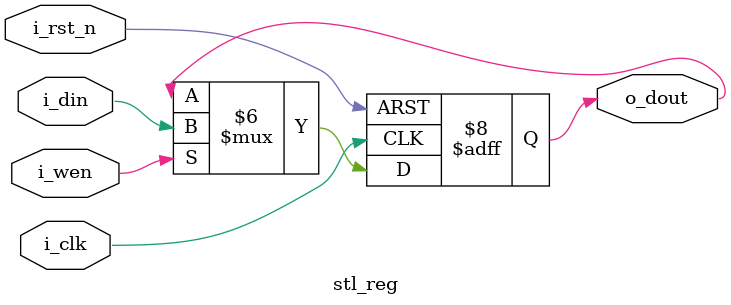
<source format=v>




`define		XLEN	            64
`define     addr_width          32
`define     reg_addr_width      5

`define     csrAddrWidth        12

`define     inst_len            32

`define     RegfileAddrWidth    5

`define     ecallArg            5'd17           //R(17)

//fw_src_sel
`define     rf                  2'b00
`define     ex                  2'b01
`define     ls                  2'b10
`define     wb                  2'b11

//immediate expension opcode(one-hot-code)
`define     immI                5'b00001
`define     immU                5'b00010
`define     immS                5'b00100
`define     immJ                5'b01000
`define     immB                5'b10000
`define     immZI               5'b10001

//OpCode defines
`define     system              5'b11100
`define     lui                 5'b01101
`define     auipc               5'b00101
`define     OP_IMM              5'b00100
`define     OP_IMM_32           5'b00110
`define     OP_REG              5'b01100
`define     OP_REG_32           5'b01110
`define     jal                 5'b11011
`define     jalr                5'b11001
`define     branch              5'b11000
`define     load                5'b00000
`define     store               5'b01000
`define     fence               5'b00011

//src1 select defines
`define     Rs1                 1'b0
`define     PC                  1'b1

//src2 select defines
`define     Rs2                 2'b00
`define     imm                 2'b01
`define     src_4               2'b11
`define     src_0               2'b10

//fun3 defines
//OP_REG
`define     add_sub             3'b000
`define     sll                 3'b001
`define     slt                 3'b010
`define     sltu                3'b011
`define     Xor                 3'b100
`define     sr_l_a              3'b101
`define     Or                  3'b110
`define     And                 3'b111
//OP_IMM
`define     addi                3'b000
`define     slli                3'b001
`define     slti                3'b010
`define     sltiu               3'b011
`define     Xori                3'b100
`define     sri_l_a             3'b101
`define     Ori                 3'b110
`define     Andi                3'b111
//branch op defines
`define     Beq                 3'b000
`define     Bne                 3'b001
`define     Blt                 3'b100
`define     Bge                 3'b101
`define     Bltu                3'b110
`define     Bgeu                3'b111
//save or load 
`define     sb                  3'b000
`define     sh                  3'b001
`define     sw                  3'b010
`define     sd                  3'b011
`define     lb                  3'b000
`define     lbu                 3'b100
`define     lh                  3'b001
`define     lhu                 3'b101
`define     lw                  3'b010
`define     lwu                 3'b110
`define     ld                  3'b011
//syscall
`define     env                 3'b000
`define     csrrw               3'b001
`define     csrrwi              3'b101
`define     csrrs               3'b010
`define     csrrsi               3'b110
`define     csrrc               3'b011
`define     csrrci              3'b111

//ALU out sel
`define     out_64              1'b0
`define     out_32              1'b1

//Register write control
`define     AluOut              1'b0
`define     DmemOut             1'b1
//branch control defines
`define     NonBranch           3'b000
`define     JalCon              3'b001                 
`define     JalrCon             3'b010
`define     BeqCon              3'b100
`define     BneCon              3'b101
`define     BltCon              3'b110
`define     BgeCon              3'b111
//ALu control defines
`define     AluAdd_64           5'b00000
`define     AluAdd_32           5'b10000
`define     AluSub_64           5'b01000
`define     AluSub_32           5'b11000
`define     AluSll_64           5'b00001
`define     AluSll_32           5'b10001
`define     AluSlt              5'b00010
`define     AluSltu             5'b01010
`define     AluSrc2             5'b00011
`define     AluXor              5'b00100
`define     AluSrl_64           5'b00101
`define     AluSrl_32           5'b10101
`define     AluSra_64           5'b01101
`define     AluSra_32           5'b11101
`define     AluOr               5'b00110
`define     AluAnd              5'b00111
//DIVIDER controls
`define     DivMul              3'b000
`define     DivMulh             3'b001
`define     DivMulhsu           3'b010
`define     DivMulhu            3'b011
`define     DivDiv              3'b100
`define     DivDivu             3'b101
`define     DivRem              3'b110
`define     DivRemu             3'b111

//mcause define
`define     ecall_m             64'd11

//CSR defines
`define     mepc                12'h341
`define     mtvec               12'h305
`define     mstatus             12'h300
`define     mcause              12'h342

`define     csrrw               3'b001
`define     csrrs               3'b010
`define     csrrc               3'b011

`define AXI_BURST_TYPE_FIXED                                2'b00               //突发类型  FIFO
`define AXI_BURST_TYPE_INCR                                 2'b01               //ram  
`define AXI_BURST_TYPE_WRAP                                 2'b10
// Access permissions
`define AXI_PROT_UNPRIVILEGED_ACCESS                        3'b000
`define AXI_PROT_PRIVILEGED_ACCESS                          3'b001
`define AXI_PROT_SECURE_ACCESS                              3'b000
`define AXI_PROT_NON_SECURE_ACCESS                          3'b010
`define AXI_PROT_DATA_ACCESS                                3'b000
`define AXI_PROT_INSTRUCTION_ACCESS                         3'b100
// Memory types (AR)
`define AXI_ARCACHE_DEVICE_NON_BUFFERABLE                   4'b0000
`define AXI_ARCACHE_DEVICE_BUFFERABLE                       4'b0001
`define AXI_ARCACHE_NORMAL_NON_CACHEABLE_NON_BUFFERABLE     4'b0010
`define AXI_ARCACHE_NORMAL_NON_CACHEABLE_BUFFERABLE         4'b0011
`define AXI_ARCACHE_WRITE_THROUGH_NO_ALLOCATE               4'b1010
`define AXI_ARCACHE_WRITE_THROUGH_READ_ALLOCATE             4'b1110
`define AXI_ARCACHE_WRITE_THROUGH_WRITE_ALLOCATE            4'b1010
`define AXI_ARCACHE_WRITE_THROUGH_READ_AND_WRITE_ALLOCATE   4'b1110
`define AXI_ARCACHE_WRITE_BACK_NO_ALLOCATE                  4'b1011
`define AXI_ARCACHE_WRITE_BACK_READ_ALLOCATE                4'b1111
`define AXI_ARCACHE_WRITE_BACK_WRITE_ALLOCATE               4'b1011
`define AXI_ARCACHE_WRITE_BACK_READ_AND_WRITE_ALLOCATE      4'b1111
// Memory types (AW)
`define AXI_AWCACHE_DEVICE_NON_BUFFERABLE                   4'b0000
`define AXI_AWCACHE_DEVICE_BUFFERABLE                       4'b0001
`define AXI_AWCACHE_NORMAL_NON_CACHEABLE_NON_BUFFERABLE     4'b0010
`define AXI_AWCACHE_NORMAL_NON_CACHEABLE_BUFFERABLE         4'b0011
`define AXI_AWCACHE_WRITE_THROUGH_NO_ALLOCATE               4'b0110
`define AXI_AWCACHE_WRITE_THROUGH_READ_ALLOCATE             4'b0110
`define AXI_AWCACHE_WRITE_THROUGH_WRITE_ALLOCATE            4'b1110
`define AXI_AWCACHE_WRITE_THROUGH_READ_AND_WRITE_ALLOCATE   4'b1110
`define AXI_AWCACHE_WRITE_BACK_NO_ALLOCATE                  4'b0111
`define AXI_AWCACHE_WRITE_BACK_READ_ALLOCATE                4'b0111
`define AXI_AWCACHE_WRITE_BACK_WRITE_ALLOCATE               4'b1111
`define AXI_AWCACHE_WRITE_BACK_READ_AND_WRITE_ALLOCATE      4'b1111

`define AXI_SIZE_BYTES_1                                    3'b000                //突发宽度一个数据的宽度
`define AXI_SIZE_BYTES_2                                    3'b001
`define AXI_SIZE_BYTES_4                                    3'b010
`define AXI_SIZE_BYTES_8                                    3'b011
`define AXI_SIZE_BYTES_16                                   3'b100
`define AXI_SIZE_BYTES_32                                   3'b101
`define AXI_SIZE_BYTES_64                                   3'b110
`define AXI_SIZE_BYTES_128                                  3'b111

// `define                         5'
// `define                         5'
// `define                         5'
//TO DO
// `define     NOP                 32'b0000000_00000_00000_000_00000_0010011           //NOP


module ysyx_22040734 (
    input                           clock,
    input                           reset,
    input                           io_interrupt,

    input                               io_master_arready,          
    output                              io_master_arvalid,    
    output [31:0]                       io_master_araddr,     
    output [3:0]                        io_master_arid,
    output [7:0]                        io_master_arlen,      
    output [2:0]                        io_master_arsize,     
    output [1:0]                        io_master_arburst,
    
    output                              io_master_rready,         
    input                               io_master_rvalid,         
    input  [1:0]                        io_master_rresp,
    input  [63:0]                       io_master_rdata,       
    input                               io_master_rlast,
    input  [3:0]                        io_master_rid,

    input                               io_master_awready,    
    output                              io_master_awvalid,    
    output [31:0]                       io_master_awaddr,      
    output [3:0]                        io_master_awid,
    output [7:0]                        io_master_awlen,       
    output [2:0]                        io_master_awsize,
    output [1:0]                        io_master_awburst,

    input                               io_master_wready,             
    output                              io_master_wvalid,     
    output [63:0]                       io_master_wdata,       
    output [7:0]                        io_master_wstrb,       
    output                              io_master_wlast,
        
    output                              io_master_bready,             
    input                               io_master_bvalid,     
    input  [1:0]                        io_master_bresp,              
    input  [3:0]                        io_master_bid,

    output                              io_slave_awready,
    input                               io_slave_awvalid,
    input [3:0]                         io_slave_awid,  
    input   [31:0]                      io_slave_awaddr ,
    input   [7:0]                       io_slave_awlen  ,
    input   [2:0]                       io_slave_awsize ,
    input   [1:0]                       io_slave_awburst,
    output                              io_slave_wready ,
    input                               io_slave_wvalid ,
    input [63:0]                        io_slave_wdata  ,
    input [7:0]                         io_slave_wstrb  ,
    input                               io_slave_wlast  ,
    input                               io_slave_bready ,
    output                              io_slave_bvalid,
    output [3:0]                        io_slave_bid ,
    output [1:0]                        io_slave_bresp,
    output                              io_slave_arready,
    input                               io_slave_arvalid,
    input [3:0]                         io_slave_arid   ,
    input [31:0]                        io_slave_araddr ,
    input [7:0]                         io_slave_arlen ,
    input [2:0]                         io_slave_arsize ,
    input [1:0]                         io_slave_arburst,
    input                               io_slave_rready ,
    output                              io_slave_rvalid ,
    output [3:0]                        io_slave_rid    ,
    output [1:0]                        io_slave_rresp  ,
    output [63:0]                       io_slave_rdata  ,
    output                              io_slave_rlast  ,


    output  [5:0]                       io_sram0_addr,    
    output                              io_sram0_cen,     
    output                              io_sram0_wen,     
    output [127:0]                      io_sram0_wmask,   
    output [127:0]                      io_sram0_wdata,   
    input [127:0]                       io_sram0_rdata,   

    output [5:0]                        io_sram1_addr,    
    output                              io_sram1_cen,     
    output                              io_sram1_wen,     
    output [127:0]                      io_sram1_wmask,   
    output [127:0]                      io_sram1_wdata,   
    input [127:0]                       io_sram1_rdata,  

    output [5:0]                        io_sram2_addr,    
    output                              io_sram2_cen,     
    output                              io_sram2_wen,     
    output [127:0]                      io_sram2_wmask,   
    output [127:0]                      io_sram2_wdata,   
    input [127:0]                       io_sram2_rdata,  

    output [5:0]                        io_sram3_addr,    
    output                              io_sram3_cen,     
    output                              io_sram3_wen,     
    output [127:0]                      io_sram3_wmask,   
    output [127:0]                      io_sram3_wdata,   
    input [127:0]                       io_sram3_rdata,  

    output [5:0]                        io_sram4_addr,    
    output                              io_sram4_cen,     
    output                              io_sram4_wen,     
    output [127:0]                      io_sram4_wmask,   
    output [127:0]                      io_sram4_wdata,   
    input [127:0]                       io_sram4_rdata, 

    output [5:0]                        io_sram5_addr,    
    output                              io_sram5_cen,     
    output                              io_sram5_wen,     
    output [127:0]                      io_sram5_wmask,   
    output [127:0]                      io_sram5_wdata,   
    input [127:0]                       io_sram5_rdata,   

    output [5:0]                        io_sram6_addr,    
    output                              io_sram6_cen,     
    output                              io_sram6_wen,     
    output  [127:0]                     io_sram6_wmask,   
    output  [127:0]                     io_sram6_wdata,   
    input [127:0]                       io_sram6_rdata,  

    output [5:0]                        io_sram7_addr,    
    output                              io_sram7_cen,     
    output                              io_sram7_wen,     
    output [127:0]                      io_sram7_wmask,   
    output [127:0]                      io_sram7_wdata,   
    input [127:0]                       io_sram7_rdata   

);
localparam  AXI_DATA_WIDTH    = 64;
localparam  AXI_ADDR_WIDTH    = 32;
localparam  AXI_ID_WIDTH      = 4;
// localparam  AXI_USER_WIDTH    = 1;
wire clk = clock;
wire rst_n = ~reset;

wire                              axi_ar_ready_i = io_master_arready;     //lite              
wire                              axi_ar_valid_o;     //lite
wire [AXI_ADDR_WIDTH-1:0]         axi_ar_addr_o;      //lite
// wire [2:0]                        axi_ar_prot_o;
wire [AXI_ID_WIDTH-1:0]           axi_ar_id_o;
// wire [AXI_USER_WIDTH-1:0]         axi_ar_user_o;
wire [7:0]                        axi_ar_len_o;       //lite
wire [2:0]                        axi_ar_size_o;      //lite
wire [1:0]                        axi_ar_burst_o;
// wire                              axi_ar_lock_o;
// wire [3:0]                        axi_ar_cache_o;
// wire [3:0]                        axi_ar_qos_o;
// wire [3:0]                        axi_ar_region_o;

wire                              axi_r_ready_o;      //lite            
wire                              axi_r_valid_i = io_master_rvalid;      //lite            
wire [1:0]                        axi_r_resp_i = io_master_rresp;
wire [AXI_DATA_WIDTH-1:0]         axi_r_data_i = io_master_rdata;       //lite
wire                              axi_r_last_i = io_master_rlast;
wire [AXI_ID_WIDTH-1:0]           axi_r_id_i = io_master_rid;
// wire [AXI_USER_WIDTH-1:0]         axi_r_user_i = 'b0;

wire                              axi_aw_ready_i = io_master_awready;     //lite        
wire                              axi_aw_valid_o;     //lite
wire [AXI_ADDR_WIDTH-1:0]         axi_aw_addr_o;      //lite
// wire [2:0]                        axi_aw_prot_o;
wire [AXI_ID_WIDTH-1:0]           axi_aw_id_o;
// wire [AXI_USER_WIDTH-1:0]         axi_aw_user_o;
wire [7:0]                        axi_aw_len_o;       
wire [2:0]                        axi_aw_size_o;
wire [1:0]                        axi_aw_burst_o;
// wire                              axi_aw_lock_o;
// wire [3:0]                        axi_aw_cache_o;
// wire [3:0]                        axi_aw_qos_o;
// wire [3:0]                        axi_aw_region_o;
wire                              axi_w_ready_i = io_master_wready;      //lite        
wire                              axi_w_valid_o;      //lite
wire [AXI_DATA_WIDTH-1:0]         axi_w_data_o;       //lite
wire [AXI_DATA_WIDTH/8-1:0]       axi_w_strb_o;       //lite
wire                              axi_w_last_o;
// wire [AXI_USER_WIDTH-1:0]         axi_w_user_o;

wire                              axi_b_ready_o;      //lite        
wire                              axi_b_valid_i = io_master_bvalid;      //lite
wire [1:0]                        axi_b_resp_i = io_master_bresp;       //lite        
wire [AXI_ID_WIDTH-1:0]           axi_b_id_i = io_master_bid;
// wire [AXI_USER_WIDTH-1:0]         axi_b_user_i = 'b0;

assign io_master_arvalid =        axi_ar_valid_o;     //lite
assign io_master_araddr =         axi_ar_addr_o[31:0];      //lite
assign io_master_arid  =          axi_ar_id_o;
assign io_master_arlen =          axi_ar_len_o;       //lite
assign io_master_arsize =         axi_ar_size_o;      //lite
assign io_master_arburst =        axi_ar_burst_o;

assign io_master_rready =         axi_r_ready_o;

assign io_master_awvalid =        axi_aw_valid_o;
assign io_master_awid =           axi_aw_id_o;
assign io_master_awaddr =         axi_aw_addr_o[31:0];
assign io_master_awlen =          axi_aw_len_o;
assign io_master_awsize =         axi_aw_size_o;
assign io_master_awburst =        axi_aw_burst_o;

assign io_master_wvalid =         axi_w_valid_o;
assign io_master_wdata =          axi_w_data_o;
assign io_master_wstrb =          axi_w_strb_o;
assign io_master_wlast =          axi_w_last_o;
assign io_master_bready =         axi_b_ready_o;

assign io_slave_awready = 'b0;
assign io_slave_wready  = 'b0;
assign io_slave_bvalid  = 'b0;
assign io_slave_bid     = 'b0;
assign io_slave_bresp   = 'b0;
assign io_slave_arready = 'b0;
assign io_slave_rvalid  = 'b0;
assign io_slave_rid     = 'b0;
assign io_slave_rresp   = 'b0;
assign io_slave_rdata   = 'b0;
assign io_slave_rlast   = 'b0;


//axi signal
wire                              instr_fetching;
wire                              if_axi_ar_ready_i;     //lite              
wire                              if_axi_ar_valid_o;     //lite
wire [AXI_ADDR_WIDTH-1:0]         if_axi_ar_addr_o;      //lite
// wire [2:0]                        if_axi_ar_prot_o;
wire [AXI_ID_WIDTH-1:0]           if_axi_ar_id_o;
// wire [AXI_USER_WIDTH-1:0]         if_axi_ar_user_o;
wire [7:0]                        if_axi_ar_len_o;       //lite
wire [2:0]                        if_axi_ar_size_o;      //lite
wire [1:0]                        if_axi_ar_burst_o;
// wire                              if_axi_ar_lock_o;
// wire [3:0]                        if_axi_ar_cache_o;
// wire [3:0]                        if_axi_ar_qos_o;
// wire [3:0]                        if_axi_ar_region_o;
wire                              if_axi_r_ready_o;      //lite            
wire                              if_axi_r_valid_i;      //lite            
wire [1:0]                        if_axi_r_resp_i;
wire [AXI_DATA_WIDTH-1:0]         if_axi_r_data_i;       //lite
wire                              if_axi_r_last_i;
wire [AXI_ID_WIDTH-1:0]           if_axi_r_id_i;
// wire [AXI_USER_WIDTH-1:0]         if_axi_r_user_i;

wire                              ls_axi_aw_ready_i;     //lite         
wire                              ls_axi_aw_valid_o;     //lite
wire [AXI_ADDR_WIDTH-1:0]         ls_axi_aw_addr_o;      //lite
// wire [2:0]                        ls_axi_aw_prot_o;
wire [AXI_ID_WIDTH-1:0]           ls_axi_aw_id_o;
// wire [AXI_USER_WIDTH-1:0]         ls_axi_aw_user_o;
wire [7:0]                        ls_axi_aw_len_o;       
wire [2:0]                        ls_axi_aw_size_o;
wire [1:0]                        ls_axi_aw_burst_o;
// wire                              ls_axi_aw_lock_o;
// wire [3:0]                        ls_axi_aw_cache_o;
// wire [3:0]                        ls_axi_aw_qos_o;
// wire [3:0]                        ls_axi_aw_region_o;
wire                              ls_axi_w_ready_i;      //lite              
wire                              ls_axi_w_valid_o;      //lite
wire [AXI_DATA_WIDTH-1:0]         ls_axi_w_data_o;       //lite
wire [AXI_DATA_WIDTH/8-1:0]       ls_axi_w_strb_o;       //lite
wire                              ls_axi_w_last_o;       //lite
// wire [AXI_USER_WIDTH-1:0]         ls_axi_w_user_o;
wire                              ls_axi_b_ready_o;      //lite           
wire                              ls_axi_b_valid_i;      //lite
wire [1:0]                        ls_axi_b_resp_i;       //lite            
wire [AXI_ID_WIDTH-1:0]           ls_axi_b_id_i;
// wire [AXI_USER_WIDTH-1:0]         ls_axi_b_user_i;
wire                              ls_axi_ar_ready_i;     //lite              
wire                              ls_axi_ar_valid_o;     //lite
wire [AXI_ADDR_WIDTH-1:0]         ls_axi_ar_addr_o;      //lite
// wire [2:0]                        ls_axi_ar_prot_o;
wire [AXI_ID_WIDTH-1:0]           ls_axi_ar_id_o;
// wire [AXI_USER_WIDTH-1:0]         ls_axi_ar_user_o;
wire [7:0]                        ls_axi_ar_len_o;       //lite
wire [2:0]                        ls_axi_ar_size_o;      //lite
wire [1:0]                        ls_axi_ar_burst_o;
// wire                              ls_axi_ar_lock_o;
// wire [3:0]                        ls_axi_ar_cache_o;
// wire [3:0]                        ls_axi_ar_qos_o;
// wire [3:0]                        ls_axi_ar_region_o;
wire                              ls_axi_r_ready_o;      //lite            
wire                              ls_axi_r_valid_i;      //lite            
wire [1:0]                        ls_axi_r_resp_i;
wire [AXI_DATA_WIDTH-1:0]         ls_axi_r_data_i;       //lite
wire                              ls_axi_r_last_i;
wire [AXI_ID_WIDTH-1:0]           ls_axi_r_id_i;
// wire [AXI_USER_WIDTH-1:0]         ls_axi_r_user_i;

//if signal
wire    [`XLEN-1:0]     pc_new;
wire                    is_jump;
wire    [`XLEN-1:0]     pc_jump;
// wire                    pc_stall_n;
wire                    if_stall_n;
wire                    if_instr_valid;

wire    [`XLEN-1:0]     sram_rdata;
wire    [32-1:0]     sram_addr;
// wire                    sram_ren;
wire                    sram_addr_valid;
wire                    cacheAddrOk_i;
wire                    cacheDataNotOk_i;

//id signal-----------------------------------------------------
wire    [`inst_len-1:0] instr_if_id_reg;
wire    [`XLEN-1:0]     pc_id;
wire    [`inst_len-1:0] instr_id;  
wire    [`XLEN-1:0]     rs2_id,rs1_id,imm_id;
wire                    src1sel_id;
wire    [1      :0]     src2sel_id;
wire    [4      :0]     aluctr_id;
wire                    is_brc_id,is_jal_id,is_jalr_id;
wire                    wben_id;
wire    [4      :0]     rs1_idx_id,rs2_idx_id;
wire                    id_stall_n;
wire                    DivEn_id;
wire    [2      :0]     DivSel_id;
wire                    in_trap_id;
wire                    out_trap_id;
wire                    trap_id;
wire                    ld_use_hazard;
wire                    id_flush;

//ex signal------------------------------------------------------
wire    [`XLEN-1:0]     pc_ex;
wire    [`inst_len-1:0] instr_ex;  
wire    [`XLEN-1:0]     alures_ex;  
wire                    src1sel_ex;
wire    [1      :0]     src2sel_ex;
wire    [`XLEN-1:0]     rs2_ex,rs1_ex,imm_ex,rs2_ex_u_o;
wire    [4      :0]     aluctr_ex;
wire                    is_brc_ex,is_jal_ex,is_jalr_ex;
wire                    wben_ex;
wire                    DivEn_ex;
wire    [2      :0]     DivSel_ex;
wire                    trap_ex;
wire                    ex_stall_n;

wire    [`XLEN-1:0]     wbres_fw;
wire    [1      :0]     rs1_sel,rs2_sel;
wire    [4      :0]     rs1_idx_ex,rs2_idx_ex;
wire                    ex_flush;
wire                    rden_ls,wren_ls;
wire                    ls_addr_ok_i;

wire                    ex_not_ok;

//ls signal------------------------------------------------------
wire    [`XLEN-1:0]     pc_ls,rs2_ls,alures_ls;  
wire    [`inst_len-1:0] instr_ls;
wire    [`XLEN-1:0]     lsres_ls;  
wire                    wben_ls;
wire    [`XLEN-1:0]     csrdata_ls;
wire    [`XLEN-1:0]     csr_mtvec,csr_mepc;
wire                    trap_ls;
wire                    ls_stall_n;
wire                    ls_not_ok;
// wire    [`XLEN-1:0]     ls_sram_addr;           
wire                    ls_sram_rd_en;          
wire                    ls_sram_wr_en;          
wire    [`XLEN-1:0]     ls_sram_wr_data;        
wire    [7      :0]     ls_sram_wr_mask;        
// wire                    ls_sram_rd_data_valid;  
// wire                    ls_sram_wr_data_ok;     
wire    [`XLEN-1:0]     ls_sram_rd_data;  
wire    [2      :0]     ls_sram_wr_size;
wire    [2      :0]     ls_sram_rd_size;      

//wb signal------------------------------------------------------
wire    [`XLEN-1:0]     alures_wb,lsres_wb;  
wire    [`inst_len-1:0] instr_wb;
wire    [`XLEN-1:0]     wb_data;
wire    [4      :0]     wb_rdid;
// wire                    wb_wren;
wire                    wben_wb;
wire    [`XLEN-1:0]     csrdata_wb;
wire                    wb_stall_n;

// //for verilator
// assign  pc_diff = pc_wb;
// assign  pc_decoding = pc_id;
// assign  instr_diff = instr_wb;
// assign  stall_n_diff = wb_stall_n;
wire [AXI_ADDR_WIDTH-1: 0]            clint_axi_araddr;
// wire [2 : 0]                          clint_axi_arprot;
wire                                  clint_axi_arvalid;
wire                                  clint_axi_arready;
// wire [2:0]                            clint_axi_arsize;

wire  [63 : 0]                        clint_axi_rdata;
wire  [1 : 0]                         clint_axi_rresp;
wire                                  clint_axi_rvalid;
wire                                  clint_axi_rready;   

// wire [2:0]                            clint_axi_awsize;
wire [AXI_ADDR_WIDTH-1 : 0]           clint_axi_awaddr;
// wire [2 : 0]                          clint_axi_awprot;
wire                                  clint_axi_awvalid;
wire                                  clint_axi_awready;

wire [63 : 0]                         clint_axi_wdata;
wire [7 : 0]                          clint_axi_wstrb;
wire                                  clint_axi_wvalid;
wire                                  clint_axi_wready;

wire  [1 : 0]                         clint_axi_bresp;
wire                                  clint_axi_bvalid;
wire                                  clint_axi_bready;
axi_arbiter axi_arbiter_u(
//if interface  id: 0
    .instr_fetching (instr_fetching),
    .if_axi_ar_ready_o  (if_axi_ar_ready_i ),     //lite              
    .if_axi_ar_valid_i  (if_axi_ar_valid_o ),     //lite
    .if_axi_ar_addr_i   (if_axi_ar_addr_o  ),      //lite
    // .if_axi_ar_prot_i   (if_axi_ar_prot_o  ),
    .if_axi_ar_id_i     (if_axi_ar_id_o    ),
    // .if_axi_ar_user_i   (if_axi_ar_user_o  ),
    .if_axi_ar_len_i    (if_axi_ar_len_o   ),       //lite
    .if_axi_ar_size_i   (if_axi_ar_size_o  ),      //lite
    .if_axi_ar_burst_i  (if_axi_ar_burst_o ),
    // .if_axi_ar_lock_i   (if_axi_ar_lock_o  ),
    // .if_axi_ar_cache_i  (if_axi_ar_cache_o ),
    // .if_axi_ar_qos_i    (if_axi_ar_qos_o   ),
    // .if_axi_ar_region_i (if_axi_ar_region_o),

    .if_axi_r_ready_i   (if_axi_r_ready_o  ),      //lite            
    .if_axi_r_valid_o   (if_axi_r_valid_i  ),      //lite            
    .if_axi_r_resp_o    (if_axi_r_resp_i   ),
    .if_axi_r_data_o    (if_axi_r_data_i   ),       //lite
    .if_axi_r_last_o    (if_axi_r_last_i   ),
    .if_axi_r_id_o      (if_axi_r_id_i     ),
    // .if_axi_r_user_o    (if_axi_r_user_i   ),
//ls interface  id: 1
    .ls_axi_aw_ready_o  (ls_axi_aw_ready_i ),     //lite         
    .ls_axi_aw_valid_i  (ls_axi_aw_valid_o ),     //lite
    .ls_axi_aw_addr_i   (ls_axi_aw_addr_o  ),      //lite
    // .ls_axi_aw_prot_i   (ls_axi_aw_prot_o  ),
    .ls_axi_aw_id_i     (ls_axi_aw_id_o    ),
    // .ls_axi_aw_user_i   (ls_axi_aw_user_o  ),
    .ls_axi_aw_len_i    (ls_axi_aw_len_o   ),       
    .ls_axi_aw_size_i   (ls_axi_aw_size_o  ),
    .ls_axi_aw_burst_i  (ls_axi_aw_burst_o ),
    // .ls_axi_aw_lock_i   (ls_axi_aw_lock_o  ),
    // .ls_axi_aw_cache_i  (ls_axi_aw_cache_o ),
    // .ls_axi_aw_qos_i    (ls_axi_aw_qos_o   ),
    // .ls_axi_aw_region_i (ls_axi_aw_region_o),

    .ls_axi_w_ready_o   (ls_axi_w_ready_i  ),      //lite              
    .ls_axi_w_valid_i   (ls_axi_w_valid_o  ),      //lite
    .ls_axi_w_data_i    (ls_axi_w_data_o   ),       //lite
    .ls_axi_w_strb_i    (ls_axi_w_strb_o   ),       //lite
    .ls_axi_w_last_i    (ls_axi_w_last_o   ),       //lite
    // .ls_axi_w_user_i    (ls_axi_w_user_o   ),

    .ls_axi_b_ready_i   (ls_axi_b_ready_o  ),      //lite           
    .ls_axi_b_valid_o   (ls_axi_b_valid_i  ),      //lite
    .ls_axi_b_resp_o    (ls_axi_b_resp_i   ),       //lite            
    .ls_axi_b_id_o      (ls_axi_b_id_i     ),
    // .ls_axi_b_user_o    (ls_axi_b_user_i   ),

    .ls_axi_ar_ready_o  (ls_axi_ar_ready_i ),     //lite              
    .ls_axi_ar_valid_i  (ls_axi_ar_valid_o ),     //lite
    .ls_axi_ar_addr_i   (ls_axi_ar_addr_o  ),      //lite
    // .ls_axi_ar_prot_i   (ls_axi_ar_prot_o  ),
    .ls_axi_ar_id_i     (ls_axi_ar_id_o    ),
    // .ls_axi_ar_user_i   (ls_axi_ar_user_o  ),
    .ls_axi_ar_len_i    (ls_axi_ar_len_o   ),       //lite
    .ls_axi_ar_size_i   (ls_axi_ar_size_o  ),      //lite
    .ls_axi_ar_burst_i  (ls_axi_ar_burst_o ),
    // .ls_axi_ar_lock_i   (ls_axi_ar_lock_o  ),
    // .ls_axi_ar_cache_i  (ls_axi_ar_cache_o ),
    // .ls_axi_ar_qos_i    (ls_axi_ar_qos_o   ),
    // .ls_axi_ar_region_i (ls_axi_ar_region_o),

    .ls_axi_r_ready_i   (ls_axi_r_ready_o  ),      //lite            
    .ls_axi_r_valid_o   (ls_axi_r_valid_i  ),      //lite            
    .ls_axi_r_resp_o    (ls_axi_r_resp_i   ),
    .ls_axi_r_data_o    (ls_axi_r_data_i   ),       //lite
    .ls_axi_r_last_o    (ls_axi_r_last_i   ),
    .ls_axi_r_id_o      (ls_axi_r_id_i     ),
    // .ls_axi_r_user_o    (ls_axi_r_user_i   ),
//mem
    .axi_aw_ready_i     (axi_aw_ready_i    ),             
    .axi_aw_valid_o     (axi_aw_valid_o    ),     
    .axi_aw_addr_o      (axi_aw_addr_o     ),     
    // .axi_aw_prot_o      (axi_aw_prot_o     ),//
    .axi_aw_id_o        (axi_aw_id_o       ),
    // .axi_aw_user_o      (axi_aw_user_o     ),//
    .axi_aw_len_o       (axi_aw_len_o      ),       
    .axi_aw_size_o      (axi_aw_size_o     ),
    .axi_aw_burst_o     (axi_aw_burst_o    ),
    // .axi_aw_lock_o      (axi_aw_lock_o     ),//
    // .axi_aw_cache_o     (axi_aw_cache_o    ),//
    // .axi_aw_qos_o       (axi_aw_qos_o      ),//
    // .axi_aw_region_o    (axi_aw_region_o   ),//

    .axi_w_ready_i      (axi_w_ready_i     ),                
    .axi_w_valid_o      (axi_w_valid_o     ),   
    .axi_w_data_o       (axi_w_data_o      ),   
    .axi_w_strb_o       (axi_w_strb_o      ),   
    .axi_w_last_o       (axi_w_last_o      ),   
    // .axi_w_user_o       (axi_w_user_o      ),//
    
    .axi_b_ready_o      (axi_b_ready_o),             
    .axi_b_valid_i      (axi_b_valid_i),    
    .axi_b_resp_i       (axi_b_resp_i ),               
    .axi_b_id_i         (axi_b_id_i   ),
    // .axi_b_user_i       (axi_b_user_i ),//

    .axi_ar_ready_i     (axi_ar_ready_i  ),                
    .axi_ar_valid_o     (axi_ar_valid_o  ),   
    .axi_ar_addr_o      (axi_ar_addr_o   ),   
    // .axi_ar_prot_o      (axi_ar_prot_o   ),//
    .axi_ar_id_o        (axi_ar_id_o     ),
    // .axi_ar_user_o      (axi_ar_user_o   ),//
    .axi_ar_len_o       (axi_ar_len_o    ),      
    .axi_ar_size_o      (axi_ar_size_o   ),      
    .axi_ar_burst_o     (axi_ar_burst_o  ),
    // .axi_ar_lock_o      (axi_ar_lock_o   ),//
    // .axi_ar_cache_o     (axi_ar_cache_o  ),//
    // .axi_ar_qos_o       (axi_ar_qos_o    ),//
    // .axi_ar_region_o    (axi_ar_region_o ),//
    
    .axi_r_ready_o      (axi_r_ready_o ),          
    .axi_r_valid_i      (axi_r_valid_i ),               
    .axi_r_resp_i       (axi_r_resp_i  ),
    .axi_r_data_i       (axi_r_data_i  ),    
    .axi_r_last_i       (axi_r_last_i  ),
    .axi_r_id_i         (axi_r_id_i    ),
    // .axi_r_user_i       (axi_r_user_i  ),//
    .clint_axi_araddr   (clint_axi_araddr ),
    // .clint_axi_arprot   (clint_axi_arprot ),
    .clint_axi_arvalid  (clint_axi_arvalid),
    .clint_axi_arready  (clint_axi_arready),
    // .clint_axi_arsize   (clint_axi_arsize ),

    .clint_axi_rdata    (clint_axi_rdata ),
    .clint_axi_rresp    (clint_axi_rresp ),
    .clint_axi_rvalid   (clint_axi_rvalid),
    .clint_axi_rready   (clint_axi_rready),   

    // .clint_axi_awsize   (clint_axi_awsize ),
    .clint_axi_awaddr   (clint_axi_awaddr ),
    // .clint_axi_awprot   (clint_axi_awprot ),
    .clint_axi_awvalid  (clint_axi_awvalid),
    .clint_axi_awready  (clint_axi_awready),

    .clint_axi_wdata    (clint_axi_wdata ),
    .clint_axi_wstrb    (clint_axi_wstrb ),
    .clint_axi_wvalid   (clint_axi_wvalid),  
    .clint_axi_wready   (clint_axi_wready),

    .clint_axi_bresp    (clint_axi_bresp  ),
    .clint_axi_bvalid   (clint_axi_bvalid ),
    .clint_axi_bready   (clint_axi_bready )
);

IF_stage IF_u(
    .clk            (clk),
    .rst_n          (rst_n),
    .is_jump_i      (is_jump),
    .pc_jump_i      (pc_jump),
    .csr_mtvec      (csr_mtvec),
    .csr_mepc       (csr_mepc),
    .in_trap_id     (in_trap_id),
    .out_trap_id    (out_trap_id),
    .stall_n        (if_stall_n),
    .in_intr_ls     (in_intr_ls),

    .pc_new_o       (pc_new),
    .instr_o        (instr_if_id_reg),
    .if_instr_valid (if_instr_valid),
    .sram_rdata     (sram_rdata),
    .cacheAddrOk_i  (cacheAddrOk_i),
    .cacheDataNotOk_i  (cacheDataNotOk_i),
    .sram_addr      (sram_addr),
    // .sram_ren       (sram_ren),
    .sram_addr_valid(sram_addr_valid)
);

wire unused1;

Icache cache_dut (
  .clk (clk ),
  .rst_n (rst_n ),

  .addr_i (sram_addr[31:0] ),
  .valid_i (sram_addr_valid ),
  .stall_n (if_stall_n),
  .op_i (0 ),
//   .wr_data_i (0 ),
//   .wr_mask_i (0 ),
  .addr_ok_o (cacheAddrOk_i ),
  .data_ok_o (unused1 ),
  .data_notok_o(cacheDataNotOk_i),
  .rd_data_o (sram_rdata ),
  .clrValid     (clear_Icache),
//to AXI
  .cacheRdValid_o   (rw_valid_i ),
  .axiRdReady       (rw_ready_o ),
  .fetchLenth       (fetchLenth ),
  .rdLast_i         (rdLast_o   ),
  .cacheAddr_o      (rw_addr_i  ),
  .rdData_i         (data_read_o),
  .dataValid_i      (dataValid_o),

  .io_sram0_addr    (io_sram0_addr   ),   
  .io_sram0_cen     (io_sram0_cen    ),    
  .io_sram0_wen     (io_sram0_wen    ),    
  .io_sram0_wmask   (io_sram0_wmask  ),  
  .io_sram0_wdata   (io_sram0_wdata  ),  
  .io_sram0_rdata   (io_sram0_rdata  ),  
  .io_sram1_addr    (io_sram1_addr   ),   
  .io_sram1_cen     (io_sram1_cen    ),    
  .io_sram1_wen     (io_sram1_wen    ),    
  .io_sram1_wmask   (io_sram1_wmask  ),  
  .io_sram1_wdata   (io_sram1_wdata  ),  
  .io_sram1_rdata   (io_sram1_rdata  ),  
  .io_sram2_addr    (io_sram2_addr   ),   
  .io_sram2_cen     (io_sram2_cen    ),    
  .io_sram2_wen     (io_sram2_wen    ),    
  .io_sram2_wmask   (io_sram2_wmask  ),  
  .io_sram2_wdata   (io_sram2_wdata  ),  
  .io_sram2_rdata   (io_sram2_rdata  ),  
  .io_sram3_addr    (io_sram3_addr   ),   
  .io_sram3_cen     (io_sram3_cen    ),    
  .io_sram3_wen     (io_sram3_wen    ),    
  .io_sram3_wmask   (io_sram3_wmask  ),  
  .io_sram3_wdata   (io_sram3_wdata  ),  
  .io_sram3_rdata   (io_sram3_rdata)
);
wire rw_valid_i ;
wire rw_ready_o ;
wire [7:0]fetchLenth ;
wire rdLast_o   ;
wire [31:0]rw_addr_i  ;
wire [63:0]data_read_o;
wire dataValid_o;
axi_icache axi_icache_dut (
  .clock (clk ),
  .reset (rst_n ),
  .rw_valid_i (rw_valid_i ),
  .rw_ready_o (rw_ready_o ),
  .data_read_o (data_read_o ),
  .rw_addr_i (rw_addr_i ),
  .fetchLenth (fetchLenth ),
  .rdLast_o (rdLast_o ),
  .dataValid_o (dataValid_o ),

  .instr_fetching (instr_fetching ),

  .axi_ar_ready_i (if_axi_ar_ready_i ),
  .axi_ar_valid_o (if_axi_ar_valid_o ),
  .axi_ar_addr_o (if_axi_ar_addr_o ),
//   .axi_ar_prot_o (if_axi_ar_prot_o ),
  .axi_ar_id_o (if_axi_ar_id_o ),
//   .axi_ar_user_o (if_axi_ar_user_o ),
  .axi_ar_len_o (if_axi_ar_len_o ),
  .axi_ar_size_o (if_axi_ar_size_o ),
  .axi_ar_burst_o (if_axi_ar_burst_o ),
//   .axi_ar_lock_o (if_axi_ar_lock_o ),
//   .axi_ar_cache_o (if_axi_ar_cache_o ),
//   .axi_ar_qos_o (if_axi_ar_qos_o ),
//   .axi_ar_region_o (if_axi_ar_region_o ),

  .axi_r_ready_o (if_axi_r_ready_o ),
  .axi_r_valid_i (if_axi_r_valid_i ),
  .axi_r_resp_i (if_axi_r_resp_i ),
  .axi_r_data_i (if_axi_r_data_i ),
  .axi_r_last_i (if_axi_r_last_i ),
  .axi_r_id_i (if_axi_r_id_i )
//   .axi_r_user_i  ( if_axi_r_user_i)
);




ID_reg ID_reg_u(
    .clk            (clk),
    .rst_n          (rst_n),
    .pc_id_reg_i    (pc_new),   
    .instr_id_reg_i (instr_if_id_reg),
    .stall_n        (id_stall_n),
    .flush          (id_flush),

    .pc_id_reg_o    (pc_id),
    .instr_id_reg_o (instr_id)
);
wire fence_id,fence_ex;
ID_stage ID_u(
    .clk            (clk),
    .rst_n          (rst_n),
    // .pc_i           (pc_id),
    .instr_i        (instr_id),
    .wb_data_i      (wb_data),
    .wb_rdid_i      (wb_rdid),
    .wb_wren_i      (wben_wb), 
    .DivEn          (DivEn_id),
    .DivSel         (DivSel_id),  

    .rs1_o          (rs1_id),
    .rs2_o          (rs2_id),
    .imm_o          (imm_id),
    .src1sel        (src1sel_id),
    .src2sel        (src2sel_id),    
    .aluctr_o       (aluctr_id),
    .is_brc_id_o    (is_brc_id),
    .is_jal_id_o    (is_jal_id),
    .is_jalr_id_o   (is_jalr_id),
    .wben_id_o      (wben_id),
    .rs1_idx        (rs1_idx_id),
    .rs2_idx        (rs2_idx_id),

    .trap_id_o      (trap_id),
    .in_trap_id     (in_trap_id),
    .out_trap_id    (out_trap_id),
    .fence_id       (fence_id)
);

wire    ld_csr_hazard;
hazard_detect hazard_detect_u(
    .instr_id_i     (instr_id),
    .instr_ex_i     (instr_ex),
    .instr_ls_i     (instr_ls),
    .instr_wb_i     (instr_wb),
    
    .ld_use_hazard  (ld_use_hazard),
    .ld_csr_hazard  (ld_csr_hazard)
);

EX_reg EX_reg_u(
    .clk            (clk),
    .rst_n          (rst_n),
    .pc_ex_reg_i    (pc_id),
    .instr_ex_reg_i (instr_id),
    // .src1_ex_reg_i  (src1sel_id),
    // .src2_ex_reg_i  (src2sel_id),
    .rs2_ex_reg_i   (rs2_id),
    .rs1_ex_reg_i   (rs1_id),
    .imm_ex_reg_i   (imm_id),
    .aluctr_ex_reg_i(aluctr_id),
    .is_brc_ex_reg_i(is_brc_id),
    .is_jal_ex_reg_i(is_jal_id),
    .is_jalr_ex_reg_i(is_jalr_id),
    .src1sel_ex_reg_i(src1sel_id),
    .src2sel_ex_reg_i(src2sel_id),
    .wben_ex_reg_i(wben_id),
    .rs1_idx_ex_reg_i(rs1_idx_id),
    .rs2_idx_ex_reg_i(rs2_idx_id),
    .stall_n(ex_stall_n),
    .flush(ex_flush),
    .DivEn_ex_reg_i (DivEn_id),
    .DivSel_ex_reg_i(DivSel_id),
    .trap_ex_reg_i  (trap_id),
    .fence_ex_reg_i (fence_id),


    .pc_ex_reg_o    (pc_ex),
    .instr_ex_reg_o (instr_ex),
    // .src1_ex_reg_o  (src1_ex),
    // .src2_ex_reg_o  (src2_ex),
    .rs2_ex_reg_o   (rs2_ex),
    .rs1_ex_reg_o   (rs1_ex),
    .imm_ex_reg_o   (imm_ex),
    .aluctr_ex_reg_o(aluctr_ex),
    .is_brc_ex_reg_o(is_brc_ex),
    .is_jal_ex_reg_o(is_jal_ex),
    .is_jalr_ex_reg_o(is_jalr_ex),
    .src1sel_ex_reg_o(src1sel_ex),
    .src2sel_ex_reg_o(src2sel_ex),
    .wben_ex_reg_o(wben_ex),
    .rs1_idx_ex_reg_o(rs1_idx_ex),
    .rs2_idx_ex_reg_o(rs2_idx_ex) ,
    .DivEn_ex_reg_o (DivEn_ex),
    .DivSel_ex_reg_o(DivSel_ex),
    .trap_ex_reg_o  (trap_ex),
    .fence_ex_reg_o     (fence_ex)
);

wire unused2;

ex_stage ex_stage_u(
    // .PC_ex_i,
    // .instr_ex_i,
    // .rs2_ex_i,
    // .mem_wren_ex_i,
    // .mem_lden_ex_i,
    // .mem_op_ex_i,
    .clk            (clk),
    .rst_n          (rst_n),
    .aluctr         (aluctr_ex),
    // .src1           (src1_ex),
    // .src2           (src2_ex),
    .rs1_ex_i       (rs1_ex),
    .rs2_ex_i       (rs2_ex),
    .imm_ex_i       (imm_ex),
    .pc_ex_i        (pc_ex),
    .instr_ex_i     (instr_ex),
    .is_jalr_ex_i   (is_jalr_ex),
    .is_jal_ex_i    (is_jal_ex),
    .is_brc_ex_i    (is_brc_ex),
    .src1sel_ex_i   (src1sel_ex),
    .src2sel_ex_i   (src2sel_ex),
    .alures_fw_i    (alures_ls),
    .lsres_fw_i     (wb_data),
    .wbres_fw_i     (wbres_fw),
    .rs1_sel_i      (rs1_sel),
    .rs2_sel_i      (rs2_sel),
    .DivEn_i        (DivEn_ex),
    .DivSel_i       (DivSel_ex),
    .flush_ex_i     (ex_flush),


    // .PC_ex_o,
    // .instr_ex_o,
    // .rs2_ex_o,
    .rs2_o          (rs2_ex_u_o),
    .alures_o       (alures_ex),
    .pc_next_o      (pc_jump),
    .is_jump_o      (is_jump),

    .exNotOk        (ex_not_ok),
    .ls_addr_ok_i   (ls_addr_ok_i),
    .rden_ls        (rden_ls),
    .wren_ls        (wren_ls)
    // .mem_wren_ex_o,
    // .mem_lden_ex_o,
    // .mem_op_ex_o
);

forwarding  forwarding_u(
    .clk            (clk),
    .rst_n          (rst_n),
    .rs1_ido_idx    (rs1_idx_ex),
    .rs2_ido_idx    (rs2_idx_ex),
    .rd_exo_idx     (instr_ls[11:7]),
    .rd_lso_idx     (instr_wb[11:7]),
    .wben_ls        (wben_ls),
    .wben_wb        (wben_wb),
    .wb_data_i      (wb_data),
    .wb_stall_n     (wb_stall_n),

    .rs1_sel        (rs1_sel),
    .rs2_sel        (rs2_sel),
    .wb_data_o      (wbres_fw)
);

wire ls_flush;
L_S_reg L_S_reg_u(
    .clk            (clk),
    .rstn           (rst_n),
    .PC_ls_reg_i    (pc_ex),
    .instr_ls_reg_i (instr_ex),
    .rs2_ls_reg_i   (rs2_ex_u_o),
    .alures_ls_reg_i(alures_ex),
    .wben_ls_reg_i  (wben_ex),
    .trap_ls_reg_i  (trap_ex),
    .stall_n        (ls_stall_n),
    .flush_i        (ls_flush),
    // .fence_ls_reg_i (fence_ex),

    .PC_ls_reg_o    (pc_ls),
    .instr_ls_reg_o (instr_ls),
    .rs2_ls_reg_o   (rs2_ls),
    .alures_ls_reg_o(alures_ls),
    .wben_ls_reg_o  (wben_ls),
    .trap_ls_reg_o  (trap_ls)
    // .fence_ls_reg_o (fence_ls)
);

wire    in_intr_ls;
ls_stage ls_u(
    .clk            (clk),
    .rst_n          (rst_n),
    .pc             (pc_ls),
    .instr_i        (instr_ls),
    .alures_i       (alures_ls),
    .rs2_i          (rs2_ls),
    // .alures_last_i  (alures_wb),
    .instr_last_i   (instr_wb[14:0]),
    .wb_data_i      (lsres_wb),
    .wb_csr_data_i  (csrdata_wb),
    .trap_ls_i      (trap_ls),
    .ls_not_ok      (ls_not_ok),
    .stall_n        (ls_stall_n),
    .if_stall_n     (if_stall_n),

    .ls_res_o       (lsres_ls),
    .csr_data_o     (csrdata_ls),
    .mtvec_o        (csr_mtvec),
    .mepc_o         (csr_mepc),
    .in_intr_ls     (in_intr_ls),
    .ld_csr_hazard  (ld_csr_hazard),

    // .wb_pc          (pc_wb),
    .ex_pc          (pc_ex),
    .id_pc          (pc_id),
    .if_pc          (pc_new),

    .clint_axi_araddr   (clint_axi_araddr ),
    // .clint_axi_arprot   (clint_axi_arprot ),
    .clint_axi_arvalid  (clint_axi_arvalid),
    .clint_axi_arready  (clint_axi_arready),
    // .clint_axi_arsize   (clint_axi_arsize ),

    .clint_axi_rdata    (clint_axi_rdata ),
    .clint_axi_rresp    (clint_axi_rresp ),
    .clint_axi_rvalid   (clint_axi_rvalid),
    .clint_axi_rready   (clint_axi_rready),   

    // .clint_axi_awsize   (clint_axi_awsize ),
    .clint_axi_awaddr   (clint_axi_awaddr ),
    // .clint_axi_awprot   (clint_axi_awprot ),
    .clint_axi_awvalid  (clint_axi_awvalid),
    .clint_axi_awready  (clint_axi_awready),

    .clint_axi_wdata    (clint_axi_wdata ),
    .clint_axi_wstrb    (clint_axi_wstrb ),
    .clint_axi_wvalid   (clint_axi_wvalid),  
    .clint_axi_wready   (clint_axi_wready),

    .clint_axi_bresp    (clint_axi_bresp  ),
    .clint_axi_bvalid   (clint_axi_bvalid ),
    .clint_axi_bready   (clint_axi_bready ),

    // .ls_sram_addr           (ls_sram_addr           ), //dont need anymore
    .ls_sram_rd_en          (ls_sram_rd_en          ), //         
    .ls_sram_wr_en          (ls_sram_wr_en          ), //
    .ls_sram_wr_data        (ls_sram_wr_data        ), 
    .ls_sram_wr_mask        (ls_sram_wr_mask        ),
    .ls_sram_wr_size        (ls_sram_wr_size        ), 
    .ls_sram_rd_size        (ls_sram_rd_size        ),
    // .ls_sram_rd_data_valid  (dataNotOk  ),
    .ls_sram_data_not_ok     (dataNotOk     ),
    .ls_sram_rd_data        (ls_sram_rd_data        )
);

//
wire    dataNotOk;

// wire    fence_ls;
wire    clear_Icache;
Dcache Dcache_u (
  .clk (clk ),
  .rst_n (rst_n ),
  //ex-part
  .addr_i ((rden_ls || wren_ls) ? alures_ex[31:0] : 'b0 ),
  .exValid_i ((rden_ls || wren_ls)),
  .lsValid_i ((ls_sram_wr_en || ls_sram_rd_en) ),
  .op_i ( ~rden_ls | wren_ls ),
  .addr_ok_o (ls_addr_ok_i ),
  //ls-part
  .wr_data_i        (ls_sram_wr_data ),
  .wr_mask_i        (ls_sram_wr_mask ),
    //这个stall可能要改
  .stall_n          (ls_stall_n ),
  .fence_clean      (fence_ex),
  .clear_Icache     (clear_Icache),

//   .data_ok_o        (unused3 ),
  .data_notok_o     (dataNotOk ),
  .rd_data_o        (ls_sram_rd_data ),
  //to AXI
  .ls_sram_wr_size        (ls_sram_wr_size        ), 
  .ls_sram_rd_size        (ls_sram_rd_size        ),
  .cacheRdValid_o   (DcacheRdValid ),
  .axiRdReady       (lsAxiRdReady ),
  .fetchLenth       (lsFetchLenth ),
  .rdLast_i         (lsRdLast ),
  .cacheRdAddr_o    (DcacheRdAddr[31:0] ),
  .cacheWrAddr_o    (DcacheWrAddr[31:0] ),
  .rdData_i         (lsAxiRdData ),
  .dataValid_i      (lsAxiRdDataVAlid ),
  .axiWrReady       (lsAxiWrReady ),
  .cacheWrValid_o   (DcacheWrValid ),
  .cacheWrData_o    (lsAxiWrData ),
  .storeLenth       (lsStoreLenth ),
  .cacheWrMask_o    (lsStoreMask),
  .cacheWrSize_o    (lsStoreSize),
  .cacheRdSize_o    (lsLoadSize),

  .io_sram4_addr    (io_sram4_addr    ),    
  .io_sram4_cen     (io_sram4_cen     ),     
  .io_sram4_wen     (io_sram4_wen     ),     
  .io_sram4_wmask   (io_sram4_wmask   ),   
  .io_sram4_wdata   (io_sram4_wdata   ),   
  .io_sram4_rdata   (io_sram4_rdata ), 
  .io_sram5_addr    (io_sram5_addr    ),       
  .io_sram5_cen     (io_sram5_cen     ),     
  .io_sram5_wen     (io_sram5_wen     ),     
  .io_sram5_wmask   (io_sram5_wmask   ),   
  .io_sram5_wdata   (io_sram5_wdata   ),   
  .io_sram5_rdata   (io_sram5_rdata   ),   
  .io_sram6_addr    (io_sram6_addr    ),    
  .io_sram6_cen     (io_sram6_cen     ),     
  .io_sram6_wen     (io_sram6_wen     ),     
  .io_sram6_wmask   (io_sram6_wmask   ),   
  .io_sram6_wdata   (io_sram6_wdata   ),   
  .io_sram6_rdata   (io_sram6_rdata  ),  
  .io_sram7_addr    (io_sram7_addr    ),    
  .io_sram7_cen     (io_sram7_cen     ),     
  .io_sram7_wen     (io_sram7_wen     ),     
  .io_sram7_wmask   (io_sram7_wmask   ),   
  .io_sram7_wdata   (io_sram7_wdata   ),   
  .io_sram7_rdata   (io_sram7_rdata)
);

wire                        DcacheRdValid,DcacheWrValid;
wire                        lsAxiRdReady;
wire [7:0]                  lsFetchLenth;
wire                        lsRdLast;
wire [AXI_ADDR_WIDTH-1:0]   DcacheRdAddr,DcacheWrAddr;
wire [63:0]                 lsAxiRdData;  
wire                        lsAxiRdDataVAlid;   
wire                        lsAxiWrReady;   
wire [255:0]                lsAxiWrData;
wire [7:0]                  lsStoreLenth;
wire [7:0]                  lsStoreMask;
wire [2:0]                  lsStoreSize,lsLoadSize;



axi_dcache axi_ls_u(
    .clock          (clk),
    .reset          (rst_n),

	.rw_valid_i     (DcacheRdValid),//ls_sram_rd_en          ),         //IF&MEM输入信号
	.rw_ready_o     (lsAxiRdReady),//ls_sram_rd_data_valid  ),         //IF&MEM输入信号
    .data_read_o    (lsAxiRdData),//ls_sram_rd_data        ),        //IF&MEM输入信号
    .rw_addr_i      (DcacheRdAddr),//ls_sram_addr           ),          //IF&MEM输入信号
    .fetchLenth     (lsFetchLenth),
    .rdLast_o       (lsRdLast),
    .dataValid_o    (lsAxiRdDataVAlid),
    .wr_valid_i     (DcacheWrValid),
    .wr_ready_o     (lsAxiWrReady),
    .cacheWrData_i  (lsAxiWrData),
    .storeLenth     (lsStoreLenth),
    .storeSize      (lsStoreSize),
    .loadSize      (lsLoadSize),
    .rw_w_mask_i    (lsStoreMask),
    .cacheWrAddr_i  (DcacheWrAddr),
    // .wr_valid_i     (DcacheWrValid_o),//ls_sram_wr_en          ),         //写有效
    // .wr_ok_o        (),//ls_sram_wr_data_ok     ),            //读完成
    // .rw_w_data_i    (),//ls_sram_wr_data        ),        //写数据
    // .rw_w_mask_i    (),//ls_sram_wr_mask        ), 
    // .wr_size_i      (),//ls_sram_wr_size        ),
    // .rd_size_i      (),//ls_sram_rd_size        ),       


    .axi_aw_ready_i (ls_axi_aw_ready_i ),     //lite         
    .axi_aw_valid_o (ls_axi_aw_valid_o ),     //lite
    .axi_aw_addr_o  (ls_axi_aw_addr_o  ),      //lite
    // .axi_aw_prot_o  (ls_axi_aw_prot_o  ),
    .axi_aw_id_o    (ls_axi_aw_id_o    ),
    // .axi_aw_user_o  (ls_axi_aw_user_o  ),
    .axi_aw_len_o   (ls_axi_aw_len_o   ),       
    .axi_aw_size_o  (ls_axi_aw_size_o  ),
    .axi_aw_burst_o (ls_axi_aw_burst_o ),
    // .axi_aw_lock_o  (ls_axi_aw_lock_o  ),
    // .axi_aw_cache_o (ls_axi_aw_cache_o ),
    // .axi_aw_qos_o   (ls_axi_aw_qos_o   ),
    // .axi_aw_region_o(ls_axi_aw_region_o),

    .axi_w_ready_i  (ls_axi_w_ready_i),      //lite              
    .axi_w_valid_o  (ls_axi_w_valid_o),      //lite
    .axi_w_data_o   (ls_axi_w_data_o ),       //lite
    .axi_w_strb_o   (ls_axi_w_strb_o ),       //lite
    .axi_w_last_o   (ls_axi_w_last_o ),  
    // .axi_w_user_o   (ls_axi_w_user_o ),

    .axi_b_ready_o  (ls_axi_b_ready_o),      //lite           
    .axi_b_valid_i  (ls_axi_b_valid_i),      //lite
    .axi_b_resp_i   (ls_axi_b_resp_i ),       //lite            
    .axi_b_id_i     (ls_axi_b_id_i   ),
    // .axi_b_user_i   (ls_axi_b_user_i ),

    .axi_ar_ready_i (ls_axi_ar_ready_i),     //lite              
    .axi_ar_valid_o (ls_axi_ar_valid_o),     //lite
    .axi_ar_addr_o  (ls_axi_ar_addr_o  ),      //lite
    // .axi_ar_prot_o  (ls_axi_ar_prot_o  ),
    .axi_ar_id_o    (ls_axi_ar_id_o    ),
    // .axi_ar_user_o  (ls_axi_ar_user_o  ),
    .axi_ar_len_o   (ls_axi_ar_len_o   ),       //lite
    .axi_ar_size_o  (ls_axi_ar_size_o  ),     //lite
    .axi_ar_burst_o (ls_axi_ar_burst_o ),
    // .axi_ar_lock_o  (ls_axi_ar_lock_o  ),
    // .axi_ar_cache_o (ls_axi_ar_cache_o ),
    // .axi_ar_qos_o   (ls_axi_ar_qos_o   ),
    // .axi_ar_region_o(ls_axi_ar_region_o),

    .axi_r_ready_o  (ls_axi_r_ready_o ),      //lite            
    .axi_r_valid_i  (ls_axi_r_valid_i ),      //lite            
    .axi_r_resp_i   (ls_axi_r_resp_i  ),
    .axi_r_data_i   (ls_axi_r_data_i  ),       //lite
    .axi_r_last_i   (ls_axi_r_last_i  ),
    .axi_r_id_i     (ls_axi_r_id_i    )
    // .axi_r_user_i   (ls_axi_r_user_i  )
);

WB_reg wb_reg_u(
    .clk            (clk),
    .rst_n          (rst_n),
    // .pc_wb_reg_i    (pc_ls),
    .instr_wb_reg_i (instr_ls),
    .alures_wb_reg_i(alures_ls),
    .lsres_wb_reg_i (lsres_ls),
    .wben_wb_reg_i  (wben_ls),
    .csrdata_wb_reg_i(csrdata_ls),
    .stall_n        (wb_stall_n),

    // .pc_wb_reg_o    (pc_wb),
    .instr_wb_reg_o (instr_wb),
    .alures_wb_reg_o(alures_wb),
    .lsres_wb_reg_o (lsres_wb),
    .wben_wb_reg_o  (wben_wb),
    .csrdata_wb_reg_o(csrdata_wb)
);

WB_stage wb_stage_u(
    // .pc_i           (pc_wb),
    .instr_i        (instr_wb),
    .alures_i       (alures_wb),
    .lsres_i        (lsres_wb),
    .csrdata_i      (csrdata_wb),

    .rd_idx_o       (wb_rdid),
    // .rd_wren_o      (wb_wren),
    .rd_data_o      (wb_data)
);

pipline_ctrl pipline_ctrl_u(
    // .clk                (clk),
    // .rst_n              (rst_n),
    .ld_use_hazard      (ld_use_hazard),
    .is_jump            (is_jump),
    .in_trap_id         (in_trap_id),
    .out_trap_id        (out_trap_id),
    .if_instr_valid     (if_instr_valid),
    .ex_not_ok          (ex_not_ok),
    .ls_not_ok          (ls_not_ok),
    .in_intr_ls         (in_intr_ls),
    .fence_ex           (fence_ex),
    .fence_id           (fence_id),
    // .fence_ls           (fence_ls),
    
    // .pc_stall_n         (pc_stall_n),
    .if_stall_n         (if_stall_n),
    .id_stall_n         (id_stall_n),
    .ex_stall_n         (ex_stall_n),
    .ls_stall_n         (ls_stall_n),
    .wb_stall_n         (wb_stall_n),
    .id_flush           (id_flush),
    .ex_flush           (ex_flush),
    .ls_flush           (ls_flush)
);




endmodule //top
module ID_stage (
    input                           clk,rst_n,
    // input           [`XLEN-1:0]     pc_i,
    input           [`inst_len-1:0] instr_i,

    input           [`XLEN-1:0]     wb_data_i,
    input           [4      :0]     wb_rdid_i,
    input                           wb_wren_i,                

    output          [`XLEN-1:0]     rs1_o,rs2_o,imm_o,
    // output          [`XLEN-1:0]     src1_o,src2_o,
    output                          src1sel,
    output          [1      :0]     src2sel,
    output          [4      :0]     aluctr_o,
    output                          is_jalr_id_o,is_jal_id_o,is_brc_id_o,
    output                          wben_id_o,
    output          [4      :0]     rs1_idx,rs2_idx,

    output                          DivEn,
    output          [2:0]           DivSel    ,
    output                          trap_id_o,in_trap_id,out_trap_id,
    output                          fence_id
    // output          [`XLEN-1:0]     pc_next_o,
    // output                          is_jump_o
);

wire    [4      :0]     ext_op;
wire    [`XLEN-1:0]     imm;
wire    [`XLEN-1:0]     rs1,rs2;


assign rs2_o = rs2;
assign rs1_o = rs1;
assign imm_o = imm;

decoder decoder_u(
    // .pc_i(pc_i),
    .instr_i(instr_i),
    .ext_op_o(ext_op),
    .src1sel_o(src1sel),
    .src2sel_o(src2sel),
    .aluctr_o(aluctr_o),
    .is_jalr_o(is_jalr_id_o),
    .is_jal_o(is_jal_id_o),
    .is_brc_o(is_brc_id_o),
    .wb_en_o(wben_id_o),
    .rs1_idx_o(rs1_idx),
    .rs2_idx_o(rs2_idx),
    .DivEn(DivEn),
    .DivSel(DivSel),
    .trap_id_o(trap_id_o),
    .in_trap_id(in_trap_id),
    .out_trap_id(out_trap_id),
    .fence_id(fence_id)
);
imm_ext imm_ext_u(
    .instr_imm_i(instr_i[31:7]),
    .ext_op_i(ext_op),
    .imm_o(imm)
);
regfile regfile_u(
    .clk(clk),
    .rst_n(rst_n),
    .rs1_addr_i(rs1_idx),
    .rs1_data_o(rs1),
    .rs2_addr_i(rs2_idx),
    .rs2_data_o(rs2),
    .wr_addr_i(wb_rdid_i),
    .wr_data_i(wb_data_i),
    .wr_en(wb_wren_i)
);

endmodule




module CSR (
    input                           clk,rst_n,
    input           [`XLEN-1:0]     pc_i,
    // input           [63:0]          wb_pc,
    input           [63:0]          ex_pc,id_pc,if_pc,
    input           [`inst_len-1:0] instr_i,
    // input                           csr_wr_en,
    // input           [11     :0]     csr_idx,   
    input           [`XLEN-1:0]     csr_wr_data,
    input                           trap,
    input                           stall_n,

    input                           timer_int_i,
    output                          in_intr_ls,

    output          [`XLEN-1:0]     csr_data_o,
    output          [`XLEN-1:0]     mtvec_o,mepc_o
);
// mtvec,mepc,mcause,mstatus//mie,mip,mscratch,mtval
assign  mtvec_o = mtvec;
assign  mepc_o = mepc;



wire    csrrw = (instr_i[14:12] == `csrrw) || (instr_i[14:12] == `csrrwi);
wire    csrrs = (instr_i[14:12] == `csrrs) || (instr_i[14:12] == `csrrsi);
wire    csrrc = (instr_i[14:12] == `csrrc) || (instr_i[14:12] == `csrrci);

wire    system = (instr_i[6:2] == `system);
// wire    trap = (instr_i[14:12] == 3'b0) & system;
wire    csr_wr_en;
assign  csr_wr_en = (csrrw | csrrs | csrrc) & system;    

//有例外发生时，在这里添加使能条件

wire sel_mepc       = (instr_i[31:20] == 12'h341) & csr_wr_en;
wire sel_mtvec      = (instr_i[31:20] == 12'h305) & csr_wr_en;
wire sel_mstatus    = (instr_i[31:20] == 12'h300) & csr_wr_en;
wire sel_mcause     = (instr_i[31:20] == 12'h342) & csr_wr_en;
wire sel_mie        = (instr_i[31:20] == 12'h304) & csr_wr_en;
wire sel_mip        = (instr_i[31:20] == 12'h344) & csr_wr_en;

assign  csr_data_o = `XLEN'b0                             //在各个csr未被选中使能时不发生翻转，降低功耗
                        |({`XLEN{sel_mepc}} & mepc)
                        |({`XLEN{sel_mtvec}} & mtvec)
                        |({`XLEN{sel_mstatus}} & mstatus)
                        |({`XLEN{sel_mcause}} & mcause);

//即将被写入的数据
wire    [`XLEN-1:0]     rw = csr_wr_data;
wire    [`XLEN-1:0]     rs = csr_wr_data | csr_data_o;
wire    [`XLEN-1:0]     rc = (~csr_wr_data) & csr_data_o;

wire    [`XLEN-1:0]     wr_data = `XLEN'b0                            
                                |({`XLEN{csrrw}} & rw)
                                |({`XLEN{csrrs}} & rs)
                                |({`XLEN{csrrc}} & rc);

//0x341 R&W mepc
reg     [`XLEN-1:0]     mepc;
always @(posedge clk or negedge rst_n) begin
    if(~rst_n) begin
        mepc <= `XLEN'b0;
    end
    else if((sel_mepc | trap | in_intr_ls) && stall_n) begin
        mepc[`XLEN-1:2]<= (trap ) ? pc_i[`XLEN-1:2] : in_intr_ls ? |(ex_pc[`XLEN-1:2]) ? ex_pc[`XLEN-1:2] : |(id_pc[`XLEN-1:2]) ? id_pc[`XLEN-1:2] : if_pc[`XLEN-1:2] : wr_data[`XLEN-1:2];
        //interupt时pc+4
    end
end

//0x305 R&W mtvec
reg     [`XLEN-1:0]     mtvec;
always @(posedge clk or negedge rst_n) begin
    if(~rst_n) begin
        mtvec <= `XLEN'b0;
    end
    else if(sel_mtvec && stall_n) begin
        mtvec[`XLEN-1:2] <= wr_data[`XLEN-1:2];
    end
end

//0x300 R&W mstatus
//We only use MIE,MPIE
reg     [`XLEN-1:0]     mstatus;
wire                    mstatus_MIE = mstatus[3];
always @(posedge clk or negedge rst_n) begin
    if(~rst_n) begin
        mstatus <= `XLEN'ha00001800;
    end
    else if((sel_mstatus | trap | in_intr_ls) && stall_n) begin
        mstatus <= (trap || in_intr_ls) ? ((system & ~instr_i[21] & (instr_i[14:12]==3'b0))||in_intr_ls) ? {mstatus[`XLEN-1:13],2'b11,mstatus[10:8],mstatus[3],mstatus[6:4],1'b0,      mstatus[2:0]}
                                                                          : {mstatus[`XLEN-1:8]                     ,1'b1,      mstatus[6:4],mstatus[7],mstatus[2:0]} :      //此处暂未正确实现
                                                                            wr_data;
    end
end
//mcause更新策略
wire [`XLEN-1:0]    mcause_n;
assign  mcause_n = (system && trap) ? `XLEN'd11 : in_intr_ls ? `XLEN'h8000000000000007
                                                     : `XLEN'b0;   //支持ecall，暂时
                                                    //时钟中断为0x8000000000000007


//0x342 R&W mcause
reg     [`XLEN-1:0]     mcause;
always @(posedge clk or negedge rst_n) begin
    if(~rst_n) begin
        mcause <= `XLEN'h0;
    end
    else if((sel_mcause | trap |in_intr_ls) && stall_n) begin
        mcause <= (trap || in_intr_ls) ? mcause_n:      //此处暂未正确实现  //已实现ecall
                        wr_data;
    end
end


//0x304 R&W mie
reg     [`XLEN-1:0]     mie;
wire                    mie_MTIE = mie[7];

always @(posedge clk or negedge rst_n) begin
    if(~rst_n) begin
        mie <= `XLEN'h0;
    end
    else if((sel_mie) && stall_n) begin
        mie <= wr_data;
    end
end

//0x344 R&W mip
reg     [`XLEN-1:0]     mip;
wire                    mip_MTIP = mip[7];

always @(posedge clk or negedge rst_n) begin
    if(~rst_n) begin
        mip <= `XLEN'h0;
    end
    else if((sel_mip) && stall_n) begin
        mip <= wr_data;
    end
    else if(timer_int_i && mie_MTIE && mstatus_MIE) begin
        mip[7] <= 1'b1;
    end
    else if(~timer_int_i) begin
            mip[7] <= 1'b0;   
    end
end

assign in_intr_ls = mip_MTIP && mstatus_MIE;
//timer_int_i是一个上升沿触发的信号（也就是说只持续一个周期），其一旦拉高，即设置MTIP位（使能的情况下），同时
//拉高in_intr的信号（在mstatus.mie为高时），然后，在非stall的情况下，pc_new变成mtvec，wb阶段前的流水线被
//全部flush，mstatus更新（关闭中断，mie置低），mepc更新，mcause更新，然后进入trap处理程序

//注意：当ecall指令后跟着load-use的指令序列时，将会发生严重错误，导致程序有可能无法进入中断，虽然目前程序不会出现这种情况
//解决方法：in_trap拉高后，直接flush wb前所有流水线,同时flush all时ld-use hazard无效，这时，所有流水级的stall信号相同，
//然面出来与上面相同
//*******已解决*********


endmodule
module divTop (
    input           clk,rst_n,
    input  [63:0]   dividend,divisor,
    input           div_valid,
    input  [1:0]    div_type,
    input           flush,

    output          out_valid,
    output [63:0]   result
);
    
// div_type:1---------------unsign
//          0---------------signed


    // input  [63:0]   divisor_P,divisor_N,
    // input           div_cin_P,div_cin_N,
    // input  [127:0]  dividend128,

// reg [1:0]  div_type_r;
// always @(posedge clk or negedge rst_n) begin
//     if(~rst_n) begin
//         div_type_r <= 'b0;
//     end
//     else if(div_valid) begin
//         div_type_r <= div_type;
//     end
// end

wire    [63:0]      dividend_N;
assign dividend_N = ~dividend + 'b1;

wire    [63:0]      divisor_N;
reg     [63:0]      divisor_N_r,divisor_P_r;
assign divisor_N = ~divisor + 'b1;

reg     [127:0]     dividendReg;
// reg     [63:0]      restore_remainder;
reg     [5:0]       div_cnt;
reg                 div_busy;

reg                 dividend_sign,divisor_sign;

always @(posedge clk or negedge rst_n) begin
    if(~rst_n) begin
        dividend_sign <= 'b0;
        divisor_sign <= 'b0;
    end
    else if(div_valid) begin
        dividend_sign <= ~div_type[0] ? dividend[63] : 'b0;
        divisor_sign <= ~div_type[0] ? divisor[63] : 'b0;
    end
end

always @(posedge clk or negedge rst_n) begin
    if(~rst_n) begin
        dividendReg <= 'b0;
        // restore_remainder <= 'b0;
    end
    else if(div_valid) begin
        dividendReg <= (~div_type[0]) && dividend[63] ? {{64{dividend_N[63]}},dividend_N} :{{64{1'b0}},dividend};
    end
    else if(div_busy)begin
        dividendReg <= {r_64,dividendReg[62:0],partial_q};
        // restore_remainder <= dividendReg[126:63];
    end
end

always @(posedge clk or negedge rst_n) begin
    if(~rst_n) begin
        divisor_N_r <= 'b0;
        divisor_P_r <= 'b0;
    end
    else if(div_valid) begin
        divisor_P_r <= ~div_type[0] && divisor[63] ? divisor_N : divisor;
        divisor_N_r <= ~div_type[0] && divisor[63] ? divisor : divisor_N;
    end
end

always @(posedge clk or negedge rst_n) begin
    if(~rst_n) begin
        div_cnt <= 'b0;
    end
    else if(div_valid && ~flush) begin
        div_cnt <= 6'b111111;
    end
    else if(|div_cnt && ~flush) begin
        div_cnt <= div_cnt - 'b1;
    end
    else if(flush) begin
        div_cnt <= 'b0;
    end
end

always @(posedge clk or negedge rst_n) begin
    if(~rst_n) begin
        div_busy <= 'b0;
    end
    else if(div_valid && ~flush) begin
        div_busy <= 1'b1;
    end
    else if(~|div_cnt && ~flush) begin
        div_busy <= 1'b0;
    end
    else if(flush) begin
        div_busy <= 1'b0;
    end
end

//if (div_busy)

wire    [63:0]   x2;
assign x2 = dividendReg[126] ? divisor_P_r : divisor_N_r;

wire    [63:0]  r_64;

wire        unused1,unused2;
cla_64 cla_64_u1 (
  .a_64 (dividendReg[126-:64] ),
  .b_64 (x2 ),
  .cin_64 (0 ),
  .p_64 (dividendReg[126-:64] | x2 ),
  .g_64 (dividendReg[126-:64] & x2 ),

  .s_64 (r_64 ),
  .gx_64 (unused1 ),
  .px_64  (unused2 )
);

wire        partial_q;
assign partial_q = r_64[63] ? 'b0 : 'b1;

wire    [63:0]      quotient,remainder;

// assign div_ready = ~div_busy;
assign out_valid = ~(div_busy || div_valid) ;
assign quotient = dividend_sign^divisor_sign ? ~dividendReg[63:0]+'b1: dividendReg[63:0];
wire [63:0]     remainder_s;
assign remainder_s = dividendReg[127] ? dividendReg[127:64] + divisor_P_r : dividendReg[127:64];
assign remainder = dividend_sign ? ~remainder_s+'b1 : remainder_s;

assign result = div_type[1] ? remainder : quotient;

endmodule
module mul64 (
    input           clk,rst_n,
    
    input           mul_valid,
    input           flush,
    input           mulw,
    input   [1:0]   mul_signed,
    input   [63:0]  multiplicand,
    input   [63:0]  multiplier,

    // output          mul_ready,
    output          out_valid,
    output  [63:0]  result_hi,
    output  [63:0]  result_lo
);
//mul_signed[1:0]:    
//2'b11(signed x signed);
//2'b10(signed x unsigned);
//2'b00(unsigned x unsigned);


wire               mul_ready;
wire               src1_is_signed;
wire               src2_is_signed;
wire [32:0]        mul_lo_src1;
wire [32:0]        mul_hi_src1;
wire [32:0]        mul_lo_src2;
wire [32:0]        mul_hi_src2;
wire [65:0]        mul_ll_rslt;//mul_lo_src1 x mul_lo_src2
wire [65:0]        mul_lh_rslt;//mul_lo_src1 x mul_hi_src2
wire [65:0]        mul_hl_rslt;//mul_hi_src1 x mul_lo_src2
wire [65:0]        mul_hh_rslt;//mul_hi_src1 x mul_hi_src2

wire [65:0]        mul_ll_rslt_ex2;//mul_lo_src1 x mul_lo_src2
wire [65:0]        mul_lh_rslt_ex2;//mul_lo_src1 x mul_hi_src2
wire [65:0]        mul_hl_rslt_ex2;//mul_hi_src1 x mul_lo_src2
wire [65:0]        mul_hh_rslt_ex2;//mul_hi_src1 x mul_hi_src2

wire[129:0]                        mul_ll_rslt_ext_ex2;
wire[129:0]                        mul_lh_rslt_ext_ex2;
wire[129:0]                        mul_hl_rslt_ext_ex2;
wire[129:0]                        mul_hh_rslt_ext_ex2;
wire[129:0]                        mul_rslt_stg2_ex2;

wire                               mul_stg1_vld_set;
wire                               mul_stg1_vld_clr;
wire                               mul_stg1_vld_d;
reg                                mul_stg1_vld_q;
wire                               int_reg_wr_ready_fin;

//1st stage
assign src1_is_signed   = mul_signed[1];
assign src2_is_signed   = mul_signed[0];


assign mul_lo_src1      = {1'b0,multiplicand[31:0]};
assign mul_hi_src1      = {src1_is_signed & multiplicand[63],multiplicand[63:32]};
assign mul_lo_src2      = {1'b0,multiplier[31:0]};
assign mul_hi_src2      = {src2_is_signed & multiplier[63],multiplier[63:32]};

assign mul_ll_rslt      = mul_lo_src1 * mul_lo_src2;
assign mul_lh_rslt      = $signed(mul_lo_src1) * $signed(mul_hi_src2);
assign mul_hl_rslt      = $signed(mul_hi_src1) * $signed(mul_lo_src2);
assign mul_hh_rslt      = $signed(mul_hi_src1) * $signed(mul_hi_src2);

assign mul_ready        = ~mul_stg1_vld_q | int_reg_wr_ready_fin;
assign mul_stg1_vld_set = mul_valid & mul_ready & ~flush;
assign mul_stg1_vld_clr = int_reg_wr_ready_fin | flush;
assign mul_stg1_vld_d   = mul_stg1_vld_set | mul_stg1_vld_q & ~mul_stg1_vld_clr & ~flush;

always @(posedge clk or negedge rst_n) begin
    if(~rst_n) begin
        mul_stg1_vld_q <= 'b0;
    end
    else
        mul_stg1_vld_q <= mul_stg1_vld_d;
end
stl_reg #(
  .WIDTH     (66*4),
  .RESET_VAL (0)
)id_reg(
  .i_clk   (clk),
  .i_rst_n (rst_n),
  .i_wen   (mul_stg1_vld_set),
  .i_din   ({mul_ll_rslt, mul_lh_rslt, mul_hl_rslt, mul_hh_rslt}),
  .o_dout  ({mul_ll_rslt_ex2, mul_lh_rslt_ex2, mul_hl_rslt_ex2, mul_hh_rslt_ex2})
);

assign mul_ll_rslt_ext_ex2  = {{130-66{1'b0}},mul_ll_rslt_ex2};
assign mul_lh_rslt_ext_ex2  = {{32{mul_lh_rslt_ex2[65]}},mul_lh_rslt_ex2,32'h0};
assign mul_hl_rslt_ext_ex2  = {{32{mul_hl_rslt_ex2[65]}},mul_hl_rslt_ex2,32'h0};
assign mul_hh_rslt_ext_ex2  = {mul_hh_rslt_ex2,64'h0};

assign int_reg_wr_ready_fin = mul_stg1_vld_q;

assign mul_rslt_stg2_ex2    = $signed(mul_ll_rslt_ext_ex2) + $signed(mul_lh_rslt_ext_ex2) + $signed(mul_hl_rslt_ext_ex2) + $signed(mul_hh_rslt_ext_ex2);

assign result_hi = mul_rslt_stg2_ex2[127:64];
assign result_lo = mulw ? {{32{mul_rslt_stg2_ex2[31]}}, mul_rslt_stg2_ex2[31:0]} : mul_rslt_stg2_ex2[63:0];

assign out_valid = mul_stg1_vld_q;
endmodule

module mul_top (
  input             clk          ,
  input             rst_n        ,
  input             mul_valid    ,
  input             flush        ,
  input   [1:0]     mul_type     ,
  input   [63:0]    multiplicand ,
  input   [63:0]    multiplier   ,
  output            out_valid    ,
  output  [63:0]    result       
);


reg   stateReg;
wire interValid;

always @(posedge clk or negedge rst_n) begin
  if(~rst_n) begin
    stateReg <= 'b0;
  end
  else if(mul_valid) begin
    stateReg <= 'b1;
  end
  else if(interValid) begin
    stateReg <= 'b0;
  end
end

wire resultValidReg_d;
wire resultValidReg_q;
assign resultValidReg_d = stateReg == 1'b0 || stateReg == 1'b1 && interValid;
stl_reg #(
  .WIDTH     (1),
  .RESET_VAL (0)
)resultValidReg(
  .i_clk   (clk),
  .i_rst_n (rst_n && ~mul_valid),
  .i_wen   (1'b1),
  .i_din   (resultValidReg_d),
  .o_dout  (resultValidReg_q)
);

assign out_valid = resultValidReg_q || interValid;

//此处时序见4月2笔记！！！！！！！！！！！！！

//mul_type[1:0]:    
// Mul              2'b00
// Mulh             2'b01
// Mulhsu           2'b10
// Mulhu            2'b11

//mul_signed[1:0]:    
//2'b11(signed x signed);
//2'b10(signed x unsigned);
//2'b00(unsigned x unsigned);

wire [1:0] mul_signed;
assign mul_signed[1] = ~mul_type[0] || mul_type[0] && ~mul_type[1];
assign mul_signed[0] = ~mul_type[1];

wire  [63:0] result_hi,result_lo;
// wire          mul_ready;
mul64 mul64_u (
  .clk (clk ),
  .rst_n (rst_n ),
  .mul_valid (mul_valid ),
  .flush (flush ),
  .mulw (0 ),
  .mul_signed (mul_signed ),
  .multiplicand (multiplicand ),
  .multiplier (multiplier ),
  // .mul_ready (mul_ready ),
  .out_valid (interValid ),
  .result_hi (result_hi ),
  .result_lo  ( result_lo)
);

assign result = mul_type == 2'b00 ? result_lo : result_hi;

endmodule

module cla_4(
    input  [3:0] a_4,
    input  [3:0] b_4,
    input        cin_4,
    input  [3:0] p_4,
    input  [3:0] g_4,
    output [3:0] s_4,
    output  px_4,gx_4 
);
//genera_4te ca_4rry bits
    wire[2:0]    c_int;
    assign c_int[0]=g_4[0] | (cin_4&p_4[0]);
    assign c_int[1]=g_4[1] | (p_4[1]&g_4[0]) | (p_4[1]&p_4[0]&cin_4);
    assign c_int[2]=g_4[2] | (p_4[2]&g_4[1]) | (p_4[2]&p_4[1]&g_4[0]) | (p_4[2]&p_4[1]&p_4[0]&cin_4);
    //assign c_int[3]=g_4[3] | (p_4[3]&g_4[2]) | (p_4[3]&p_4[2]&g_4[1]) | (p_4[3]&p_4[2]&p_4[1]&g_4[0]) | (p_4[3]&p_4[2]&p_4[1]&p_4[0]&cin_4);
//genera_4te sum bits
    assign s_4[0]=a_4[0]^b_4[0]^cin_4;
    assign s_4[1]=a_4[1]^b_4[1]^c_int[0];
    assign s_4[2]=a_4[2]^b_4[2]^c_int[1];
    assign s_4[3]=a_4[3]^b_4[3]^c_int[2];
//generate total pg signals
    assign px_4 = &p_4;
    assign gx_4 = g_4[3] | (p_4[3]&g_4[2]) | (p_4[3]&p_4[2]&g_4[1]) | (p_4[3]&p_4[2]&p_4[1]&g_4[0]);

endmodule
module cla_6(
    input  [5:0] a_6,
    input  [5:0] b_6,
    input        cin_6,
    input  [5:0] p_6,
    input  [5:0] g_6,
    output [5:0] s_6,
    output  px_6,gx_6
);
//genera_6te ca_6rry bits
    wire[5:0]    c_int;
    assign c_int[0]=g_6[0] | (cin_6&p_6[0]);
    assign c_int[1]=g_6[1] | (p_6[1]&g_6[0]) | (p_6[1]&p_6[0]&cin_6);
    assign c_int[2]=g_6[2] | (p_6[2]&g_6[1]) | (p_6[2]&p_6[1]&g_6[0]) | (p_6[2]&p_6[1]&p_6[0]&cin_6);
    assign c_int[3]=g_6[3] | (p_6[3]&g_6[2]) | (p_6[3]&p_6[2]&g_6[1]) | (p_6[3]&p_6[2]&p_6[1]&g_6[0]) | (p_6[3]&p_6[2]&p_6[1]&p_6[0]&cin_6);
    assign c_int[4]=g_6[4] | (p_6[4]&g_6[3]) | (p_6[4]&p_6[3]&g_6[2]) | (p_6[4]&p_6[3]&p_6[2]&g_6[1]) | (p_6[4]&p_6[3]&p_6[2]&p_6[1]&g_6[0]) | (p_6[4]&p_6[3]&p_6[2]&p_6[1]&p_6[0]&cin_6);
//genera_6te sum bits
    assign s_6[0]=a_6[0]^b_6[0]^cin_6;
    assign s_6[1]=a_6[1]^b_6[1]^c_int[0];
    assign s_6[2]=a_6[2]^b_6[2]^c_int[1];
    assign s_6[3]=a_6[3]^b_6[3]^c_int[2];
    assign s_6[4]=a_6[4]^b_6[4]^c_int[3];
    assign s_6[5]=a_6[5]^b_6[5]^c_int[4];
//genera_6te tota_6l pg signa_6ls
    assign px_6 = &p_6;
    assign gx_6 = g_6[5] | (p_6[5]&g_6[4]) | (p_6[5]&p_6[4]&g_6[3]) | (p_6[5]&p_6[4]&p_6[3]&g_6[2]) | (p_6[5]&p_6[4]&p_6[3]&p_6[2]&g_6[1]) | (p_6[5]&p_6[4]&p_6[3]&p_6[2]&p_6[1]&g_6[0]) | (p_6[5]&p_6[4]&p_6[3]&p_6[2]&p_6[1]&p_6[0]&cin_6);
endmodule
module cla_16 (
    input[15:0] a_16,
    input[15:0] b_16,
    input   cin_16,
    input[15:0] p_16,
    input[15:0] g_16,
    output[15:0] s_16,
    output gx_16,px_16
);
//define internal carry bits and pg signals
    wire c3,c7,c11;
    wire px1,px2,px3,px4,gx1,gx2,gx3,gx4;
//adders
    cla_4 u1(
            .a_4(a_16[3:0]),
            .b_4(b_16[3:0]),
            .cin_4(cin_16),
            .p_4(p_16[3:0]),
            .g_4(g_16[3:0]),
            .s_4(s_16[3:0]),
            .px_4(px1),
            .gx_4(gx1)
    );


    cla_4 u2(
            .a_4(a_16[7:4]),
            .b_4(b_16[7:4]),
            .cin_4(c3),
            .p_4(p_16[7:4]),
            .g_4(g_16[7:4]),
            .s_4(s_16[7:4]),
            .px_4(px2),
            .gx_4(gx2)
    );

    cla_4 u3(
            .a_4(a_16[11:8]),
            .b_4(b_16[11:8]),
            .cin_4(c7),
            .p_4(p_16[11:8]),
            .g_4(g_16[11:8]),
            .s_4(s_16[11:8]),
            .px_4(px3),
            .gx_4(gx3)
    );

    cla_4 u4(
            .a_4(a_16[15:12]),
            .b_4(b_16[15:12]),
            .cin_4(c11),
            .p_4(p_16[15:12]),
            .g_4(g_16[15:12]),
            .s_4(s_16[15:12]),
            .px_4(px4),
            .gx_4(gx4)
    );

//generate internal carry bits and pg signals
    assign c3 =  gx1 | (px1&cin_16);
    assign c7 =  gx2 | (px2&gx1) | (px2&px1&cin_16);
    assign c11=  gx3 | (px3&gx2) | (px3&px2&gx1) |(px3&px2&px1&cin_16);

    assign px_16 = px1 & px2 & px3 & px4;
    assign gx_16 = gx4 | (px4&gx3) | (px4&px3&gx2) | (px4&px3&px2&gx1);


endmodule
module cla_64 (
    input[63:0] a_64,
    input[63:0] b_64,
    input   cin_64,
    input[63:0] p_64,
    input[63:0] g_64,
    output[63:0] s_64,
    output gx_64,px_64
);
    wire px1,px2,px3,px4,gx1,gx2,gx3,gx4;
    wire c15,c31,c47;

    //adders
    cla_16 u1(
            .a_16(a_64[15:0]),
            .b_16(b_64[15:0]),
            .cin_16(cin_64),
            .p_16(p_64[15:0]),
            .g_16(g_64[15:0]),
            .s_16(s_64[15:0]),
            .px_16(px1),
            .gx_16(gx1)
    );


    cla_16 u2(
            .a_16(a_64[31:16]),
            .b_16(b_64[31:16]),
            .cin_16(c15),
            .p_16(p_64[31:16]),
            .g_16(g_64[31:16]),
            .s_16(s_64[31:16]),
            .px_16(px2),
            .gx_16(gx2)
    );

    cla_16 u3(
            .a_16(a_64[47:32]),
            .b_16(b_64[47:32]),
            .cin_16(c31),
            .p_16(p_64[47:32]),
            .g_16(g_64[47:32]),
            .s_16(s_64[47:32]),
            .px_16(px3),
            .gx_16(gx3)
    );

    cla_16 u4(
            .a_16(a_64[63:48]),
            .b_16(b_64[63:48]),
            .cin_16(c47),
            .p_16(p_64[63:48]),
            .g_16(g_64[63:48]),
            .s_16(s_64[63:48]),
            .px_16(px4),
            .gx_16(gx4)
    );

//generate internal carry bits and pg signals
    assign c15 =  gx1 | (px1&cin_64);
    assign c31 =  gx2 | (px2&gx1) | (px2&px1&cin_64);
    assign c47 =  gx3 | (px3&gx2) | (px3&px2&gx1) |(px3&px2&px1&cin_64);

    assign px_64 = px1 & px2 & px3 & px4;
    assign gx_64 = gx4 | (px4&gx3) | (px4&px3&gx2) | (px4&px3&px2&gx1);
endmodule //cla_64

module WB_stage (
    // input           [`XLEN-1:0]     pc_i,
    input           [`inst_len-1:0] instr_i,
    input           [`XLEN-1:0]     alures_i,lsres_i,
    input           [`XLEN-1:0]     csrdata_i,

    output          [4      :0]     rd_idx_o,
    // output   reg                    rd_wren_o,
    output   reg    [`XLEN-1:0]     rd_data_o
);

assign rd_idx_o = instr_i[11:7];

always @(*) begin
    case (instr_i[6:2])
        `OP_REG,`OP_REG_32: begin
            // rd_wren_o = 1'b1;
            rd_data_o = alures_i;
        end
        `OP_IMM,`OP_IMM_32: begin
            // rd_wren_o = 1'b1;
            rd_data_o = alures_i;
        end
        `load: begin
            // rd_wren_o = 1'b1 & instr_i[0];
            rd_data_o = lsres_i;
        end
        `store: begin
            // rd_wren_o = 1'b0;
            rd_data_o = lsres_i;
        end
        `branch: begin
            // rd_wren_o = 1'b0;
            rd_data_o = alures_i;
        end
        `jal: begin
            // rd_wren_o = 1'b1;
            rd_data_o = alures_i;
        end
        `jalr: begin
            // rd_wren_o = 1'b1;
            rd_data_o = alures_i;
        end
        `lui: begin
            // rd_wren_o = 1'b1;
            rd_data_o = alures_i;
        end
        `auipc: begin
            // rd_wren_o = 1'b1;
            rd_data_o = alures_i;    
        end
        `system: begin
            rd_data_o = csrdata_i;
        end
        default: begin
            // rd_wren_o = 1'b0;
            rd_data_o = `XLEN'b0;
        end
    endcase
end

endmodule //WB_stage
// //fw_src_sel
// `define     rf          2'b0
// `define     ex          2'd1
// `define     ls          2'd2
// `define     wb          2'd3
module ex_stage (
    // input                           mem_wren_ex_i,
    // input                           mem_lden_ex_i,
    // input           [2      :0]     mem_op_ex_i,
    input                           clk,rst_n,
    input           [4      :0]     aluctr,
    // input           [`XLEN-1:0]     src1,
    // input           [`XLEN-1:0]     src2,
    input           [`XLEN-1:0]     rs1_ex_i,rs2_ex_i,imm_ex_i,
    input           [`XLEN-1:0]     pc_ex_i,
    input           [`inst_len-1:0] instr_ex_i,
    input                           is_jalr_ex_i,is_jal_ex_i,is_brc_ex_i,
    input                           src1sel_ex_i,
    input           [1      :0]     src2sel_ex_i,
    input           [1      :0]     rs1_sel_i,rs2_sel_i,
    input           [`XLEN-1:0]     alures_fw_i,lsres_fw_i,wbres_fw_i,
    input                           DivEn_i,
    input       [2:0]               DivSel_i,
    input                           flush_ex_i,

    // output          [`XLEN-1:0]     PC_ex_o,instr_ex_o,rs2_ex_o,
    output          [`XLEN-1:0]     alures_o,
    output          [`XLEN-1:0]     pc_next_o,
    output          [`XLEN-1:0]     rs2_o,
    output                          is_jump_o,
    output                          exNotOk,

    output                          rden_ls,wren_ls,
    input                           ls_addr_ok_i
    // output                          mem_wren_ex_o,
    // output                          mem_lden_ex_o,
    // output          [2      :0]     mem_op_ex_o
);

wire    [`XLEN-1:0]     src1,src2;
reg     [`XLEN-1:0]     rs1,rs2;

always @(*) begin
    case(rs1_sel_i)
        `rf: begin
            rs1 = rs1_ex_i;
        end
        `ex: begin
            rs1 = alures_fw_i;
        end
        `ls: begin
            rs1 = lsres_fw_i;
        end
        `wb: begin
            rs1 = wbres_fw_i;
        end
    endcase
end

always @(*) begin
    case(rs2_sel_i)
        `rf: begin
            rs2 = rs2_ex_i;
        end
        `ex: begin
            rs2 = alures_fw_i;
        end
        `ls: begin
            rs2 = lsres_fw_i;
        end
        `wb: begin
            rs2 = wbres_fw_i;
        end
    endcase
end
assign rs2_o = rs2;

assign src1 = src1sel_ex_i ? pc_ex_i : rs1;
assign src2 = src2sel_ex_i[1] ? (src2sel_ex_i[0] ? `XLEN'd4 : `XLEN'b0) :
                                src2sel_ex_i[0] ? imm_ex_i : rs2;

wire    aluNotOk;
ALU  u_ALU (
    .clk                     ( clk      ),
    .rst_n                   ( rst_n    ),
    .ALUctr                  ( aluctr   ),
    .src1                    ( src1     ),
    .src2                    ( src2     ),
    .DivEn                   ( DivEn_i   ),
    .DivSel                  ( DivSel_i ),

    .ALUres                  ( alures_o ),
    .aluNotOk                (aluNotOk),
    .flush_alu               (flush_ex_i)
);

bcu bcu_u(
    .rs1_i(rs1),
    .rs2_i(rs2),
    .is_jalr_i(is_jalr_ex_i),
    .is_jal_i(is_jal_ex_i),
    .is_brc_i(is_brc_ex_i),
    .fun_3(instr_ex_i[14:12]),
    .imm_i(imm_ex_i),
    .pc_i(pc_ex_i),
    .brc_pc_o(pc_next_o),
    .is_jump_o(is_jump_o)
);


assign  wren_ls  = (instr_ex_i[6      :2] == `store);
assign  rden_ls  = (instr_ex_i[6      :0] == {`load,2'b11});      //同理
assign  exNotOk = ~ls_addr_ok_i | aluNotOk;
// assign PC_ex_o = PC_ex_i;
// assign instr_ex_o = instr_ex_i;
// assign rs2_ex_o = rs2_ex_i;
// assign mem_wren_ex_o = mem_wren_ex_i;
// assign mem_lden_ex_o = mem_lden_ex_i;
// assign mem_op_ex_o = mem_op_ex_i;

endmodule// //immediate expension opcode(one-hot-code)
// `define     immI                5'b00001
// `define     immU                5'b00010
// `define     immS                5'b00100
// `define     immJ                5'b01000
// `define     immB                5'b10000
module imm_ext (
    input       [31:7]      instr_imm_i,
    input       [4:0]       ext_op_i,

    output  reg [`XLEN-1:0] imm_o
);
always @(*) begin
    case(ext_op_i)
        `immI:
            imm_o = {{52{instr_imm_i[31]}},instr_imm_i[31:20]};
        `immU:
            imm_o = {{32{instr_imm_i[31]}},instr_imm_i[31:12],12'h0};
        `immS:
            imm_o = {{52{instr_imm_i[31]}},instr_imm_i[31:25],instr_imm_i[11:7]};
        `immJ:
            imm_o = {{44{instr_imm_i[31]}},instr_imm_i[19:12],instr_imm_i[20],instr_imm_i[30:21],1'h0};
        `immB:
            imm_o = {{52{instr_imm_i[31]}},instr_imm_i[7],instr_imm_i[30:25],instr_imm_i[11:8],1'h0};
        `immZI:
            imm_o = {{59{1'b0}},instr_imm_i[19:15]};
        default: 
            imm_o = `XLEN'h0;
    endcase 
end

endmodule //imm_exp

module lsu (
    input                           wren,rden,
    input           [2      :0]     memop,    
    input           [`XLEN-1:0]     wr_data_i,
    input           [32-1:0]     addr_i,

    output          [`XLEN-1:0]     ls_res_o,
    output                          ls_not_ok,    

//sram interface
    // output          [`XLEN-1:0]     ls_sram_addr,
    output                          ls_sram_rd_en,              //这里不再需要addr_valid信号了，而是有两个en信号代替，一个时钟周期内要么读要么写，不会有歧义
    output                          ls_sram_wr_en,
    output          [`XLEN-1:0]     ls_sram_wr_data,
    output          [7      :0]     ls_sram_wr_mask,
    output          [2      :0]     ls_sram_wr_size,
    output          [2      :0]     ls_sram_rd_size,
    // input                           ls_sram_rd_data_valid,
    input                           ls_sram_data_not_ok,
    input           [`XLEN-1:0]     ls_sram_rd_data
);



wire    [`XLEN-1:0]     rd_data_base;


// assign  ls_sram_addr = addr_i;
assign  ls_sram_rd_en = rden;// && ~ls_ok;
assign  ls_sram_wr_en = wren;// && ~ls_ok;
assign  ls_sram_wr_mask = wr_mask;
assign  ls_sram_wr_data = wr_data_i;
assign  rd_data_base = ls_sram_rd_data;
assign  ls_not_ok = ls_sram_data_not_ok;
assign  ls_sram_wr_size = wr_size;
assign  ls_sram_rd_size = rd_size;



//读mem------------------------------------------------------------------
wire                    lb,lbu,lh,lhu,lw,lwu,ld;
assign  lb  = rden & (memop == `lb);
assign  lbu = rden & (memop == `lbu);
assign  lh  = rden & (memop == `lh);
assign  lhu = rden & (memop == `lhu);
assign  lw  = rden & (memop == `lw);
assign  lwu = rden & (memop == `lwu);
assign  ld  = rden & (memop == `ld);

wire   [2:0]     rd_size;

assign  rd_size = ({3{lb}}      & 3'b000)
                |({3{lbu}}    & 3'b000)
                |({3{lh}}     & 3'b001)
                |({3{lhu}}    & 3'b001)
                |({3{lw}}     & 3'b010)
                |({3{lwu}}    & 3'b010)
                |({3{ld}}     & 3'b011);

// //仅支持对齐的访问，否则出错
reg     [7      :0]     rd_data_b;
reg     [15     :0]     rd_data_h;
reg     [31     :0]     rd_data_w;
//仅支持对齐的访问，否则出错
always @(*) begin
    case(addr_i[2:0])
        3'b000: begin
            rd_data_b = rd_data_base[7      :0];
        end
        3'b001: begin
            rd_data_b = rd_data_base[15     :8];
        end
        3'b010: begin
            rd_data_b = rd_data_base[23     :16];
        end
        3'b011: begin
            rd_data_b = rd_data_base[31     :24];
        end
        3'b100: begin
            rd_data_b = rd_data_base[39     :32];
        end
        3'b101: begin
            rd_data_b = rd_data_base[47     :40];
        end
        3'b110: begin
            rd_data_b = rd_data_base[55     :48];
        end
        3'b111: begin
            rd_data_b = rd_data_base[63     :56];
        end               
    endcase
end

always @(*) begin
    case(addr_i[2:1])
        2'b00: begin
            rd_data_h = rd_data_base[15     :0];
        end
        2'b01: begin
            rd_data_h = rd_data_base[31     :16];
        end
        2'b10: begin
            rd_data_h = rd_data_base[47     :32];
        end
        2'b11: begin
            rd_data_h = rd_data_base[63     :48];
        end              
    endcase
end
always @(*) begin
    case(addr_i[2])
        1'b0: begin
            rd_data_w = rd_data_base[31     :0];
        end
        1'b1: begin
            rd_data_w = rd_data_base[63     :32];
        end            
    endcase
end
assign  ls_res_o = `XLEN'b0
                   |({`XLEN{lb}} & {{56{rd_data_b[7]}},rd_data_b})
                   |({`XLEN{lbu}} & {56'b0,rd_data_b})
                   |({`XLEN{lh}} & {{48{rd_data_h[15]}},rd_data_h})
                   |({`XLEN{lhu}} & {48'b0,rd_data_h})
                   |({`XLEN{lw}} & {{32{rd_data_w[31]}},rd_data_w})
                   |({`XLEN{lwu}} & {32'b0,rd_data_w})
                   |({`XLEN{ld}} & rd_data_base);

//写mem-------------------------------------------------------------------

//写mem-------------------------------------------------------------------


reg     [2:0]     wr_size;  //给cache的话，其实只要两位，mask可不要
reg     [7:0]     wr_mask;  
wire                    sb,sh,sw,sd;  

assign  sb = wren & (memop == `sb);
assign  sh = wren & (memop == `sh);
assign  sw = wren & (memop == `sw);
assign  sd = wren & (memop == `sd);

always @(*) begin
    case({sb,sh,sw,sd})
        4'b1000: begin
            wr_mask = 8'b0000_0001;
            wr_size = 3'b000;
        end
        4'b0100: begin
            wr_mask = 8'b0000_0011;
            wr_size = 3'b001;
        end
        4'b0010: begin
            wr_mask = 8'b0000_1111;
            wr_size = 3'b010;
        end
        4'b0001: begin
            wr_mask = 8'b1111_1111;
            wr_size = 3'b011;
        end
        default: begin
            wr_mask = 8'b0000_0000;
            wr_size = 3'b000;
        end
    endcase 
end 

       
endmodule


module forwarding (
    input                                     clk,rst_n,
    input           [`reg_addr_width-1:0]     rs1_ido_idx,rs2_ido_idx,
    input           [`reg_addr_width-1:0]     rd_exo_idx,
    input           [`reg_addr_width-1:0]     rd_lso_idx,
    // input           [`reg_addr_width-1:0]     rd_wbo_idx,
    input                                     wben_ls,wben_wb,
    input           [`XLEN-1          :0]     wb_data_i,
    input                                     wb_stall_n,

    output          [1                :0]     rs1_sel,rs2_sel,
    output          [`XLEN-1          :0]     wb_data_o

);

reg [`XLEN-1:0]             rd_wb;          //用来保存wb写回的数据用来前递
reg                         reg_wben;
reg [`reg_addr_width-1:0]   reg_wb_idx;
always @(posedge clk or negedge rst_n) begin
    if(~rst_n) begin
        rd_wb <= `XLEN'b0;
        reg_wben <= 1'b0;
        reg_wb_idx <= `reg_addr_width'b0;
    end
    else if(wben_wb && wb_stall_n) begin
        rd_wb <= wb_data_i;
        reg_wben <= wben_wb;
        reg_wb_idx <= rd_lso_idx;
    end
end
assign  wb_data_o = rd_wb;

wire    rs1_ex_fw;
assign  rs1_ex_fw = wben_ls & (rd_exo_idx == rs1_ido_idx) & (|rd_exo_idx);      //alu结果的前递
wire    rs1_ls_fw;                                                              //ls结果的前递
assign  rs1_ls_fw = wben_wb & (rd_lso_idx == rs1_ido_idx) & (|rd_lso_idx); 
wire    rs1_wb_fw;
assign  rs1_wb_fw = reg_wben & (reg_wb_idx == rs1_ido_idx) & (|reg_wb_idx);     //wb结果前递

assign rs1_sel = rs1_ex_fw ? `ex :                                              //保证优先级
                            rs1_ls_fw ? `ls : 
                                        rs1_wb_fw ? `wb : `rf;

wire    rs2_ex_fw;
assign  rs2_ex_fw = wben_ls & (rd_exo_idx == rs2_ido_idx) & (|rd_exo_idx);      //alu结果的前递
wire    rs2_ls_fw;                                                              //ls结果的前递
assign  rs2_ls_fw = wben_wb & (rd_lso_idx == rs2_ido_idx) & (|rd_lso_idx); 
wire    rs2_wb_fw;
assign  rs2_wb_fw = reg_wben & (reg_wb_idx == rs2_ido_idx) & (|reg_wb_idx);     //wb结果前递

assign rs2_sel = rs2_ex_fw ? `ex :                                              //保证优先级
                            rs2_ls_fw ? `ls : 
                                        rs2_wb_fw ? `wb : `rf;




endmodule //forwarding



//未实现uncache
//uncache map: 0x80000000~0x8fffffff(高四位为1000，为cache片段，其他全部uncache)
module Dcache(
    input                                   clk,rst_n,
//from PIPLINE
    input           [`addr_width-1:0]       addr_i,
    //valid表示有效的读取请求，op表示操作类型，icache恒为0,表示读
    input                                   exValid_i,
    input                                   lsValid_i,
    input                                   op_i,
    //写数据以及mask，icache无效
    input           [`XLEN-1:0]             wr_data_i,
    input           [7:0]                   wr_mask_i,
    //流水线stall信号，低有效
    input                                   stall_n,
    //回给if模块的地址接收有效信号，为高时表示可以处理新的请求的地址
    output  reg                             addr_ok_o,
    // output                                  data_ok_o,  //reserve
    //数据无效信号，为高时表示此时输出的数据无效
    output                                  data_notok_o,
    output          [`XLEN-1:0]             rd_data_o,
    input          [2      :0]             ls_sram_wr_size,
    input          [2      :0]             ls_sram_rd_size,
    input                                   fence_clean,
    output                                  clear_Icache,


//to AXI
    //cache发出读请求有效信号
    output                                  cacheRdValid_o,//
    //axi可以接受读请求的信号
    input                                   axiRdReady,//
    //读取长度，icache恒为4,为一个cacheline的大小，这里未使用
    output          [7:0]                   fetchLenth,//
    //最后一个数据信号
    input                                   rdLast_i,//
    output          [`addr_width-1:0]       cacheRdAddr_o,//
    output          [`addr_width-1:0]       cacheWrAddr_o,//
    output          [2:0]                   cacheRdSize_o,
    input           [`XLEN-1:0]             rdData_i,//
    //数据有效信号
    input                                   dataValid_i,
    //AXI可以接受写请求信号
    input                                   axiWrReady,//
    //axi写请求有效信号
    output                                  cacheWrValid_o,//
    output          [255:0]                 cacheWrData_o,//
    output          [7:0]                   storeLenth,//

    output          [7:0]                   cacheWrMask_o,
    output          [2:0]                   cacheWrSize_o,

    output[5:0]                         io_sram4_addr,    
    output                              io_sram4_cen,     
    output                              io_sram4_wen,     
    output[127:0]                       io_sram4_wmask,   
    output[127:0]                       io_sram4_wdata,   
    input[127:0]                        io_sram4_rdata, 

    output[5:0]                         io_sram5_addr,    
    output                              io_sram5_cen,     
    output                              io_sram5_wen,     
    output[127:0]                       io_sram5_wmask,   
    output[127:0]                       io_sram5_wdata,   
    input[127:0]                        io_sram5_rdata,   

    output[5:0]                         io_sram6_addr,    
    output                              io_sram6_cen,     
    output                              io_sram6_wen,     
    output[127:0]                       io_sram6_wmask,   
    output[127:0]                       io_sram6_wdata,   
    input[127:0]                        io_sram6_rdata,  
     
    output[5:0]                         io_sram7_addr,    
    output                              io_sram7_cen,     
    output                              io_sram7_wen,     
    output[127:0]                       io_sram7_wmask,   
    output[127:0]                       io_sram7_wdata,   
    input[127:0]                        io_sram7_rdata
);

//片选信号仅在idle且读有效、compare且命中且读有效、写使能有效这三种情况拉高
//关于地址信号：在需要写入数据时，无论如何都要使用latch住的地址，在读的时候若stall了也要使用latch的，而在正常执行的时候要使用cache模块输入的地址
assign io_sram4_addr = cleanEn ? cleanCnt[5:0] : wenWay1 ? index : stall_n ? addr_i[10:5] : index;    
assign io_sram4_cen = ~(((idleEn || (uncacheOpEn && uncacheOpOk)) && exValid_i) || (compareEn) || missEn || replaceEn || getdataEn || wenWay1 || cleanEn || fence_clean) ;     
assign io_sram4_wen = ~wenWay1;     
assign io_sram4_wmask = ~maskWay1_1 ;   
assign io_sram4_wdata = inDataWay1_1;   
assign dataWay1_1 = io_sram4_rdata; 

assign io_sram5_addr = cleanEn ? cleanCnt[5:0] : wenWay1 ? index : stall_n ? addr_i[10:5] : index;    
assign io_sram5_cen = ~(((idleEn || (uncacheOpEn && uncacheOpOk)) && exValid_i) || (compareEn) || missEn || replaceEn || getdataEn || wenWay1 || cleanEn || fence_clean);     
assign io_sram5_wen = ~wenWay1 ;     
assign io_sram5_wmask = ~maskWay1_2 ;   
assign io_sram5_wdata = inDataWay1_2;   
assign dataWay1_2 = io_sram5_rdata;   

assign io_sram6_addr = cleanEn ? cleanCnt[5:0] : wenWay2 ? index : stall_n ? addr_i[10:5] : index;    
assign io_sram6_cen = ~(((idleEn || (uncacheOpEn && uncacheOpOk)) && exValid_i) || (compareEn) || missEn || replaceEn || getdataEn || wenWay2 || cleanEn || fence_clean);     
assign io_sram6_wen = ~wenWay2 ;     
assign io_sram6_wmask = ~maskWay2_1;   
assign io_sram6_wdata = inDataWay2_1;   
assign dataWay2_1 = io_sram6_rdata;  

assign io_sram7_addr = cleanEn ? cleanCnt[5:0] : wenWay2 ? index : stall_n ? addr_i[10:5] : index ;    
assign io_sram7_cen = ~(((idleEn || (uncacheOpEn && uncacheOpOk)) && exValid_i) || (compareEn) || missEn || replaceEn || getdataEn || wenWay2 || cleanEn || fence_clean);     
assign io_sram7_wen = ~wenWay2 ;     
assign io_sram7_wmask = ~maskWay2_2 ;   
assign io_sram7_wdata = inDataWay2_2;   
assign dataWay2_2 = io_sram7_rdata;


localparam  idle        = 3'b000,
            compare     = 3'b001,
            miss        = 3'b010,           //ls要加一个状态：wrWait，确保发生写缺失的时候要先写后读（其实可以判断一下是否需要写，若不要写则进入getData）
            getdata     = 3'b011,
            replace     = 3'b111,
            uncacheOp   = 3'b110,           //添加uncacheOp用来处理非缓存操作
            clean       = 3'b100;           //添加clean来支持fence.i

reg     [2:0]   cacheCurState,cacheNexState;
wire            cacheHit;
wire            way1Hit,way2Hit;
wire    [127:0] dataWay1_1,dataWay1_2,dataWay2_1,dataWay2_2;
reg    [127:0] inDataWay1_1,inDataWay1_2,inDataWay2_1,inDataWay2_2;
reg            wenWay1,wenWay2;
wire uncached;

assign uncached = compareEn && lsValid_i && ~(reqLatch[31-:4] == 4'b1000);

//这里多虑了，jal后的l/s指令并不会流到ex阶段
// wire            reqCancel;
// reg             validFlag;
// always @(posedge clk or negedge rst_n) begin
//     if(~rst_n) begin
//         validFlag <= 'b0;
//     end
//     else if((idleEn || compareEn && cacheHit) && exValid_i && stall_n) begin
//         validFlag <= 'b1;
//     end
//     else begin
//         validFlag <= 'b0;
//     end
// end
// assign reqCancel = validFlag && compareEn && ~lsValid_i && stall_n;

always @(posedge clk or negedge rst_n) begin
    if(~rst_n) begin
        cacheCurState <= idle;
    end
    else begin
        cacheCurState <= cacheNexState;
    end
end

always @(*) begin
    case (cacheCurState)
        idle: begin
            if(fence_clean) begin
                cacheNexState = clean;
            end
            else if(exValid_i && stall_n ) begin       
                cacheNexState = compare;
            end
            else begin
                cacheNexState = idle;
            end
        end
        compare: begin
            if(fence_clean) begin
                cacheNexState = clean;
            end
            else if(uncached) begin
                cacheNexState = uncacheOp;//若触发uncache条件则进入uncacheOp处理
            end
            else if(cacheHit) begin
                //后面的那个条件是为了防止在stall的条件下，ex阶段的指令已经流到了ls阶段，exValid失效，但这条指
                //令由于被stall住了，数据并没有被lsu接受，所以必须要呆在compare阶段保证数据输出，等到stall结束后再回到idle
                //但是对于写请求却不需要这样处理，因为写入只要一个周期，写入了就ok了，不需要一直呆在compare
                if(exValid_i && stall_n || lsValid_i && ~reqLatch[32] && ~stall_n) begin
                    cacheNexState = compare;     
                end
                else begin
                    cacheNexState = idle;
                end
            end
            //miss:有两种情况会进入这种情况，一种是正常请求得到miss
            //     一种是从uncache操作回来后不命中
            else if(lsValid_i) begin
        //如果miss且需要写回，但是axi正写忙，则需要等axi写就绪后再读
                if(reqLatch[32] && axiWrBusy) begin
                    cacheNexState = compare;
                end
                else begin
                    cacheNexState = miss;
                end
            end
            else if(exValid_i) begin
                cacheNexState = compare;
            end
            else begin
                cacheNexState = idle;
            end
        end
        miss: begin
            if(axiRdReady) begin
                cacheNexState = getdata;
            end
            else begin
                cacheNexState = miss;
            end
        end
        getdata: begin
            if(rdLast_i) begin
                cacheNexState = replace;       //有问题，要该（validbit的问题）
            end
            else begin
                cacheNexState = getdata;
            end
        end 
        //此处须添加一个replace的阶段，为了防止在完成替换后，下一个pc命中，但是读数据的时候与在同一way上的写入操作产生冲突（即读取与写入的地址不一样）
        replace: begin
            // if(needWrBk_Reg) begin
            //     cacheNexState = replace;
            //     $finish();
            // end
            // else begin
                cacheNexState = compare;
            // end    
        end
        uncacheOp: begin
            if(uncacheOpOk && stall_n) begin
                cacheNexState = compare;
            end
            else begin
                cacheNexState = uncacheOp;
            end
        end
        clean: begin
            if(clean_OK) begin
                cacheNexState = idle;
            end
            else begin
                cacheNexState = clean;
            end
        end
        default: begin
            cacheNexState = idle;
        end  
    endcase
end

wire                    idleEn = cacheCurState == idle;
reg [`addr_width:0]     reqLatch;
wire    [4:0]           offset = reqLatch[4:0];
wire    [5:0]           index = reqLatch[10:5];
wire    [20:0]          tag = reqLatch[31:11];
always @(posedge clk or negedge rst_n) begin
    if(~rst_n) begin
        reqLatch <= 'b0;
    end
    //在compare到compare锁存地址信息时，要保证上一个请求是hit的，否则下一拍会进入miss，而保存的数据失效
    //同时要保证在stall时不锁存，因为1、stall有可能是由cache缺失或其他自身原因造成，此时不能锁存其他数据
    //2、有可能由其他阶段造成如ls部分stall等，此时也不能锁存，否则会锁存下一拍的地址，但是pc还没有变化，导致取得的指令出错
    else if(((idleEn && exValid_i && stall_n) || ((compareEn && ((exValid_i && (cacheHit||~cacheHit && ~lsValid_i)))) && stall_n) || (uncacheOpEn && exValid_i && stall_n))) begin
        reqLatch <= {op_i,addr_i};
    end
end

//addrOk信号仅在idle或者compare且上一拍pc命中的情况下为高，表示新的pc可以被接收
always @(*) begin
    if(idleEn || (compareEn && (cacheHit||~cacheHit && ~lsValid_i)) || (uncacheOpEn && uncacheOpOk)) begin
        addr_ok_o = 1'b1;
    end
    else begin
        addr_ok_o = 1'b0;
    end
end       

reg [63:0]   validArray1;
reg [63:0]   validArray2;    //共2way，每way有64行，每行256bit，用两个sram拼接，每两个sram共用一个validbit
wire        bitValid1,bitValid2;
reg        bitValid1_d,bitValid2_d;

//valid Bit的写入在getdata的末尾写入
always @(posedge clk or negedge rst_n) begin
    if(~rst_n) begin
        validArray1 <= 'b0;
        validArray2 <= 'b0;
    end
    else if(getdataEn && rdLast_i) begin
        validArray1[index] <= bitValid1_d;
        validArray2[index] <= bitValid2_d;
    end
end

assign bitValid1 = validArray1[index];
assign bitValid2 = validArray2[index];


reg [20:0]  tagArray1[0:63];
reg [20:0]  tagArray2[0:63];
reg [20:0]  tagArray1_d,tagArray2_d;

wire [20:0] tagWay1_q,tagWay2_q;
// reg        validWay1_q,validWay2_q;

//tag的写入同样在getdata的末尾写入
//此处是否能优化呢，即将tagArray1_d和tagArray2_d用一个信号表示，使用信号控制写入tagarray1还是2
always @(posedge clk or negedge rst_n) begin
    if(getdataEn && rdLast_i) begin
        tagArray1[index] <= tagArray1_d;
        tagArray2[index] <= tagArray2_d;
    end
end

assign tagWay1_q = tagArray1[index];
assign tagWay2_q = tagArray2[index];

// wire [20:0] testTag = tagArray1['h3c];
// wire [20:0] tagtest = tagArray2['h23];
//hit信号产生
assign  way1Hit = (~(|(tagWay1_q ^ tag)) && bitValid1) ? 'b1 : 'b0;
assign  way2Hit = (~(|(tagWay2_q ^ tag)) && bitValid2) ? 'b1 : 'b0;
assign  cacheHit = way1Hit || way2Hit;
// //dataOk信号仅在compare阶段并且命中的情况下为高，
// assign data_ok_o = compareEn && cacheHit;

//notok信号在idle阶段不置高
/*NotOk置高条件
**1、compareEn && ~cacheHit         ：表示此次访问Miss
**2、getdataEn、missEn、replaceEn    ：表示正在从总线请求数据
**3、compareEn && ~reqLatch[32] && ~replaceEnDelay && ((way1Hit && wenDelay1) || (way2Hit && wenDelay2)):
**  这种情况对应上一拍是store命令并且命中，而这一拍是load命令并且命中的情况，由于sram模型的写、读分别需要一拍，故写入后需要等待一拍在读，
**  防止读出错误数据，本质上是read after write冲突，本应该使用流水线前递解决，整理完代码再改吧
**  后续：并不是raw，因为地址可能不同
*/
assign data_notok_o = (cleanEn) || (uncacheOpEn && ~uncacheOpOk) || (compareEn && ~cacheHit && lsValid_i) || getdataEn || missEn || replaceEn || (compareEn && ~reqLatch[32] && ~replaceEnDelay && ((way1Hit && wenDelay1) || (way2Hit && wenDelay2)));

reg     replaceEnDelay;
always @(posedge clk or negedge rst_n) begin
    if(~rst_n) begin
        replaceEnDelay <= 'b0;
    end
    else begin
        replaceEnDelay <= replaceEn;
    end
end


wire    compareEn = cacheCurState == compare;

wire [255:0]    way1Data = {dataWay1_2,dataWay1_1};
wire [255:0]    way2Data = {dataWay2_2,dataWay2_1};
// wire test = (idleEn && valid_i) || (compareEn && valid_i && cacheHit);
reg [`XLEN-1:0] rdDataRegWay1,rdDataRegWay2;
always @(*) begin
    if((idleEn && exValid_i && stall_n) || (compareEn && exValid_i && cacheHit) || lsValid_i) begin     //if里的条件有点问题（idle？？？）
            case(offset[4:3])
                2'b00: rdDataRegWay1 = missFlag ? rdBuffer[63:0]    : way1Data[63:0]   ;
                2'b01: rdDataRegWay1 = missFlag ? rdBuffer[127:64]  : way1Data[127:64] ;
                2'b10: rdDataRegWay1 = missFlag ? rdBuffer[191:128] : way1Data[191:128];
                2'b11: rdDataRegWay1 = missFlag ? rdBuffer[255:192] : way1Data[255:192];
            endcase
            case(offset[4:3])
                2'b00: rdDataRegWay2 = missFlag ? rdBuffer[63:0]    : way2Data[63:0];
                2'b01: rdDataRegWay2 = missFlag ? rdBuffer[127:64]  : way2Data[127:64];
                2'b10: rdDataRegWay2 = missFlag ? rdBuffer[191:128] : way2Data[191:128];
                2'b11: rdDataRegWay2 = missFlag ? rdBuffer[255:192] : way2Data[255:192];
            endcase
    end
    else begin
        rdDataRegWay1 = 'b0;
        rdDataRegWay2 = 'b0;
    end
end

//这里写的很粪
//(后续：不但烂，而且该不动ww)
assign rd_data_o = uncacheOpEn ? (rdData_i ): ({64{way1Hit}}&rdDataRegWay1)
                                                              | ({64{way2Hit}}&rdDataRegWay2);

wire    missEn = cacheCurState == miss;
wire    getdataEn = cacheCurState == getdata;
wire [31:0] addrToRead = {tag,index,5'b0};
reg        randomBit;
reg        missFlag;//或者叫replacedFlag？
//由于根据sram模型，写入数据再读出至少需要两个周期，而为了获得更好的性能，在写入后即可读出数据，故需一个信号指示使用rdBUffer里存放的数据而不是sram的
always @(posedge clk or negedge rst_n) begin
    if(~rst_n)begin
        missFlag <= 'b0;
    end
    //将missFlag延后写入sram(即replace阶段)一个周期，防止读出错误数据
    else if(replaceEn) begin        //在接入AXI后要加上LAST作为判断条件
        missFlag <= 'b1;
    end
    else begin
        missFlag <= 'b0;
    end
end

assign cacheRdValid_o = uncacheOpEn ? uncacheRdValid : missEn && axiRdReady;
assign cacheRdAddr_o = uncacheOpEn ? uncacheRdAddr : addrToRead[31:0];
reg [1:0]   rdCnt;
//这一部分将axi过来的数据保持在buffer中，在一次存入cache的sram
//icache每次读内存都是固定的读4个64位word，所以使用一个2位的计数器循环计数
always @(posedge clk or negedge rst_n) begin
    if(~rst_n) begin
        rdCnt <= 'b0;
    end
    else if(getdataEn && dataValid_i) begin
        rdCnt <= rdCnt + 'b1;
    end
end
reg [255:0] rdBuffer;
always @(posedge clk or negedge rst_n) begin
    if(~rst_n) begin
        rdBuffer <= 'b0;
    end 
    else if(getdataEn && dataValid_i) begin
        rdBuffer[rdCnt*64+:64] <= rdData_i;
    end
end

//根据随机决定替换哪个way
// always randomBit = $random;
always @(posedge clk) begin
    if(replaceEn) begin
        randomBit <= ~randomBit;
    end
end
always @(*) begin
    if(getdataEn && rdLast_i) begin
        //TODO 真‘伪随机
        if(~randomBit) begin
            bitValid1_d = 1'b1;
            bitValid2_d = validArray2[index];
            tagArray1_d = tag;
            tagArray2_d = tagArray2[index];
        end
        else begin
            bitValid1_d = validArray1[index];
            bitValid2_d = 1'b1;
            tagArray1_d = tagArray1[index];
            tagArray2_d = tag;
        end
    end
    else begin
        bitValid1_d = 1'b0;
        bitValid2_d = 1'b0;
        tagArray1_d = 'b0;
        tagArray2_d = 'b0;
    end
end

wire    replaceEn = cacheCurState == replace;
//这里延后一个周期将写是能拉高写入，防止高位无法写入（即最后64位数据）
//不仅在替换时要写入，store命中也要写入
always @(*) begin
    if((replaceEn)) begin
        if(~randomBit) begin
            wenWay1 = 1'b1;
            wenWay2 = 1'b0;
        end
        else begin
            wenWay1 = 1'b0;
            wenWay2 = 1'b1;
        end
    end
//这种情况对应写命中
    else if(compareEn && cacheHit && reqLatch[32]) begin
        if(way1Hit) begin
            wenWay1 = 1'b1;
            wenWay2 = 1'b0;
        end
        else begin
            wenWay1 = 1'b0;
            wenWay2 = 1'b1;
        end
    end
    else begin
        wenWay2 = 1'b0;
        wenWay1 = 1'b0;
    end
end

reg wenDelay1,wenDelay2;
always @(posedge clk or negedge rst_n) begin
    if(~rst_n) begin
        wenDelay1 <= 'b0;
        wenDelay2 <= 'b0;
    end
    else begin
        wenDelay1 <= wenWay1;
        wenDelay2 <= wenWay2;
    end
end


//写控制逻辑
//1、写命中；2、写miss但不dirty；3、写miss且dirty
//待添加快速写入（在读回数据时写入），非阻塞模式

//在compare阶段锁存要写入的数据、mask
reg [63:0]  wrDataLatch;
// reg [7:0]   wrMaskLatch;
always @(posedge clk or negedge rst_n) begin
    if(~rst_n) begin
        wrDataLatch <= 'b0;
        // wrMaskLatch <= 'b0;
    end
    //在compare的末尾锁存data以及mask，且锁存的是处理完成后的，保证数据正确
    else if(compareEn && reqLatch[32]) begin
        wrDataLatch <= storeData;
        // wrMaskLatch <= storeMask;
    end
end

reg [63:0]   dirtyArray1;
reg [63:0]   dirtyArray2;
//写Miss逻辑

//写入：
wire        wrLow,wrHigh;
//reqLatch的第五位决定了向way的高128还是低128位写数据
assign  wrLow  = reqLatch[32] & ~reqLatch[4];
assign  wrHigh = reqLatch[32] &  reqLatch[4];
wire [63:0]    storeData;
//注意看赋值，目前还是阻塞模式
//!!!!!!!!!!!!!!!!!!!!!!!!!!!!!!!!!!!!!!!!!!!!!!!!!!!!!!!!!!!!!!!!!!!!!!!!!!!!!!!!!!!!!!!!!!!!!!!!!!!!!!!!!!!!!!!!!!!!!!!!!!
//得到写入数据在64位中的具体位置
assign storeData = wr_data_i << {reqLatch[2:0],3'b0};
wire  [7:0] storeMask;
assign storeMask = wr_mask_i << reqLatch[2:0];

wire  [63:0]  sramMask;
assign sramMask[7:0]    = {8{storeMask[0]}};
assign sramMask[15:8]   = {8{storeMask[1]}};
assign sramMask[23:16]    = {8{storeMask[2]}};
assign sramMask[31:24]    = {8{storeMask[3]}};
assign sramMask[39:32]    = {8{storeMask[4]}};
assign sramMask[47:40]    = {8{storeMask[5]}};
assign sramMask[55:48]    = {8{storeMask[6]}};
assign sramMask[63:56]    = {8{storeMask[7]}};

//由于流水线字长为64,而一块sram是128,所以还要选择高低位
//如果在replace状态，则使用axi过来的数据，即rdBuffer，否则判断是否为store请求，若是则使用ls模块过来的数据
assign inDataWay1_1 = replaceEn ? rdBuffer[127:0] : reqLatch[32] ? (reqLatch[3] ? {storeData,64'b0} : {64'b0,storeData}) : 128'b0;
assign inDataWay1_2 = replaceEn ? rdBuffer[255:128] : reqLatch[32] ? (reqLatch[3] ? {storeData,64'b0} : {64'b0,storeData}) : 128'b0;
assign inDataWay2_1 = replaceEn ? rdBuffer[127:0] : reqLatch[32] ? (reqLatch[3] ? {storeData,64'b0} : {64'b0,storeData}) : 128'b0;
assign inDataWay2_2 = replaceEn ? rdBuffer[255:128] : reqLatch[32] ? (reqLatch[3] ? {storeData,64'b0} : {64'b0,storeData}) : 128'b0;

wire    [127:0]     maskWay1_1,maskWay1_2,maskWay2_1,maskWay2_2;
assign maskWay1_1 = replaceEn ? 128'hffffffffffffffffffffffffffffffff : reqLatch[32] ? (wrLow  ? (reqLatch[3] ? {sramMask,64'b0} : {64'b0,sramMask}) : 'b0) : 128'h0;
assign maskWay1_2 = replaceEn ? 128'hffffffffffffffffffffffffffffffff : reqLatch[32] ? (wrHigh ? (reqLatch[3] ? {sramMask,64'b0} : {64'b0,sramMask}) : 'b0) : 128'h0;
assign maskWay2_1 = replaceEn ? 128'hffffffffffffffffffffffffffffffff : reqLatch[32] ? (wrLow  ? (reqLatch[3] ? {sramMask,64'b0} : {64'b0,sramMask}) : 'b0) : 128'h0;
assign maskWay2_2 = replaceEn ? 128'hffffffffffffffffffffffffffffffff : reqLatch[32] ? (wrHigh ? (reqLatch[3] ? {sramMask,64'b0} : {64'b0,sramMask}) : 'b0) : 128'h0;

//dirtyBit的维护
always @(posedge clk or negedge rst_n) begin
    if(~rst_n) begin
        dirtyArray1 <= 'b0;
    end
    else if(compareEn && way1Hit && reqLatch[32]) begin
            dirtyArray1[index] <= 1'b1;
    end
    else if(getdataEn && rdLast_i && way1Hit) begin
            dirtyArray1[index] <= 1'b0;
    end
end

always @(posedge clk or negedge rst_n) begin
    if(~rst_n) begin
        dirtyArray2 <= 'b0;
    end
    else if(compareEn && way2Hit && reqLatch[32]) begin
            dirtyArray2[index] <= 1'b1;
    end
    else if(getdataEn && rdLast_i && way2Hit) begin
            dirtyArray2[index] <= 1'b0;
    end
end


wire        wrMiss;
assign wrMiss = compareEn && reqLatch[32] && ~cacheHit;
wire        rdMiss;
assign rdMiss = compareEn && ~reqLatch[32] && ~cacheHit;


// reg [31:0] randomBit2 ;
// always randomBit2 = 1;
// reg replaceWay;//0就是way1,1就是way2
// always @(posedge clk or negedge rst_n) begin
//     if(~rst_n) begin
//         replaceWay <= 'b0;
//     end
//     else if(compareEn)begin
//         replaceWay <= randomBit;
//     end
// end



//需要写回替换的情况：
//写miss，并且要写入的index数据为脏; 读miss，并且要读的index为脏 
wire        needWrBk;
assign needWrBk = lsValid_i && (uncacheWrValid || (~uncached && ((wrMiss && (~randomBit && dirtyArray1[index] || randomBit && dirtyArray2[index])) || (rdMiss && (~randomBit && dirtyArray1[index] || randomBit && dirtyArray2[index])))));
reg     needWrBk_Reg;
always @(posedge clk or negedge rst_n) begin
    if(~rst_n) begin
        needWrBk_Reg <= 'b0;
    end
    else if((compareEn || uncacheOpEn && reqLatch[32]) && ~axiWrBusy) begin
        needWrBk_Reg <= needWrBk;
    end
    else if(axiWrReady && cacheWrValid_o) begin
        needWrBk_Reg <= 'b0;
    end
end

// reg            uncache ;//= reqLatch[32] && ~(reqLatch[31-:4] == 4'b1000);                //TODO
// always @(posedge clk or negedge rst_n) begin
//     uncache <= uncached;
// end
wire            axiWrBusy = needWrBk_Reg;
assign cacheWrValid_o = cleanEn ? cleanWrValid : needWrBk_Reg;
wire    [31:0]  addrToWrite;

assign addrToWrite = uncacheOpEn ? {reqLatch[31:0]} : randomBit ? {tagArray2[index],index,5'b0} : {tagArray1[index],index,5'b0};
assign cacheWrAddr_o = cleanEn ? cleanWrAddr : addrToWrite;

assign cacheWrData_o = cleanEn ? cleanData : uncacheOpEn ? {192'b0,wrDataLatch} : randomBit ? way2Data : way1Data;
assign storeLenth = uncacheOpEn ? 'd0 : 'd3;

assign cacheWrMask_o = uncacheOpEn ? storeMask : 'hff;;
assign cacheWrSize_o = uncacheOpEn ? ls_sram_wr_size : 'b011;
assign cacheRdSize_o = uncacheOpEn ? ls_sram_rd_size : 'b011;

wire uncacheOpEn = cacheCurState == uncacheOp;
// cacheRdValid_o,//
// axiRdReady,//

assign fetchLenth = uncacheOpEn ? 'b000 : 'b011;    //根据不同请求决定
// rdLast_i,//
// cacheRdAddr_o,//




/**********cacheWrValid_o************/
wire    uncacheWrValid = uncacheOpEn && reqLatch[32] && ~uncacheWrOk;
wire    uncacheOpOk = cacheWrValid_o && axiWrReady || (uncacheRdOk) || rdLast_i || uncacheWrOk;

wire    uncacheRdValid = uncacheOpEn && ~reqLatch[32] && ~uncacheRdOk;
reg     uncacheRdOk;
reg     uncacheWrOk;
wire  [31:0]  uncacheRdAddr  = reqLatch[31:0];

// reg [63:0]  temp;       //后面记得改
// always @(posedge clk or negedge rst_n) begin
//     if(uncacheOpEn && rdLast_i) begin
//         temp <= rdData_i;
//     end
// end

always @(posedge clk or negedge rst_n) begin
    if(~rst_n) begin
        uncacheRdOk <= 'b0;
    end
    else if(uncacheOpEn && rdLast_i && ~reqLatch[32])begin
        uncacheRdOk <= 'b1;
    end
    else if(~uncacheOpEn) begin
        uncacheRdOk <= 'b0;
    end
end

always @(posedge clk or negedge rst_n) begin
    if(~rst_n) begin
        uncacheWrOk <= 'b0;
    end
    else if(uncacheOpEn && axiWrReady && reqLatch[32])begin
        uncacheWrOk <= 'b1;
    end
    else if(~uncacheOpEn) begin
        uncacheWrOk <= 'b0;
    end
end

// always @(posedge clk or negedge rst_n) begin
    
// end

wire        cleanEn = cacheCurState == clean;
wire        clean_OK;
reg [6:0]   cleanCnt;
always @(posedge clk or negedge rst_n) begin
    if(~rst_n) begin
        cleanCnt <= 'b0;
    end
    else if(cleanEn && (cleanWrValid && axiWrReady || ~cleanWrValid && ~(~cleanCnt[6] && validArray1[cleanCnt[5:0]] && dirtyArray1[cleanCnt[5:0]] || cleanCnt[6] && validArray2[cleanCnt[5:0]] && dirtyArray2[cleanCnt[5:0]]))) begin
        cleanCnt <= cleanCnt + 'b1;
    end
end
assign clean_OK = cleanCnt=='d127 && (cleanWrValid && axiWrReady || ~cleanWrValid);
assign clear_Icache = clean_OK;
reg cleanWrValid;
reg [31:0]  cleanWrAddr;

reg oneCycleDelay;
always @(*) begin
    if(cleanEn) begin
    //way1
    if(~cleanCnt[6]) begin
        if(validArray1[cleanCnt[5:0]] && dirtyArray1[cleanCnt[5:0]] && oneCycleDelay) begin
            cleanWrValid = 'b1;
            cleanWrAddr = {tagArray1[cleanCnt[5:0]],cleanCnt[5:0],5'b0};
        end
        else begin
            cleanWrValid = 'b0;
            cleanWrAddr = 'b0;
        end
    end
    //way2
    else begin
        if(validArray2[cleanCnt[5:0]] && dirtyArray2[cleanCnt[5:0]] && oneCycleDelay) begin
            cleanWrValid = 'b1;
            cleanWrAddr = {tagArray2[cleanCnt[5:0]],cleanCnt[5:0],5'b0};
        end
        else begin
            cleanWrValid = 'b0;
            cleanWrAddr = 'b0;
        end
    end
    end
    else begin
        cleanWrValid = 'b0;
        cleanWrAddr = 'b0;
    end
end
    
always @(posedge clk or negedge rst_n) begin
    if(~rst_n) begin
        oneCycleDelay <= 'b0;
    end
    else if(cleanEn && (~cleanCnt[6] && validArray1[cleanCnt[5:0]] && dirtyArray1[cleanCnt[5:0]] || cleanCnt[6] && validArray2[cleanCnt[5:0]] && dirtyArray2[cleanCnt[5:0]])) begin
        oneCycleDelay <= 'b1;
    end
    if(oneCycleDelay && axiWrReady) begin
        oneCycleDelay <= 'b0;
    end
end

wire [255:0]    cleanData = cleanCnt[6] ? {dataWay2_2, dataWay2_1} : {dataWay1_2, dataWay1_1};







endmodule

module Icache(
    input                                   clk,rst_n,
//from PIPLINE
    input           [`addr_width-1:0]       addr_i,
    //valid表示有效的读取请求，op表示操作类型，icache恒为0,表示读
    input                                   valid_i,op_i,
    //写数据以及mask，icache无效
    // input           [`XLEN-1:0]             wr_data_i,
    // input           [7:0]                   wr_mask_i,
    //流水线stall信号，低有效
    input                                   stall_n,
    //回给if模块的地址接收有效信号，为高时表示可以处理新的请求的地址
    output  reg                             addr_ok_o,
    output                                  data_ok_o,  //reserve
    //数据无效信号，为高时表示此时输出的数据无效
    output                                  data_notok_o,
    output          [`XLEN-1:0]             rd_data_o,

    input                                   clrValid,

//to AXI
    //cache发出读请求有效信号
    output                                  cacheRdValid_o,
    //axi可以接受读请求的信号
    input                                   axiRdReady,
    //读取长度，icache恒为4,为一个cacheline的大小，这里未使用
    output          [7:0]                   fetchLenth,
    //最后一个数据信号
    input                                   rdLast_i,
    output          [`addr_width-1:0]       cacheAddr_o,
    input           [`XLEN-1:0]             rdData_i,
    //数据有效信号
    input                                   dataValid_i,

    output[5:0]                         io_sram0_addr,    
    output                              io_sram0_cen,     
    output                              io_sram0_wen,     
    output[127:0]                       io_sram0_wmask,   
    output[127:0]                       io_sram0_wdata,   
    input[127:0]                        io_sram0_rdata,   

    output[5:0]                         io_sram1_addr,    
    output                              io_sram1_cen,     
    output                              io_sram1_wen,     
    output[127:0]                       io_sram1_wmask,   
    output[127:0]                       io_sram1_wdata,   
    input[127:0]                        io_sram1_rdata,  

    output[5:0]                         io_sram2_addr,    
    output                              io_sram2_cen,     
    output                              io_sram2_wen,     
    output[127:0]                       io_sram2_wmask,   
    output[127:0]                       io_sram2_wdata,   
    input[127:0]                        io_sram2_rdata,  

    output[5:0]                         io_sram3_addr,    
    output                              io_sram3_cen,     
    output                              io_sram3_wen,     
    output[127:0]                       io_sram3_wmask,   
    output[127:0]                       io_sram3_wdata,   
    input[127:0]                        io_sram3_rdata
);

//片选信号仅在idle且读有效、compare且命中且读有效、写使能有效这三种情况拉高
//关于地址信号：在需要写入数据时，无论如何都要使用latch住的地址，在读的时候若stall了也要使用latch的，而在正常执行的时候要使用cache模块输入的地址

assign io_sram0_addr = wenWay1 ? index : stall_n ? addr_i[10:5] : index; 
assign io_sram0_cen = ~((idleEn && valid_i) || (compareEn && valid_i && cacheHit) || wenWay1) ;  
assign io_sram0_wen = ~wenWay1;  
assign io_sram0_wmask = 'b0;
assign io_sram0_wdata = inDataWay1_1;
assign dataWay1_1 = io_sram0_rdata;

assign io_sram1_addr = wenWay1 ? index : stall_n ? addr_i[10:5] : index; 
assign io_sram1_cen = ~((idleEn && valid_i) || (compareEn && valid_i && cacheHit) || wenWay1) ;   
assign io_sram1_wen = ~wenWay1 ;   
assign io_sram1_wmask = 'b0; 
assign io_sram1_wdata = inDataWay1_2; 
assign dataWay1_2 = io_sram1_rdata; 

assign io_sram2_addr = wenWay2 ? index : stall_n ? addr_i[10:5] : index; 
assign io_sram2_cen = ~((idleEn && valid_i) || (compareEn && valid_i && cacheHit) || wenWay2) ;   
assign io_sram2_wen = ~wenWay2 ;   
assign io_sram2_wmask = 'b0; 
assign io_sram2_wdata = inDataWay2_1; 
assign dataWay2_1 = io_sram2_rdata; 

assign io_sram3_addr = wenWay2 ? index : stall_n ? addr_i[10:5] : index; 
assign io_sram3_cen = ~((idleEn && valid_i) || (compareEn && valid_i && cacheHit) || wenWay2) ;   
assign io_sram3_wen = ~wenWay2 ;   
assign io_sram3_wmask = 'b0; 
assign io_sram3_wdata = inDataWay2_2; 
assign dataWay2_2 = io_sram3_rdata; 


localparam  idle        = 3'b000,
            compare     = 3'b001,
            miss        = 3'b010,           //ls要加一个状态：wrWait，确保发生写缺失的时候要先写后读（其实可以判断一下是否需要写，若不要写则进入getData）
            getdata     = 3'b011,
            replace     = 3'b111;
            // unCacheOp   = 3'b110;

reg     [2:0]   cacheCurState,cacheNexState;
wire            cacheHit;
wire            way1Hit,way2Hit;
wire    [127:0] dataWay1_1,dataWay1_2,dataWay2_1,dataWay2_2;
reg    [127:0] inDataWay1_1,inDataWay1_2,inDataWay2_1,inDataWay2_2;
reg            wenWay1,wenWay2;
wire            uncached;
reg             uncachedOk;

assign uncached = valid_i && reqLatch[31-:4] == 4'b0011;

always @(posedge clk or negedge rst_n) begin
    if(~rst_n) begin
        cacheCurState <= idle;
    end
    else begin
        cacheCurState <= cacheNexState;
    end
end

wire diffAddr = addr_i != reqLatch[31:0];

always @(*) begin
    case (cacheCurState)
        idle: begin
            if(valid_i && diffAddr) begin
                cacheNexState = compare;
            end
            else begin
                cacheNexState = idle;
            end
        end
        compare: begin
            if(uncached && ~uncachedOk) begin
                    cacheNexState = miss;
            end
            else if(cacheHit) begin
                if(valid_i && diffAddr) begin
                    cacheNexState = compare;
                end
                else begin
                    cacheNexState = idle;
                end
            end
            else begin
                cacheNexState = miss;
            end
        end
        miss: begin
            if(axiRdReady) begin
                cacheNexState = getdata;
            end
            else begin
                cacheNexState = miss;
            end
        end
        getdata: begin
            if(rdLast_i) begin
                if(~uncached)begin
                    cacheNexState = replace;       //有问题，要该（validbit的问题）
                end
                else begin
                    cacheNexState = compare;
                end
            end
            else begin
                cacheNexState = getdata;
            end
        end 
        //此处须添加一个replace的阶段，为了防止在完成替换后，下一个pc命中，但是读数据的时候与在同一way上的写入操作产生冲突（即读取与写入的地址不一样）
        replace: begin
            cacheNexState = compare;
        end
        default: begin
            cacheNexState = idle;
        end  
    endcase
end

wire                    idleEn = cacheCurState == idle;
reg [`addr_width-1:0]     reqLatch;
wire    [4:0]           offset = reqLatch[4:0];
wire    [5:0]           index = reqLatch[10:5];
wire    [20:0]          tag = reqLatch[31:11];
always @(posedge clk or negedge rst_n) begin
    if(~rst_n) begin
        reqLatch <= 'b0;
    end
    //在compare到compare锁存地址信息时，要保证上一个请求是hit的，否则下一拍会进入miss，而保存的数据失效
    //同时要保证在stall时不锁存，因为1、stall有可能是由cache缺失或其他自身原因造成，此时不能锁存其他数据
    //2、有可能由其他阶段造成如ls部分stall等，此时也不能锁存，否则会锁存下一拍的地址，但是pc还没有变化，导致取得的指令出错
    else if(((idleEn && valid_i && diffAddr) || (compareEn && valid_i && cacheHit && diffAddr) && stall_n)) begin
        reqLatch <= addr_i;
    end
end

//addrOk信号仅在idle或者compare且上一拍pc命中的情况下为高，表示新的pc可以被接收
always @(*) begin
    if(idleEn || (compareEn && cacheHit)) begin
        addr_ok_o = 1'b1;
    end
    else begin
        addr_ok_o = 1'b0;
    end
end       

reg [63:0]   validArray1;
reg [63:0]   validArray2;    //共2way，每way有64行，每行256bit，用两个sram拼接，每两个sram共用一个validbit
wire        bitValid1,bitValid2;
reg        bitValid1_d,bitValid2_d;

//valid Bit的写入在getdata的末尾写入
always @(posedge clk or negedge rst_n) begin
    if(~rst_n || clrValid) begin
        validArray1 <= 'b0;
        validArray2 <= 'b0;
    end
    else if(getdataEn && ~uncached) begin
        validArray1[index] <= bitValid1_d;
        validArray2[index] <= bitValid2_d;
    end
end

assign bitValid1 = validArray1[index];
assign bitValid2 = validArray2[index];


reg [20:0]  tagArray1[0:63];
reg [20:0]  tagArray2[0:63];
reg [20:0]  tagArray1_d,tagArray2_d;

wire [20:0] tagWay1_q,tagWay2_q;
// reg        validWay1_q,validWay2_q;

//tag的写入同样在getdata的末尾写入
//此处是否能优化呢，即将tagArray1_d和tagArray2_d用一个信号表示，使用信号控制写入tagarray1还是2
always @(posedge clk or negedge rst_n) begin
    if(getdataEn && ~uncached) begin
        tagArray1[index] <= tagArray1_d;
        tagArray2[index] <= tagArray2_d;
    end
end

assign tagWay1_q = tagArray1[index];
assign tagWay2_q = tagArray2[index];

//hit信号产生
assign  way1Hit = (~(|(tagWay1_q ^ tag)) && bitValid1) ? 'b1 : 'b0;
assign  way2Hit = (~(|(tagWay2_q ^ tag)) && bitValid2) ? 'b1 : 'b0;
assign  cacheHit = ((way1Hit || way2Hit ) && ~uncached)|| uncachedOk;
//dataOk信号仅在compare阶段并且命中的情况下为高，
assign data_ok_o = compareEn && cacheHit;
//notok信号在idle阶段不置高
assign data_notok_o = (compareEn && ~cacheHit) || getdataEn || missEn || replaceEn;

wire    compareEn = cacheCurState == compare;

wire [255:0]    way1Data = {dataWay1_2,dataWay1_1};
wire [255:0]    way2Data = {dataWay2_2,dataWay2_1};
// wire test = (idleEn && valid_i) || (compareEn && valid_i && cacheHit);
reg [`XLEN-1:0] rdDataRegWay1,rdDataRegWay2;
always @(*) begin
    if((idleEn && valid_i) || (compareEn && valid_i && cacheHit)) begin
            case(offset[4:3])
                2'b00: rdDataRegWay1 = missFlag ? rdBuffer[63:0]    : way1Data[63:0]   ;
                2'b01: rdDataRegWay1 = missFlag ? rdBuffer[127:64]  : way1Data[127:64] ;
                2'b10: rdDataRegWay1 = missFlag ? rdBuffer[191:128] : way1Data[191:128];
                2'b11: rdDataRegWay1 = missFlag ? rdBuffer[255:192] : way1Data[255:192];
            endcase
            case(offset[4:3])
                2'b00: rdDataRegWay2 = missFlag ? rdBuffer[63:0]    : way2Data[63:0];
                2'b01: rdDataRegWay2 = missFlag ? rdBuffer[127:64]  : way2Data[127:64];
                2'b10: rdDataRegWay2 = missFlag ? rdBuffer[191:128] : way2Data[191:128];
                2'b11: rdDataRegWay2 = missFlag ? rdBuffer[255:192] : way2Data[255:192];
            endcase
    end
    else begin
        rdDataRegWay1 = 'b0;
        rdDataRegWay2 = 'b0;
    end
end

assign rd_data_o = ({64{uncached}}&rdBuffer[63:0])
                 | ({64{way1Hit }}&rdDataRegWay1 )
                 | ({64{way2Hit }}&rdDataRegWay2 );

always @(posedge clk or negedge rst_n) begin
    if(~rst_n) begin
        uncachedOk <= 'b0;
    end
    else if(getdataEn && rdLast_i) begin
        uncachedOk <= 'b1;
    end
    else if(stall_n) begin
        uncachedOk <= 'b0;
    end
end


wire    missEn = cacheCurState == miss;
wire    getdataEn = cacheCurState == getdata;
wire [31:0] addrToRead = {tag,index,5'b0};
reg [31:0] randomBit;
reg        missFlag;
//由于根据sram模型，写入数据再读出至少需要两个周期，而为了获得更好的性能，在写入后即可读出数据，故需一个信号指示使用rdBUffer里存放的数据而不是sram的
always @(posedge clk or negedge rst_n) begin
    if(~rst_n)begin
        missFlag <= 'b0;
    end
    //将missFlag延后写入sram一个周期，防止读出错误数据
    else if(getdataEn || replaceEn) begin        //在接入AXI后要加上LAST作为判断条件
        missFlag <= 'b1;
    end
    else begin
        missFlag <= 'b0;
    end
end

assign cacheRdValid_o = missEn && axiRdReady;
assign cacheAddr_o = uncached ? reqLatch[31:0] : addrToRead[31:0];

assign fetchLenth = uncached ? 'b000 : 'b011;

assign inDataWay1_1 = rdBuffer[127:0];
assign inDataWay1_2 = rdBuffer[255:128];
assign inDataWay2_1 = rdBuffer[127:0];
assign inDataWay2_2 = rdBuffer[255:128];
reg [1:0]   rdCnt;
//这一部分将axi过来的数据保持在buffer中，在一次存入cache的sram
//icache每次读内存都是固定的读4个64位word，所以使用一个2位的计数器循环计数
always @(posedge clk or negedge rst_n) begin
    if(~rst_n) begin
        rdCnt <= 'b0;
    end
    else if(getdataEn && dataValid_i) begin
        if(~rdLast_i) begin
            rdCnt <= rdCnt + 'b1;
        end
        else begin
            rdCnt <= 'b0;
        end
    end
end
reg [255:0] rdBuffer;
always @(posedge clk or negedge rst_n) begin
    if(~rst_n) begin
        rdBuffer <= 'b0;
    end 
    else if(getdataEn && dataValid_i) begin
        rdBuffer[rdCnt*64+:64] <= rdData_i;
    end
end

//根据随机决定替换哪个way
always @(posedge clk) begin
    if(replaceEn) begin
        randomBit <= ~randomBit;
    end
end

always @(*) begin
    if(getdataEn && rdLast_i) begin
        //TODO 真‘伪随机
        if(randomBit[0]) begin
            bitValid1_d = 1'b1;
            bitValid2_d = 1'b0;
            tagArray1_d = tag;
            tagArray2_d = 'b0;
        end
        else begin
            bitValid1_d = 1'b0;
            bitValid2_d = 1'b1;
            tagArray1_d = 'b0;
            tagArray2_d = tag;
        end
    end
    else begin
        bitValid1_d = 1'b0;
        bitValid2_d = 1'b0;
        tagArray1_d = 'b0;
        tagArray2_d = 'b0;
    end
end

wire    replaceEn = cacheCurState == replace;
//这里延后一个周期将写是能拉高写入，防止高位无法写入（即最后64位数据）
always @(*) begin
    if(replaceEn && ~uncached) begin
        if(randomBit[0]) begin
            wenWay1 = 1'b1;
            wenWay2 = 1'b0;
        end
        else begin
            wenWay2 = 1'b1;
            wenWay1 = 1'b0;
        end
    end
    else begin
        wenWay2 = 1'b0;
        wenWay1 = 1'b0;
    end
end


endmodule

module decoder (
    // input           [`XLEN-1:0]     pc_i,
    input           [`inst_len-1:0] instr_i,

    output   reg    [4      :0]     rs1_idx_o,rs2_idx_o,
    output   reg    [4      :0]     ext_op_o,
    output   reg                    src1sel_o,
    output   reg    [1      :0]     src2sel_o,
    output   reg    [4      :0]     aluctr_o,
    output   reg                    is_jalr_o,is_jal_o,is_brc_o,
    output   reg                    wb_en_o,
    output   reg                    DivEn,
    output   reg    [2      :0]     DivSel,
    output   reg                    trap_id_o,in_trap_id,out_trap_id,

    output   reg                    fence_id
    // output   reg                    csrWrEn,
    // output   reg    [11     :0]     csr_idx_o
);
wire    [4:0]   opcode = instr_i[6:2];
wire    [2:0]   fun_3 = instr_i[14:12];
wire    [6:0]   fun_7 = instr_i[31:25];

// assign  Rd_o = instr_i[11:7];
// assign  Rs1_o = instr_i[19:15];
// assign  Rs2_o = instr_i[24:20];
// assign  csrIdx = instr_i[31:20];



always @(*) begin
    ext_op_o = 5'b0;                          //默认拓展模块输出0
    aluctr_o = `AluAdd_64;                   //默认add
    src1sel_o = `Rs1;                        //默认Rs1    
    src2sel_o = `Rs2;                        //默认Rs2
    is_jalr_o = 1'b0;
    is_jal_o = 1'b0;
    is_brc_o = 1'b0;
    wb_en_o = 1'b0;
    rs1_idx_o = 5'b0;
    rs2_idx_o = 5'b0;
    trap_id_o = 1'b0;
    in_trap_id = 1'b0;
    out_trap_id = 1'b0;
    // csrWrEn = 1'b0;
    // csr_op = 2'b0;              
    // IntSync = 1'b0;
    // mret = 1'b0;
//64/32
    DivEn = 1'b0;                          //默认不使能DIV
    DivSel = `DivMul;

    fence_id = 1'b0;
//TODO: 补全！！！！！！！！！！！！
    case(opcode)
        `OP_REG,`OP_REG_32: begin
            src1sel_o = `Rs1;
            src2sel_o = `Rs2;
            rs1_idx_o = instr_i[19:15];
            rs2_idx_o = instr_i[24:20];  
            wb_en_o = 1'b1;
            DivEn = fun_7[0];
            DivSel = fun_3;
            case(fun_3)
                `add_sub: begin                                          
                    if(fun_7[5]) begin      //Sub
                        aluctr_o = opcode[1] ? `AluSub_32 : `AluSub_64;
                    end
                    else begin
                        aluctr_o = opcode[1] ? `AluAdd_32 : `AluAdd_64;
                    end
                end
                `sll: begin
                    aluctr_o = opcode[1] ? `AluSll_32 : `AluSll_64;
                end    
                `slt: begin
                    aluctr_o = `AluSlt;
                end
                `sltu: begin
                    aluctr_o = `AluSltu;
                end   
                `Xor: begin
                    aluctr_o = `AluXor;
                end    
                `sr_l_a: begin
                    if(fun_7[5]) begin      //SRA
                        aluctr_o = opcode[1] ? `AluSra_32 : `AluSra_64;
                    end
                    else begin
                        aluctr_o = opcode[1] ? `AluSrl_32 : `AluSrl_64;
                    end
                end 
                `Or: begin
                    aluctr_o = `AluOr;
                end     
                `And: begin
                    aluctr_o = `AluAnd;
                end    
            endcase
        end
        `OP_IMM,`OP_IMM_32: begin
            src1sel_o = `Rs1;
            src2sel_o = `imm;  
            ext_op_o = `immI;
            wb_en_o = 1'b1;  
            rs1_idx_o = instr_i[19:15];
            rs2_idx_o = 5'b0;
            DivEn = 1'b0;
            DivSel = `DivMul;
            case(fun_3)
                `addi: begin
                    aluctr_o = opcode[1] ? `AluAdd_32 : `AluAdd_64;
                end   
                `slli: begin
                    aluctr_o = opcode[1] ? `AluSll_32 : `AluSll_64;
                end   
                `slti: begin
                    aluctr_o = `AluSlt;
                end   
                `sltiu: begin
                    aluctr_o = `AluSltu;
                end  
                `Xori: begin
                    aluctr_o = `AluXor;
                end   
                `sri_l_a: begin
                    if(fun_7[5]) begin      //SRA
                        aluctr_o =  opcode[1] ? `AluSra_32 : `AluSra_64;
                    end
                    else begin
                        aluctr_o = opcode[1] ? `AluSrl_32 : `AluSrl_64;
                    end
                end
                `Ori: begin
                    aluctr_o = `AluOr;
                end    
                `Andi: begin
                    aluctr_o = `AluAnd;
                end   
            endcase
        end
        `load: begin
            ext_op_o = `immI;                          
            aluctr_o = `AluAdd_64;                      
            src1sel_o = `Rs1;                       
            src2sel_o = `imm; 
            wb_en_o = 1'b1 && (|instr_i[1:0]); 
            rs1_idx_o = instr_i[19:15];
            rs2_idx_o = 5'b0;                      
            DivEn = 1'b0;
            DivSel = `DivMul;
        end  
        `store: begin
            ext_op_o = `immS;                          
            aluctr_o = `AluAdd_64;                      
            src1sel_o = `Rs1;                       
            src2sel_o = `imm;  
            wb_en_o = 1'b0; 
            rs1_idx_o = instr_i[19:15];
            rs2_idx_o = instr_i[24:20];                     
            DivEn = 1'b0;
            DivSel = `DivMul;
        end
        `branch: begin
            is_brc_o = 1'b1;
            src1sel_o = `Rs1;
            src2sel_o = `Rs2;  
            ext_op_o = `immB;
            wb_en_o = 1'b0; 
            rs1_idx_o = instr_i[19:15];
            rs2_idx_o = instr_i[24:20];  
            DivEn = 1'b0;
            DivSel = `DivMul;
        end
        `jal: begin
            src1sel_o = `PC;
            src2sel_o = `src_4;  
            ext_op_o = `immJ;  
            is_jal_o = 1'b1;
            // branch = `JalCon;
            aluctr_o = `AluAdd_64; 
            wb_en_o = 1'b1; 
            rs1_idx_o = 5'b0;
            rs2_idx_o = 5'b0;
            DivEn = 1'b0;
            DivSel = `DivMul;
        end   
        `jalr: begin
            src1sel_o = `PC;
            src2sel_o = `src_4;  
            ext_op_o = `immI;  
            is_jalr_o = 1'b1;
            // branch = `JalrCon;     
            aluctr_o = `AluAdd_64; 
            wb_en_o = 1'b1; 
            rs1_idx_o = instr_i[19:15];
            rs2_idx_o = 5'b0;
            DivEn = 1'b0;
            DivSel = `DivMul;
        end                                
        `lui: begin
            src1sel_o = `Rs1;
            src2sel_o = `imm;  
            ext_op_o = `immU;  
            // branch = `NonBranch;   
            aluctr_o = `AluSrc2;  
            wb_en_o = 1'b1;
            rs1_idx_o = 5'b0;
            rs2_idx_o = 5'b0; 
            DivEn = 1'b0;
            DivSel = `DivMul;  
        end   
        `auipc: begin
            src1sel_o = `PC;
            src2sel_o = `imm;  
            ext_op_o = `immU;  
            // branch = `NonBranch;   
            aluctr_o = `AluAdd_64;
            wb_en_o = 1'b1; 
            rs1_idx_o = 5'b0;
            rs2_idx_o = 5'b0;
            DivEn = 1'b0;
            DivSel = `DivMul;            
        end
        // //调用DPI-C函数
        `system: begin
            src1sel_o = `Rs1;
            src2sel_o = `src_0;
            rs1_idx_o = instr_i[19:15];
            rs2_idx_o = 5'b0;
            // csrWrEn = 1'b1;
            aluctr_o = `AluAdd_64;
            case(fun_3)
                `env: begin
                    trap_id_o = 1'b1;
                    

                    wb_en_o = 1'b0;
                    if(instr_i[20]) begin                       //ebreak;
                    //    ebreak();
                        in_trap_id = 1'b0;
                    end
                    else if(~instr_i[21]) begin                 //ecall              //ecall;
                        //TODO
                        in_trap_id = 1'b1;
                    end
                    else begin     
                        out_trap_id = 1'b1;                             //mret
                    end
                end
            `csrrw: begin
                wb_en_o = 1'b1;
            end
            `csrrwi: begin
                wb_en_o = 1'b1;
                ext_op_o = `immZI; 
                src2sel_o = `imm;
                aluctr_o = `AluSrc2;
            end
            `csrrs: begin
                wb_en_o = 1'b1;
            end
            `csrrsi: begin
                wb_en_o = 1'b1;
                ext_op_o = `immZI;
                src2sel_o = `imm;
                aluctr_o = `AluSrc2;
            end
            `csrrc: begin
                wb_en_o = 1'b1;
            end
            `csrrci: begin
                wb_en_o = 1'b1;
                ext_op_o = `immZI;
                src2sel_o = `imm;
                aluctr_o = `AluSrc2;
            end
                default: begin

                end
            endcase
        end
        `fence: begin
            if(fun_3 == 3'b001) begin
                fence_id = 1'b1;
            end
            else begin
                fence_id = 1'b0;
            end
        end
        default: begin
            //TODO
            //trap_id_o = 1'b1;
        end
    endcase
end
endmodule //ID_stage
module stl_rst(
  input   i_clk        ,
  input   i_rst_n      , 
  output  o_rst_n_sync
);

  reg rst_n_r1,rst_n_r2;

  always @ (posedge i_clk or negedge i_rst_n) begin
    if (~i_rst_n) begin
        rst_n_r1 <= 1'b0 ; 
        rst_n_r2 <= 1'b0 ;
    end 
    else begin
        rst_n_r1 <= 1'b1  ; 
        rst_n_r2 <= rst_n_r1; 
    end
  end

  assign o_rst_n_sync = rst_n_r2 ;

endmodule

module IF_stage (
    input                           clk,rst_n,
    input                           is_jump_i,
    input           [`XLEN-1:0]     pc_jump_i,
    input           [`XLEN-1:0]     csr_mtvec,csr_mepc,
    input                           in_trap_id,out_trap_id,
    input                           stall_n,

    output   reg    [`XLEN-1:0]     pc_new_o,
    output          [`inst_len-1:0] instr_o,
    output                          if_instr_valid,
    input                           in_intr_ls,

//sram interface
    input           [`XLEN-1:0]     sram_rdata,
    // input                           sram_data_valid,
    input                           cacheAddrOk_i,
    input                           cacheDataNotOk_i,  //这玩意代表notok
    output          [32-1:0]     sram_addr,
    // output                          sram_ren,
    output                          sram_addr_valid
);




// assign  sram_ren = 1'b1;
assign  sram_addr = pc_next_o[31:0];
assign  sram_addr_valid = pc_new_o !='b0;
// assign  if_instr_valid = sram_data_valid;
assign  if_instr_valid = cacheAddrOk_i && ~cacheDataNotOk_i;



assign  instr_o = pc_new_o[2] ? sram_rdata[63:32] : sram_rdata[31:0];

// reg [`XLEN-1:0] instr_reg;
// always @(posedge clk or negedge rst_n) begin
//     if(~rst_n) begin
//         instr_reg <= 'b0;
//     end
//     else if(stall_n) begin
//         instr_reg <= sram_rdata;
//     end
// end


reg    [`XLEN-1:0] pc_next_o;// =  in_intr_ls ? csr_mtvec : is_jump_i ? pc_jump_i : ((in_trap_id)? csr_mtvec : (out_trap_id? csr_mepc : (pc_new_o+`XLEN'd4)));     //对于ex阶段前的trap，有jump先jump

always @( *) begin
    case({in_intr_ls, is_jump_i, in_trap_id, out_trap_id})
        4'b1000,4'b1001,4'b1010,4'b1011,4'b1100,4'b1101,4'b1110,4'b1111:
            pc_next_o = csr_mtvec;
        4'b0100,4'b0101,4'b0110,4'b0111:
            pc_next_o = pc_jump_i;
        4'b0010:
            pc_next_o = csr_mtvec;
        4'b0001:
            pc_next_o = csr_mepc;
        default :
            pc_next_o = pc_new_o+`XLEN'd4;
    endcase
end


always @(posedge clk or negedge rst_n) begin
    if(~rst_n) begin
        pc_new_o <= `XLEN'h3000_0000-4;
    end
    else if(stall_n) begin
        pc_new_o <= pc_next_o;
    end
end

endmodule //IF_stage



module WB_reg (
    input                           clk,rst_n,
    // input           [`XLEN-1:0]     pc_wb_reg_i,
    input           [`inst_len-1:0] instr_wb_reg_i,
    input           [`XLEN-1:0]     alures_wb_reg_i,
    input           [`XLEN-1:0]     lsres_wb_reg_i,
    input                           wben_wb_reg_i,
    input           [`XLEN-1:0]     csrdata_wb_reg_i,
    input                           stall_n,

    // output   reg    [`XLEN-1:0]     pc_wb_reg_o,
    output   reg    [`inst_len-1:0] instr_wb_reg_o,
    output   reg    [`XLEN-1:0]     alures_wb_reg_o,lsres_wb_reg_o,
    output   reg                    wben_wb_reg_o,
    output   reg    [`XLEN-1:0]     csrdata_wb_reg_o
);


stl_reg #(
  .WIDTH     (3*`XLEN  + 33),
  .RESET_VAL (0)
)wb_reg(
  .i_clk   (clk),
  .i_rst_n (rst_n),
  .i_wen   (stall_n),
  .i_din   ({ instr_wb_reg_i, alures_wb_reg_i, lsres_wb_reg_i, wben_wb_reg_i, csrdata_wb_reg_i}),
  .o_dout  ({ instr_wb_reg_o, alures_wb_reg_o, lsres_wb_reg_o, wben_wb_reg_o, csrdata_wb_reg_o})
);

endmodule //WB_reg
module ls_stage (
    input                           clk,rst_n,
    input           [`XLEN-1:0]     pc,rs2_i,alures_i,
    input           [`inst_len-1:0] instr_i,
    // input           [`XLEN-1:0]     alures_last_i,
    input           [14:0] instr_last_i,
    input           [`XLEN-1:0]     wb_data_i,
    input           [`XLEN-1:0]     wb_csr_data_i,
    input                           trap_ls_i,
    input                           stall_n,if_stall_n,


    output          [`XLEN-1:0]     ls_res_o,
    output          [`XLEN-1:0]     csr_data_o,
    output          [`XLEN-1:0]     mtvec_o,mepc_o,
    output                          ls_not_ok,    
    output                          in_intr_ls,

    input                           ld_csr_hazard,
    // input  [63:0]                   wb_pc,
    input  [63:0]                   ex_pc,id_pc,if_pc,
               

    input           [31:0]          clint_axi_araddr   ,
    // input           [2:0]           clint_axi_arprot   ,
    input                           clint_axi_arvalid  ,
    output                          clint_axi_arready  ,
    // input           [2:0]           clint_axi_arsize   ,

    output          [63:0]          clint_axi_rdata    ,
    output          [1:0]           clint_axi_rresp    ,
    output                          clint_axi_rvalid   ,
    input                           clint_axi_rready   ,  

    // input           [2:0]           clint_axi_awsize   ,
    input  [31 : 0]                 clint_axi_awaddr,
    // input  [2 : 0]                  clint_axi_awprot,
    input                           clint_axi_awvalid,
    output                          clint_axi_awready,

    input  [63 : 0]                 clint_axi_wdata,
    input  [7 : 0]                  clint_axi_wstrb,
    input                           clint_axi_wvalid,
    output                          clint_axi_wready,

    output  [1 : 0]                 clint_axi_bresp,
    output                          clint_axi_bvalid,
    input                           clint_axi_bready,


//sram interface
    // output          [`XLEN-1:0]     ls_sram_addr,
    output                          ls_sram_rd_en,              
    output                          ls_sram_wr_en,
    output          [`XLEN-1:0]     ls_sram_wr_data,
    output          [7      :0]     ls_sram_wr_mask,
    output          [2      :0]     ls_sram_wr_size,
    output          [2      :0]     ls_sram_rd_size,
    // input                           ls_sram_rd_data_valid,
    input                           ls_sram_data_not_ok,
    input           [`XLEN-1:0]     ls_sram_rd_data
);

wire                wren,rden;
wire    [2:0]       memop;
wire    [`XLEN-1:0] wr_data;
 
// wire            wren_last;
// assign wren_last = (instr_last_i[6:2] == `store);
lsu lsu_u(
    .wren(wren),
    .rden(rden),
    .memop(memop),    
    .wr_data_i(wr_data),
    .addr_i(alures_i[31:0]),

    .ls_res_o(ls_res_o)    ,
    .ls_not_ok      (ls_not_ok),
    // .ls_sram_addr           (ls_sram_addr           ),
    .ls_sram_rd_en          (ls_sram_rd_en          ),          
    .ls_sram_wr_en          (ls_sram_wr_en          ),
    .ls_sram_wr_data        (ls_sram_wr_data        ),
    .ls_sram_wr_mask        (ls_sram_wr_mask        ),
    // .ls_sram_rd_data_valid  (ls_sram_rd_data_valid  ),
    .ls_sram_data_not_ok     (ls_sram_data_not_ok     ),
    .ls_sram_rd_data        (ls_sram_rd_data        ),
    .ls_sram_wr_size        (ls_sram_wr_size        ),
    .ls_sram_rd_size        (ls_sram_rd_size        )
);

ls_ctr  ls_ctr_u(
    .instr_i(instr_i),
    .instr_last_i(instr_last_i[14:0]),
    .rs2_i(rs2_i),
    .wb_data_i(wb_data_i),
    .wb_csr_data_i(wb_csr_data_i),

    .wren(wren),
    .rden(rden),
    .memop(memop),
    .wr_data(wr_data)
    
);

//when load-csr happen,we need use wb-stage data instead of regfiles
wire    [63:0]  csr_wr_data;
assign csr_wr_data = ld_csr_hazard ? wb_data_i : alures_i;
//when both load-use and interruption happen,we need use if/id_stall_n, 
wire csr_stall_n = in_intr_ls ? if_stall_n : stall_n;

CSR CSR_u(
    .clk(clk),
    .rst_n(rst_n),
    .pc_i(pc),
    .instr_i(instr_i),
    .csr_wr_data(csr_wr_data),
    .trap(trap_ls_i),
    .csr_data_o(csr_data_o),
    .mtvec_o(mtvec_o),
    .mepc_o(mepc_o),
    .stall_n(csr_stall_n),
    .timer_int_i(timr_int),
    .in_intr_ls(in_intr_ls),
    // .wb_pc(wb_pc),
    .ex_pc(ex_pc),
    .id_pc(id_pc),
    .if_pc(if_pc)
);
// wire    in_intr_ls;
wire    timr_int;
clint clint_u(
        .clk                (clk),
        .rst_n              (rst_n),

		.clint_axi_araddr   (clint_axi_araddr),
		// .clint_axi_arprot   (clint_axi_arprot),
		.clint_axi_arvalid  (clint_axi_arvalid),
		.clint_axi_arready  (clint_axi_arready),
		// .clint_axi_arsize   (clint_axi_arsize),

		.clint_axi_rdata    (clint_axi_rdata ),
		.clint_axi_rresp    (clint_axi_rresp ),
		.clint_axi_rvalid   (clint_axi_rvalid),
		.clint_axi_rready   (clint_axi_rready),   

		// .clint_axi_awsize   (clint_axi_awsize ),
		.clint_axi_awaddr   (clint_axi_awaddr ),
		// .clint_axi_awprot   (clint_axi_awprot ),
		.clint_axi_awvalid  (clint_axi_awvalid),
		.clint_axi_awready  (clint_axi_awready),

		.clint_axi_wdata    (clint_axi_wdata ),
		.clint_axi_wstrb    (clint_axi_wstrb ),
		.clint_axi_wvalid   (clint_axi_wvalid),  
		.clint_axi_wready   (clint_axi_wready),

		.clint_axi_bresp    (clint_axi_bresp  ),
		.clint_axi_bvalid   (clint_axi_bvalid ),
		.clint_axi_bready   (clint_axi_bready ),

        .hart0_time_int_o   (timr_int)
);

endmodule

module ID_reg (
    input                           clk,rst_n,
    input           [`XLEN-1:0]     pc_id_reg_i,
    input           [`inst_len-1:0] instr_id_reg_i,
    input                           stall_n,flush,

    output  reg     [`XLEN-1:0]     pc_id_reg_o,
    output  reg     [`inst_len-1:0] instr_id_reg_o
);

wire  [`XLEN-1:0]       pc_id_reg;
wire  [`inst_len-1:0]       instr_id_reg;

assign pc_id_reg = flush ? `XLEN'b0 : pc_id_reg_i;
assign instr_id_reg = flush ? `inst_len'b0 : instr_id_reg_i;        //为了仿真方便，就替换成0,而不是nop


stl_reg #(
  .WIDTH     (`XLEN + `inst_len),
  .RESET_VAL (0)
)id_reg(
  .i_clk   (clk),
  .i_rst_n (rst_n),
  .i_wen   (stall_n),
  .i_din   ({pc_id_reg, instr_id_reg}),
  .o_dout  ({pc_id_reg_o, instr_id_reg_o})
);

endmodule

module axi_dcache # (
    parameter RW_DATA_WIDTH     = 64,
    parameter RW_ADDR_WIDTH     = 32,
    parameter AXI_DATA_WIDTH    = 64,
    parameter AXI_ADDR_WIDTH    = 32,
    parameter AXI_ID_WIDTH      = 4,
    parameter AXI_STRB_WIDTH    = AXI_DATA_WIDTH/8,
    parameter AXI_USER_WIDTH    = 1
)(
    input                               clock,
    input                               reset,
    //读部分
	input                                   rw_valid_i,             //cacheRdValid_o
	output reg                              rw_ready_o,             //
    output reg [RW_DATA_WIDTH-1:0]          data_read_o,            //rdData_i
    input  [RW_ADDR_WIDTH-1:0]              rw_addr_i,              //cacheAddr_o
    input  [7:0]                            fetchLenth,              //cache模块发来的取值长度
    output                                  rdLast_o,                           
    output                                  dataValid_o,
    //写部分
    input                                   wr_valid_i,         //写有效
    output reg                              wr_ready_o,            //读完成
    input  [255:0]                          cacheWrData_i,
    input             [7:0]                   storeLenth,
    input   [2:0]                           storeSize,loadSize,
    input  [AXI_STRB_WIDTH-1:0]             rw_w_mask_i,        
    input  [RW_ADDR_WIDTH-1:0]              cacheWrAddr_i,          //IF&MEM输入信号



    // Advanced eXtensible Interface
    input                               axi_aw_ready_i,     //lite         
    output                              axi_aw_valid_o,     //lite
    output [AXI_ADDR_WIDTH-1:0]         axi_aw_addr_o,      //lite
    // output [2:0]                        axi_aw_prot_o,
    output [AXI_ID_WIDTH-1:0]           axi_aw_id_o,
    // output [AXI_USER_WIDTH-1:0]         axi_aw_user_o,
    output [7:0]                        axi_aw_len_o,       
    output [2:0]                        axi_aw_size_o,
    output [1:0]                        axi_aw_burst_o,
    // output                              axi_aw_lock_o,
    // output [3:0]                        axi_aw_cache_o,
    // output [3:0]                        axi_aw_qos_o,
    // output [3:0]                        axi_aw_region_o,

    input                               axi_w_ready_i,      //lite              
    output                              axi_w_valid_o,      //lite
    output [AXI_DATA_WIDTH-1:0]         axi_w_data_o,       //lite
    output [AXI_DATA_WIDTH/8-1:0]       axi_w_strb_o,       //lite
    output                              axi_w_last_o,       //lite
    // output [AXI_USER_WIDTH-1:0]         axi_w_user_o,
    
    output                              axi_b_ready_o,      //lite           
    input                               axi_b_valid_i,      //lite
    input  [1:0]                        axi_b_resp_i,       //lite            
    input  [AXI_ID_WIDTH-1:0]           axi_b_id_i,
    // input  [AXI_USER_WIDTH-1:0]         axi_b_user_i,

    input                               axi_ar_ready_i,     //lite              
    output                              axi_ar_valid_o,     //lite
    output [AXI_ADDR_WIDTH-1:0]         axi_ar_addr_o,      //lite
    // output [2:0]                        axi_ar_prot_o,
    output [AXI_ID_WIDTH-1:0]           axi_ar_id_o,
    // output [AXI_USER_WIDTH-1:0]         axi_ar_user_o,
    output [7:0]                        axi_ar_len_o,       //lite
    output [2:0]                        axi_ar_size_o,      //lite
    output [1:0]                        axi_ar_burst_o,
    // output                              axi_ar_lock_o,
    // output [3:0]                        axi_ar_cache_o,
    // output [3:0]                        axi_ar_qos_o,
    // output [3:0]                        axi_ar_region_o,
    
    output                              axi_r_ready_o,      //lite            
    input                               axi_r_valid_i,      //lite            
    input  [1:0]                        axi_r_resp_i,
    input  [AXI_DATA_WIDTH-1:0]         axi_r_data_i,       //lite
    input                               axi_r_last_i,
    input  [AXI_ID_WIDTH-1:0]           axi_r_id_i
    // input  [AXI_USER_WIDTH-1:0]         axi_r_user_i
);
    // assign  axi_ar_region_o = 'b0;
    // ------------------State Machine------------------TODO

    // 写通道状态切换

    localparam        w_state_idle = 2'b00,
                    w_state_aw_wait = 2'b01,
                    w_state_dw_wait = 2'b11,
                    w_state_b_wait_trans_ok = 2'b10;
    reg     [1:0]   w_state,w_state_next;
    reg             aw_valid,w_valid,b_ready;//trans_ok;
    wire            wrLast;
    always @(posedge clock or negedge reset) begin
        if(~reset) begin
            w_state <= w_state_idle;
        end
        else begin
            w_state <= w_state_next;
        end
    end
//状态切换
    always @(*) begin
        case(w_state) 
            w_state_idle: begin
                if(wr_valid_i) begin
                    w_state_next = w_state_aw_wait;
                end
                else begin
                    w_state_next = w_state_idle;
                end
            end 
            w_state_aw_wait: begin
                if(axi_aw_ready_i) begin
                    w_state_next = w_state_dw_wait;
                end
                else begin
                    w_state_next = w_state_aw_wait;
                end
            end
            w_state_dw_wait: begin
                if(axi_w_ready_i && wrLast) begin
                    w_state_next = w_state_b_wait_trans_ok;
                end
                else begin
                    w_state_next = w_state_dw_wait;
                end
            end
            w_state_b_wait_trans_ok: begin
                if(axi_b_valid_i) begin
                    w_state_next = w_state_idle;
                end
                else begin
                    w_state_next = w_state_b_wait_trans_ok;
                end
            end
        endcase
    end
    reg     [AXI_ADDR_WIDTH-1:0]     wrAddr_reg;
    reg     [255:0]         wr_data_reg;
    reg     [7:0]           wrMask_reg;
    reg     [2:0]           wrSize_reg;
    reg     [7:0]           storeLenth_reg;
    always @(posedge clock) begin
            if((w_state == w_state_idle) && wr_valid_i) begin
                wrAddr_reg <= cacheWrAddr_i;
                wr_data_reg <= cacheWrData_i;
                wrMask_reg <= rw_w_mask_i;
                wrSize_reg <= storeSize;
                storeLenth_reg <= storeLenth;
            end
    end

reg [1:0]   wrCnt;
always @(posedge clock or negedge reset) begin
    if(~reset) begin
        wrCnt <= 'b0;
    end
    else if((w_state == w_state_idle) && wr_valid_i) begin
        wrCnt <= 'b0;        
    end
    else if((w_state == w_state_dw_wait) && axi_w_ready_i && ~wrLast) begin
        wrCnt <= wrCnt + 'b1;
    end
end
// //输出逻辑
assign aw_valid = w_state == w_state_aw_wait;
assign w_valid  = w_state == w_state_dw_wait;
assign b_ready  = (w_state == w_state_b_wait_trans_ok);
assign wrLast   = w_state == w_state_dw_wait && wrCnt == storeLenth_reg[1:0];
assign wr_ready_o = w_state == w_state_idle;
    // always @(posedge clock) begin
    //     if((w_state == w_state_b_wait_trans_ok) && axi_b_valid_i) begin
    //         trans_ok <= 1'b1;
    //     end
    //     else if(w_state != w_state_b_wait_trans_ok) begin
    //         trans_ok <= 1'b0;
    //     end
    // end



    // 读通道状态切换
    parameter       r_state_idle = 2'b00,
                    r_state_ar_wait = 2'b01,
                    r_state_r_wait = 2'b11;
                    // r_state_trans_ok = 2'b10;    
    reg     [1:0]   r_state,r_state_next;
    wire            ar_valid,r_ready;
    // reg             instr_valid;
    reg     [RW_ADDR_WIDTH-1:0]     rdAddr_reg;
    always @(posedge clock or negedge reset) begin
        if(~reset) begin
            r_state <= r_state_idle;
        end
        else begin
            r_state <= r_state_next;
        end
    end
  always @(*) begin
      case(r_state)
          r_state_idle: begin
              if(rw_valid_i)        r_state_next = r_state_ar_wait;
              else                  r_state_next = r_state_idle;
          end
          r_state_ar_wait: begin
              if(axi_ar_ready_i)    r_state_next = r_state_r_wait;
              else                  r_state_next = r_state_ar_wait;
          end
          r_state_r_wait: begin
              if(axi_r_last_i)     r_state_next = r_state_idle;
              else                  r_state_next = r_state_r_wait;
          end
          default: begin
            r_state_next = r_state_idle;
          end
      endcase
  end

//锁存地址
always @(posedge clock or negedge reset) begin
    if(~reset) begin
        rdAddr_reg <= 'b0;
    end
    else if((r_state == r_state_idle) && rw_valid_i) begin
        rdAddr_reg <= rw_addr_i;
    end
end

assign rw_ready_o = r_state == r_state_idle;
assign rdLast_o = axi_r_last_i;
assign dataValid_o = axi_r_valid_i && axi_r_ready_o;
assign ar_valid = r_state == r_state_ar_wait;
assign r_ready = r_state == r_state_r_wait;
assign data_read_o = axi_r_data_i;
// assign instr_fetching = ~(r_state == r_state_idle);
    // assign rw_ready_o = instr_valid_reg;
    // assign data_read_o = rd_data_reg;
    
    // ------------------Read Transaction------------------

    // Read address channel signals
    assign axi_ar_valid_o   = ar_valid;
    assign axi_ar_addr_o    = rdAddr_reg;
    // assign axi_ar_prot_o    = `AXI_PROT_UNPRIVILEGED_ACCESS | `AXI_PROT_SECURE_ACCESS | `AXI_PROT_DATA_ACCESS;  //初始化信号即可
    assign axi_ar_id_o      = axi_id;                                                                           //初始化信号即可                        
    // assign axi_ar_user_o    = axi_user;                                                                         //初始化信号即可
    assign axi_ar_len_o     = fetchLenth;                                                                          
    assign axi_ar_size_o    = loadSize;
    assign axi_ar_burst_o   = `AXI_BURST_TYPE_INCR;
    // assign axi_ar_lock_o    = 1'b0;                                                                             //初始化信号即可
    // assign axi_ar_cache_o   = `AXI_ARCACHE_NORMAL_NON_CACHEABLE_NON_BUFFERABLE;                                 //初始化信号即可
    // assign axi_ar_qos_o     = 4'h0;                                                                             //初始化信号即可

    // Read data channel signals
    assign axi_r_ready_o    = r_ready;

    // // ------------------Write Transaction------------------
    // parameter AXI_SIZE      = $clog2(AXI_DATA_WIDTH / 8);
    wire [AXI_ID_WIDTH-1:0] axi_id              = 'b1;
    // wire [AXI_USER_WIDTH-1:0] axi_user          = {AXI_USER_WIDTH{1'b0}};
    // wire [7:0] axi_len      =  8'd3 ;
    // wire [2:0] axi_size     = AXI_SIZE[2:0];
    // 写地址通道  以下没有备注初始化信号的都可能是你需要产生和用到的
    assign axi_aw_valid_o   = aw_valid;
    assign axi_aw_addr_o    = wrAddr_reg;
    // assign axi_aw_prot_o    = `AXI_PROT_UNPRIVILEGED_ACCESS | `AXI_PROT_SECURE_ACCESS | `AXI_PROT_DATA_ACCESS;  //初始化信号即可
    assign axi_aw_id_o      = axi_id;                                                                           //初始化信号即可
    // assign axi_aw_user_o    = axi_user;                                                                         //初始化信号即可
    assign axi_aw_len_o     = storeLenth_reg;
    //**********************可能有问题
    assign axi_aw_size_o    = wrSize_reg;
    assign axi_aw_burst_o   = `AXI_BURST_TYPE_INCR;                                                             
    // assign axi_aw_lock_o    = 1'b0;                                                                             //初始化信号即可
    // assign axi_aw_cache_o   = `AXI_AWCACHE_WRITE_BACK_READ_AND_WRITE_ALLOCATE;                                  //初始化信号即可
    // assign axi_aw_qos_o     = 4'h0;                                                                             //初始化信号即可
    // assign axi_aw_region_o  = 4'h0;                                                                             //初始化信号即可

    // 写数据通道
    assign axi_w_valid_o    = w_valid;
    // wire    [5:0]      shift = {wrAddr_reg[2:0],3'b0};
    // assign axi_w_data_o     = wr_data_reg[63:0] << shift;
    assign axi_w_strb_o     = 'hff;
    assign axi_w_data_o     = wr_data_reg[wrCnt*64+:64];
    assign axi_w_strb_o     = wrMask_reg;
    assign axi_w_last_o     = wrLast;
    // assign axi_w_user_o     = axi_user;                                                                         //初始化信号即可

    // 写应答通道
    assign axi_b_ready_o    = b_ready;



endmodule
module pipline_ctrl (
    // input               clk,rst_n,
    input               ld_use_hazard,
    input               is_jump,
    input               in_trap_id,out_trap_id,
    input               if_instr_valid,
    input               ex_not_ok,
    input               ls_not_ok,
    input               in_intr_ls,
    input               fence_id,fence_ex,

    output              if_stall_n,
    // output              pc_stall_n,
    output              id_stall_n,
    output              ex_stall_n,
    output              ls_stall_n,
    output              wb_stall_n,

    output              id_flush,
    output              ex_flush,
    output              ls_flush
);
    
wire    fenceInPip = fence_id||fence_ex;
//unused
// assign  pc_stall_n = ((fenceInPip && ~is_jump) ||ld_use_hazard || (~if_instr_valid) || ls_not_ok || ex_not_ok) ? 1'b0 : 1'b1;
///

assign  if_stall_n = ((fenceInPip && ~is_jump) ||ld_use_hazard || (~if_instr_valid) || ls_not_ok || ex_not_ok) ? 1'b0 : 1'b1;
assign  id_stall_n = (ld_use_hazard || (~if_instr_valid) || ls_not_ok || ex_not_ok) ? 1'b0 : 1'b1;
assign  ex_stall_n = (~if_instr_valid || ls_not_ok || ex_not_ok) ? 1'b0 : 1'b1;
assign  ls_stall_n = (~if_instr_valid || ls_not_ok || ex_not_ok) ? 1'b0 : 1'b1;
assign  wb_stall_n = (~if_instr_valid || ls_not_ok || ex_not_ok) ? 1'b0 : 1'b1;

assign  ex_flush   = (fence_ex || in_intr_ls || ld_use_hazard || is_jump) ? 1'b1 : 1'b0;
assign  id_flush   = (fence_ex || fence_id || in_intr_ls || is_jump || in_trap_id || out_trap_id) ? 1'b1 : 1'b0;
assign  ls_flush   = in_intr_ls;
endmodule


module axi_icache # (
    parameter RW_DATA_WIDTH     = 64,
    parameter RW_ADDR_WIDTH     = 32,
    parameter AXI_DATA_WIDTH    = 64,
    parameter AXI_ADDR_WIDTH    = 32,
    parameter AXI_ID_WIDTH      = 4
    // parameter AXI_STRB_WIDTH    = AXI_DATA_WIDTH/8,
    // parameter AXI_USER_WIDTH    = 1
)(
    input                               clock,
    input                               reset,

	input                                   rw_valid_i,             //cacheRdValid_o
	output reg                              rw_ready_o,             //
    output reg [RW_DATA_WIDTH-1:0]          data_read_o,            //rdData_i
    input  [RW_ADDR_WIDTH-1:0]              rw_addr_i,              //cacheAddr_o
    input  [7:0]                            fetchLenth,              //cache模块发来的取值长度
    output                                  rdLast_o,                           
    output                                  dataValid_o,

    output  reg                         instr_fetching,



    // Advanced eXtensible Interface
    input                               axi_ar_ready_i,     //lite              
    output                              axi_ar_valid_o,     //lite
    output [AXI_ADDR_WIDTH-1:0]         axi_ar_addr_o,      //lite
    // output [2:0]                        axi_ar_prot_o,
    output [AXI_ID_WIDTH-1:0]           axi_ar_id_o,
    // output [AXI_USER_WIDTH-1:0]         axi_ar_user_o,
    output [7:0]                        axi_ar_len_o,       //lite
    output [2:0]                        axi_ar_size_o,      //lite
    output [1:0]                        axi_ar_burst_o,
    // output                              axi_ar_lock_o,
    // output [3:0]                        axi_ar_cache_o,
    // output [3:0]                        axi_ar_qos_o,
    // output [3:0]                        axi_ar_region_o,
    
    output                              axi_r_ready_o,      //lite            
    input                               axi_r_valid_i,      //lite            
    input  [1:0]                        axi_r_resp_i,
    input  [AXI_DATA_WIDTH-1:0]         axi_r_data_i,       //lite
    input                               axi_r_last_i,
    input  [AXI_ID_WIDTH-1:0]           axi_r_id_i
    // input  [AXI_USER_WIDTH-1:0]         axi_r_user_i
);
// assign  axi_ar_region_o = 'b0;
    // ------------------State Machine------------------TODO

    // 写通道状态切换
    

    // 读通道状态切换
    parameter       r_state_idle = 2'b00,
                    r_state_ar_wait = 2'b01,
                    r_state_r_wait = 2'b11;
                    // r_state_trans_ok = 2'b10;    
    reg     [1:0]   r_state,r_state_next;
    wire            ar_valid,r_ready;
    // reg             instr_valid;
    reg     [AXI_ADDR_WIDTH-1:0]     addr_reg;
    always @(posedge clock or negedge reset) begin
        if(~reset) begin
            r_state <= r_state_idle;
        end
        else begin
            r_state <= r_state_next;
        end
    end
  always @(*) begin
      case(r_state)
          r_state_idle: begin
              if(rw_valid_i)        r_state_next = r_state_ar_wait;
              else                  r_state_next = r_state_idle;
          end
          r_state_ar_wait: begin
              if(axi_ar_ready_i)    r_state_next = r_state_r_wait;
              else                  r_state_next = r_state_ar_wait;
          end
          r_state_r_wait: begin
              if(axi_r_last_i)     r_state_next = r_state_idle;
              else                  r_state_next = r_state_r_wait;
          end
          default: begin
            r_state_next = r_state_idle;
          end
      endcase
  end

//锁存地址
always @(posedge clock or negedge reset) begin
    if(~reset) begin
        addr_reg <= 'b0;
    end
    else if((r_state == r_state_idle) && rw_valid_i) begin
        addr_reg <= rw_addr_i;
    end
end

assign rw_ready_o = r_state == r_state_idle;
assign rdLast_o = axi_r_last_i;
assign dataValid_o = axi_r_valid_i && axi_r_ready_o;
assign ar_valid = r_state == r_state_ar_wait;
assign r_ready = r_state == r_state_r_wait;
assign data_read_o = axi_r_data_i;
assign instr_fetching = ~(r_state == r_state_idle);
//   //此处假设在握手期间，addr等信息不会改变，后面记得注意这一条件，可能要改


    
    // ------------------Read Transaction------------------

    // Read address channel signals
    assign axi_ar_valid_o   = ar_valid;
    assign axi_ar_addr_o    = addr_reg;
    // assign axi_ar_prot_o    = `AXI_PROT_UNPRIVILEGED_ACCESS | `AXI_PROT_SECURE_ACCESS | `AXI_PROT_DATA_ACCESS;  //初始化信号即可
    assign axi_ar_id_o      = axi_id;                                                                           //初始化信号即可                        
    // assign axi_ar_user_o    = axi_user;                                                                         //初始化信号即可
    assign axi_ar_len_o     = axi_len;                                                                          
    assign axi_ar_size_o    = axi_size;
    assign axi_ar_burst_o   = `AXI_BURST_TYPE_INCR;
    // assign axi_ar_lock_o    = 1'b0;                                                                             //初始化信号即可
    // assign axi_ar_cache_o   = `AXI_ARCACHE_NORMAL_NON_CACHEABLE_NON_BUFFERABLE;                                 //初始化信号即可
    // assign axi_ar_qos_o     = 4'h0;                                                                             //初始化信号即可

    // Read data channel signals
    assign axi_r_ready_o    = r_ready;

    // // ------------------Write Transaction------------------
    parameter AXI_SIZE      = $clog2(AXI_DATA_WIDTH / 8);
    wire [AXI_ID_WIDTH-1:0] axi_id              = {AXI_ID_WIDTH{1'b0}};
    // wire [AXI_USER_WIDTH-1:0] axi_user          = {AXI_USER_WIDTH{1'b0}};
    wire [7:0] axi_len      =  fetchLenth ;                           //lenth为长度减1
    wire [2:0] axi_size     =  fetchLenth=='b0 ? 'd2 : AXI_SIZE[2:0];
    // // 写地址通道  以下没有备注初始化信号的都可能是你需要产生和用到的
    // assign axi_aw_valid_o   = w_state_addr;
    // assign axi_aw_addr_o    = rw_addr_i;
    // assign axi_aw_prot_o    = `AXI_PROT_UNPRIVILEGED_ACCESS | `AXI_PROT_SECURE_ACCESS | `AXI_PROT_DATA_ACCESS;  //初始化信号即可
    // assign axi_aw_id_o      = axi_id;                                                                           //初始化信号即可
    // assign axi_aw_user_o    = axi_user;                                                                         //初始化信号即可
    // assign axi_aw_len_o     = axi_len;
    // assign axi_aw_size_o    = axi_size;
    // assign axi_aw_burst_o   = `AXI_BURST_TYPE_INCR;                                                             
    // assign axi_aw_lock_o    = 1'b0;                                                                             //初始化信号即可
    // assign axi_aw_cache_o   = `AXI_AWCACHE_WRITE_BACK_READ_AND_WRITE_ALLOCATE;                                  //初始化信号即可
    // assign axi_aw_qos_o     = 4'h0;                                                                             //初始化信号即可
    // assign axi_aw_region_o  = 4'h0;                                                                             //初始化信号即可

    // // 写数据通道
    // assign axi_w_valid_o    = w_state_write;
    // assign axi_w_data_o     = rw_w_data_i ;
    // assign axi_w_strb_o     = rw_size_i;
    // assign axi_w_last_o     = 1'b0;
    // assign axi_w_user_o     = axi_user;                                                                         //初始化信号即可

    // // 写应答通道
    // assign axi_b_ready_o    = w_state_resp;



endmodule

module L_S_reg (
  input                           clk,rstn,
  input           [`XLEN-1:0]     PC_ls_reg_i,rs2_ls_reg_i,
  input           [`inst_len-1:0] instr_ls_reg_i,
  input           [`XLEN-1:0]     alures_ls_reg_i,
  input                           wben_ls_reg_i,
  input                           trap_ls_reg_i,
  input                           stall_n,
  input                           flush_i,
    // input                           fence_ls_reg_i,

  // input                           mem_wren_ls_reg_i,
  // input                           mem_lden_ls_reg_i,
  // input           [2      :0]     mem_op_ls_reg_i,
  // output   reg                    mem_wren_ls_reg_o,
  // output   reg                    mem_lden_ls_reg_o,
  // output   reg    [2      :0]     mem_op_ls_reg_o,
  output   reg    [`XLEN-1:0]     PC_ls_reg_o,rs2_ls_reg_o,
  output   reg    [`inst_len-1:0] instr_ls_reg_o,
  output   reg    [`XLEN-1:0]     alures_ls_reg_o,
  output   reg                    wben_ls_reg_o,
    output   reg                    trap_ls_reg_o
    // output                          fence_ls_reg_o

);

wire [3*`XLEN + `inst_len + 2 -1:0] bundle;
assign bundle = flush_i ? 'b0 : {PC_ls_reg_i, instr_ls_reg_i, rs2_ls_reg_i, alures_ls_reg_i, wben_ls_reg_i, trap_ls_reg_i};

stl_reg #(
  .WIDTH     (3*`XLEN + `inst_len + 2 ),
.RESET_VAL (0)
)ls_reg(
.i_clk   (clk),
.i_rst_n (rstn),
.i_wen   (stall_n),
.i_din   (bundle),
  .o_dout  ({PC_ls_reg_o, instr_ls_reg_o, rs2_ls_reg_o, alures_ls_reg_o, wben_ls_reg_o, trap_ls_reg_o})
);


endmodule
module hazard_detect (
    input           [`inst_len-1:0] instr_id_i,instr_ex_i,
    input           [`inst_len-1:0] instr_ls_i,instr_wb_i,
    
    output                          ld_use_hazard,
    output                          ld_csr_hazard
    // output                          stalln_pc,stalln_id,flush_ex
);



assign  ld_use_hazard = ((instr_ex_i[6:0] == {`load,2'b11}) &   //此处不加两比特1就会卡在开头，麻
                 (instr_id_i[6:2] == `jalr || 
                 instr_id_i[6:2] == `branch || 
                 instr_id_i[6:2] == `OP_IMM || 
                 instr_id_i[6:2] == `OP_IMM_32 || 
                 instr_id_i[6:2] == `OP_REG || 
                 instr_id_i[6:2] == `OP_REG_32) &
                 (instr_ex_i[11:7] == instr_id_i[19:15] || 
                 instr_ex_i[11:7] == instr_id_i[24:20]))||
                 ((instr_ex_i[6:0] == {`load,2'b11}) & (instr_id_i[6:0] == {`load,2'b11} ||
                  instr_id_i[6:2] == `store) &
                  (instr_ex_i[11:7] == instr_id_i[19:15]));
// assign stalln_pc = ~hazard;
// assign stalln_id = ~hazard;
// assign flush_ex  = hazard;

wire wb_is_load = (instr_wb_i[6:0] == {`load,2'b11});
wire ls_is_csropi = (instr_ls_i[6:0] == {`system,2'b11}) && (instr_ls_i[14:12] == `csrrw || instr_ls_i[14:12] == `csrrc || instr_ls_i[14:12] == `csrrs);

assign ld_csr_hazard = wb_is_load && ls_is_csropi &&
                        instr_wb_i[11:7] == instr_ls_i[19:15];

endmodule
module bcu (
    input           [`XLEN-1:0]     rs1_i,rs2_i,
    input                           is_jalr_i,
    input                           is_jal_i,
    input                           is_brc_i,
    input           [2      :0]     fun_3,
    // input                           is_jump_i,
    input           [`XLEN-1:0]     imm_i,
    input           [`XLEN-1:0]     pc_i,

    output          [`XLEN-1:0]     brc_pc_o,
    output                          is_jump_o
);

wire     [`XLEN-1:0]    pc_imm_res;
wire     [`XLEN-1:0]    rs1_imm_res;
assign brc_pc_o = is_jalr_i ? rs1_imm_res : pc_imm_res;
assign pc_imm_res = pc_i + imm_i;
assign rs1_imm_res = rs1_i + imm_i;

//is_jump_o = jal | jalr | branch(with condition)
wire                    zero;
wire                    carry,overflow;
wire    [`XLEN-1:0]     subres;
wire    [`XLEN-1:0]     rs2_2s;
assign rs2_2s = rs2_i^{`XLEN{1'b1}};
assign {carry,subres} = rs1_i + rs2_2s +`XLEN'b1;
assign overflow = (rs1_i[`XLEN-1] == rs2_2s[`XLEN-1]) && (subres[`XLEN-1] != rs1_i[`XLEN-1]);
assign zero = ~(|subres);

reg                     branch;
always @(*) begin
    case(fun_3)
        `Beq : begin
            branch = zero;
        end
        `Bne : begin
            branch = ~zero;
        end
        `Blt : begin
            branch = subres[`XLEN-1]^overflow;
        end
        `Bge : begin
            branch = ~(subres[`XLEN-1]^overflow);
        end
        `Bltu: begin
            branch = ~carry;
        end
        `Bgeu: begin
            branch = carry;
        end
        default: begin
            branch = 1'b0;
        end
    endcase
end

assign is_jump_o = is_jal_i | is_jalr_i | (is_brc_i & branch);

endmodule

module ls_ctr (
    input       [`inst_len-1:0] instr_i,
    input       [14:0]          instr_last_i,
    input       [`XLEN-1:0]     rs2_i,
    input       [`XLEN-1:0]     wb_data_i,wb_csr_data_i,                
    output                      wren,rden,
    output      [2      :0]     memop,
    output      [`XLEN-1:0]     wr_data

);
    
assign  memop = instr_i[14      :12];
assign  wren  = (instr_i[6      :2] == `store);
assign  rden  = (instr_i[6      :0] == {`load,2'b11});      //同理

wire    ld_st_en;                                           //load-store前递
wire    csr_st_en;
assign csr_st_en = (instr_last_i[6:0] == {`system,2'b11}) && (instr_last_i[14:12] == `csrrw || instr_last_i[14:12] == `csrrc || instr_last_i[14:12] == `csrrs)
                    && (instr_i[24:20] == instr_last_i[11:7]);
assign ld_st_en = (instr_last_i[6:2] == `load) & (instr_i[24:20] == instr_last_i[11:7]);
assign wr_data = (ld_st_en ) ? wb_data_i :  csr_st_en ? wb_csr_data_i : rs2_i;

endmodule
module axi_arbiter # (
    parameter AXI_DATA_WIDTH    = 64,
    parameter AXI_ADDR_WIDTH    = 32,
    parameter AXI_ID_WIDTH      = 4
)(
//if interface  id: 0
    input                               instr_fetching,
    output                              if_axi_ar_ready_o,     //lite              
    input                               if_axi_ar_valid_i,     //lite
    input [AXI_ADDR_WIDTH-1:0]          if_axi_ar_addr_i,      //lite
    // input [2:0]                         if_axi_ar_prot_i,
    input [AXI_ID_WIDTH-1:0]            if_axi_ar_id_i,
    // input [AXI_USER_WIDTH-1:0]          if_axi_ar_user_i,
    input [7:0]                         if_axi_ar_len_i,       //lite
    input [2:0]                         if_axi_ar_size_i,      //lite
    input [1:0]                         if_axi_ar_burst_i,
    // input                               if_axi_ar_lock_i,
    // input [3:0]                         if_axi_ar_cache_i,
    // input [3:0]                         if_axi_ar_qos_i,
    // input [3:0]                         if_axi_ar_region_i,
    
    input                               if_axi_r_ready_i,      //lite            
    output                              if_axi_r_valid_o,      //lite            
    output  [1:0]                       if_axi_r_resp_o,
    output  [AXI_DATA_WIDTH-1:0]        if_axi_r_data_o,       //lite
    output                              if_axi_r_last_o,
    output  [AXI_ID_WIDTH-1:0]          if_axi_r_id_o,
    // output  [AXI_USER_WIDTH-1:0]        if_axi_r_user_o,
//ls interface  id: 1
    output                              ls_axi_aw_ready_o,     //lite         
    input                               ls_axi_aw_valid_i,     //lite
    input [AXI_ADDR_WIDTH-1:0]          ls_axi_aw_addr_i,      //lite
    // input [2:0]                         ls_axi_aw_prot_i,
    input [AXI_ID_WIDTH-1:0]            ls_axi_aw_id_i,
    // input [AXI_USER_WIDTH-1:0]          ls_axi_aw_user_i,
    input [7:0]                         ls_axi_aw_len_i,       
    input [2:0]                         ls_axi_aw_size_i,
    input [1:0]                         ls_axi_aw_burst_i,
    // input                               ls_axi_aw_lock_i,
    // input [3:0]                         ls_axi_aw_cache_i,
    // input [3:0]                         ls_axi_aw_qos_i,
    // input [3:0]                         ls_axi_aw_region_i,

    output                              ls_axi_w_ready_o,      //lite              
    input                               ls_axi_w_valid_i,      //lite
    input [AXI_DATA_WIDTH-1:0]          ls_axi_w_data_i,       //lite
    input [AXI_DATA_WIDTH/8-1:0]        ls_axi_w_strb_i,       //lite
    input                               ls_axi_w_last_i,       //lite
    // input [AXI_USER_WIDTH-1:0]          ls_axi_w_user_i,
    
    input                               ls_axi_b_ready_i,      //lite           
    output                              ls_axi_b_valid_o,      //lite
    output  [1:0]                       ls_axi_b_resp_o,       //lite            
    output  [AXI_ID_WIDTH-1:0]          ls_axi_b_id_o,
    // output  [AXI_USER_WIDTH-1:0]        ls_axi_b_user_o,

    output                              ls_axi_ar_ready_o,     //lite              
    input                               ls_axi_ar_valid_i,     //lite
    input [AXI_ADDR_WIDTH-1:0]          ls_axi_ar_addr_i,      //lite
    // input [2:0]                         ls_axi_ar_prot_i,
    input [AXI_ID_WIDTH-1:0]            ls_axi_ar_id_i,
    // input [AXI_USER_WIDTH-1:0]          ls_axi_ar_user_i,
    input [7:0]                         ls_axi_ar_len_i,       //lite
    input [2:0]                         ls_axi_ar_size_i,      //lite
    input [1:0]                         ls_axi_ar_burst_i,
    // input                               ls_axi_ar_lock_i,
    // input [3:0]                         ls_axi_ar_cache_i,
    // input [3:0]                         ls_axi_ar_qos_i,
    // input [3:0]                         ls_axi_ar_region_i,
    
    input                               ls_axi_r_ready_i,      //lite            
    output                              ls_axi_r_valid_o,      //lite            
    output  [1:0]                       ls_axi_r_resp_o,
    output  [AXI_DATA_WIDTH-1:0]        ls_axi_r_data_o,       //lite
    output                              ls_axi_r_last_o,
    output  [AXI_ID_WIDTH-1:0]          ls_axi_r_id_o,
    // output  [AXI_USER_WIDTH-1:0]        ls_axi_r_user_o,

    input                               axi_aw_ready_i,            
    output                              axi_aw_valid_o,     
    output [AXI_ADDR_WIDTH-1:0]         axi_aw_addr_o,      
    // output [2:0]                        axi_aw_prot_o,
    output [AXI_ID_WIDTH-1:0]           axi_aw_id_o,
    // output [AXI_USER_WIDTH-1:0]         axi_aw_user_o,
    output [7:0]                        axi_aw_len_o,      
    output [2:0]                        axi_aw_size_o,
    output [1:0]                        axi_aw_burst_o,
    // output                              axi_aw_lock_o,
    // output [3:0]                        axi_aw_cache_o,
    // output [3:0]                        axi_aw_qos_o,
    // output [3:0]                        axi_aw_region_o,

    input                               axi_w_ready_i,                  
    output                              axi_w_valid_o,      
    output [AXI_DATA_WIDTH-1:0]         axi_w_data_o,       
    output [AXI_DATA_WIDTH/8-1:0]       axi_w_strb_o,       
    output                              axi_w_last_o,       
    // output [AXI_USER_WIDTH-1:0]         axi_w_user_o,
    
    output                              axi_b_ready_o,               
    input                               axi_b_valid_i,      
    input  [1:0]                        axi_b_resp_i,                 
    input  [AXI_ID_WIDTH-1:0]           axi_b_id_i,
    // input  [AXI_USER_WIDTH-1:0]         axi_b_user_i,

    input                               axi_ar_ready_i,                 
    output                              axi_ar_valid_o,     
    output [AXI_ADDR_WIDTH-1:0]         axi_ar_addr_o,      
    // output [2:0]                        axi_ar_prot_o,
    output [AXI_ID_WIDTH-1:0]           axi_ar_id_o,
    // output [AXI_USER_WIDTH-1:0]         axi_ar_user_o,
    output [7:0]                        axi_ar_len_o,       
    output [2:0]                        axi_ar_size_o,      
    output [1:0]                        axi_ar_burst_o,
    // output                              axi_ar_lock_o,
    // output [3:0]                        axi_ar_cache_o,
    // output [3:0]                        axi_ar_qos_o,
    // output [3:0]                        axi_ar_region_o,
    
    output                              axi_r_ready_o,                 
    input                               axi_r_valid_i,                 
    input  [1:0]                        axi_r_resp_i,
    input  [AXI_DATA_WIDTH-1:0]         axi_r_data_i,       
    input                               axi_r_last_i,
    input  [AXI_ID_WIDTH-1:0]           axi_r_id_i,
    // input  [AXI_USER_WIDTH-1:0]         axi_r_user_i,

    output   [AXI_ADDR_WIDTH-1 : 0]          clint_axi_araddr,
    // output   [2 : 0]                         clint_axi_arprot,
    output                                   clint_axi_arvalid,
    input                                  clint_axi_arready,
    // output  [2:0]                            clint_axi_arsize,

    input  [63 : 0]                        clint_axi_rdata,
    input  [1 : 0]                         clint_axi_rresp,
    input                                  clint_axi_rvalid,
    output                                   clint_axi_rready,   

    // output  [2:0]                            clint_axi_awsize,
    output  [AXI_ADDR_WIDTH-1 : 0]                         clint_axi_awaddr,
    // output  [2 : 0]                          clint_axi_awprot,
    output                                   clint_axi_awvalid,
    input                                  clint_axi_awready,

    output  [63 : 0]                         clint_axi_wdata,
    output  [7 : 0]                          clint_axi_wstrb,
    output                                   clint_axi_wvalid,
    input                                  clint_axi_wready,

    input  [1 : 0]                         clint_axi_bresp,
    input                                  clint_axi_bvalid,
    output                                   clint_axi_bready

// //mmio
//     input                               axi_mmio_aw_ready_i,     //lite         
//     output                              axi_mmio_aw_valid_o,     //lite
//     output [AXI_ADDR_WIDTH-1:0]         axi_mmio_aw_addr_o,      //lite
//     output [2:0]                        axi_mmio_aw_prot_o,
//     output [AXI_ID_WIDTH-1:0]           axi_mmio_aw_id_o,
//     output [AXI_USER_WIDTH-1:0]         axi_mmio_aw_user_o,
//     output [7:0]                        axi_mmio_aw_len_o,       
//     output [2:0]                        axi_mmio_aw_size_o,
//     output [1:0]                        axi_mmio_aw_burst_o,
//     output                              axi_mmio_aw_lock_o,
//     output [3:0]                        axi_mmio_aw_cache_o,
//     output [3:0]                        axi_mmio_aw_qos_o,
//     output [3:0]                        axi_mmio_aw_region_o,

//     input                               axi_mmio_w_ready_i,      //lite              
//     output                              axi_mmio_w_valid_o,      //lite
//     output [AXI_DATA_WIDTH-1:0]         axi_mmio_w_data_o,       //lite
//     output [AXI_DATA_WIDTH/8-1:0]       axi_mmio_w_strb_o,       //lite
//     output                              axi_mmio_w_last_o,       //lite
//     output [AXI_USER_WIDTH-1:0]         axi_mmio_w_user_o,
  
//     output                              axi_mmio_b_ready_o,      //lite           
//     input                               axi_mmio_b_valid_i,      //lite
//     input  [1:0]                        axi_mmio_b_resp_i,       //lite            
//     input  [AXI_ID_WIDTH-1:0]           axi_mmio_b_id_i,
//     input  [AXI_USER_WIDTH-1:0]         axi_mmio_b_user_i,

//     input                               axi_mmio_ar_ready_i,     //lite              
//     output                              axi_mmio_ar_valid_o,     //lite
//     output [AXI_ADDR_WIDTH-1:0]         axi_mmio_ar_addr_o,      //lite
//     output [2:0]                        axi_mmio_ar_prot_o,
//     output [AXI_ID_WIDTH-1:0]           axi_mmio_ar_id_o,
//     output [AXI_USER_WIDTH-1:0]         axi_mmio_ar_user_o,
//     output [7:0]                        axi_mmio_ar_len_o,       //lite
//     output [2:0]                        axi_mmio_ar_size_o,      //lite
//     output [1:0]                        axi_mmio_ar_burst_o,
//     output                              axi_mmio_ar_lock_o,
//     output [3:0]                        axi_mmio_ar_cache_o,
//     output [3:0]                        axi_mmio_ar_qos_o,
//     output [3:0]                        axi_mmio_ar_region_o,
   
//     output                              axi_mmio_r_ready_o,      //lite            
//     input                               axi_mmio_r_valid_i,      //lite            
//     input  [1:0]                        axi_mmio_r_resp_i,
//     input  [AXI_DATA_WIDTH-1:0]         axi_mmio_r_data_i,       //lite
//     input                               axi_mmio_r_last_i,
//     input  [AXI_ID_WIDTH-1:0]           axi_mmio_r_id_i,
//     input  [AXI_USER_WIDTH-1:0]         axi_mmio_r_user_i
);

wire                              axi_aw_ready;  
wire                              axi_aw_valid;  
wire [AXI_ADDR_WIDTH-1:0]         axi_aw_addr;   
// wire [2:0]                        axi_aw_prot;
wire [AXI_ID_WIDTH-1:0]           axi_aw_id;
// wire [AXI_USER_WIDTH-1:0]         axi_aw_user;
wire [7:0]                        axi_aw_len;    
wire [2:0]                        axi_aw_size;
wire [1:0]                        axi_aw_burst;
// wire                              axi_aw_lock;
// wire [3:0]                        axi_aw_cache;
// wire [3:0]                        axi_aw_qos;
// wire [3:0]                        axi_aw_region;
wire                              axi_w_ready;   
wire                              axi_w_valid;   
wire [AXI_DATA_WIDTH-1:0]         axi_w_data;    
wire [AXI_DATA_WIDTH/8-1:0]       axi_w_strb;    
wire                              axi_w_last;    
// wire [AXI_USER_WIDTH-1:0]         axi_w_user;

wire                              axi_b_ready;   
wire                              axi_b_valid;   
wire [1:0]                        axi_b_resp;    
wire [AXI_ID_WIDTH-1:0]           axi_b_id;
// wire [AXI_USER_WIDTH-1:0]         axi_b_user;

wire                              axi_ar_ready;  
wire                              axi_ar_valid;  
wire [AXI_ADDR_WIDTH-1:0]         axi_ar_addr;   
// wire [2:0]                        axi_ar_prot;
wire [AXI_ID_WIDTH-1:0]           axi_ar_id;
// wire [AXI_USER_WIDTH-1:0]         axi_ar_user;
wire [7:0]                        axi_ar_len;    
wire [2:0]                        axi_ar_size;   
wire [1:0]                        axi_ar_burst;
// wire                              axi_ar_lock;
// wire [3:0]                        axi_ar_cache;
// wire [3:0]                        axi_ar_qos;
// wire [3:0]                        axi_ar_region;

wire                              axi_r_ready;   
wire                              axi_r_valid;   
wire [1:0]                        axi_r_resp;
wire [AXI_DATA_WIDTH-1:0]         axi_r_data;    
wire                              axi_r_last;
wire [AXI_ID_WIDTH-1:0]           axi_r_id;
// wire [AXI_USER_WIDTH-1:0]         axi_r_user;

assign ls_axi_aw_ready_o   = axi_aw_ready   ;   
assign axi_aw_valid   = ls_axi_aw_valid_i   ;  
assign axi_aw_addr    = ls_axi_aw_addr_i    ;   
// assign axi_aw_prot    = ls_axi_aw_prot_i    ; 
assign axi_aw_id      = ls_axi_aw_id_i      ;
// assign axi_aw_user    = ls_axi_aw_user_i    ; 
assign axi_aw_len     = ls_axi_aw_len_i     ;  
assign axi_aw_size    = ls_axi_aw_size_i    ; 
assign axi_aw_burst   = ls_axi_aw_burst_i   ;  
// assign axi_aw_lock    = ls_axi_aw_lock_i    ; 
// assign axi_aw_cache   = ls_axi_aw_cache_i   ;  
// assign axi_aw_qos     = ls_axi_aw_qos_i     ;
// assign axi_aw_region  = ls_axi_aw_region_i  ;   
assign ls_axi_w_ready_o = axi_w_ready       ;   
assign axi_w_valid    = ls_axi_w_valid_i    ; 
assign axi_w_data     = ls_axi_w_data_i     ;  
assign axi_w_strb     = ls_axi_w_strb_i     ;   
assign axi_w_last     = ls_axi_w_last_i     ;   
// assign axi_w_user     = ls_axi_w_user_i     ;
assign axi_b_ready    = ls_axi_b_ready_i    ;   
assign ls_axi_b_valid_o    = axi_b_valid    ;  
assign ls_axi_b_resp_o     =  axi_b_resp    ;  
assign ls_axi_b_id_o       =  axi_b_id      ;
// assign ls_axi_b_user_o     =  axi_b_user    ;

 
assign axi_ar_valid   =   instr_fetching ? if_axi_ar_valid_i  : ls_axi_ar_valid_i  ;    
assign axi_ar_addr    =   instr_fetching ? if_axi_ar_addr_i   : ls_axi_ar_addr_i   ;    
// assign axi_ar_prot    =   instr_fetching ? if_axi_ar_prot_i   : ls_axi_ar_prot_i   ;    
assign axi_ar_id      =   instr_fetching ? if_axi_ar_id_i     : ls_axi_ar_id_i     ;
// assign axi_ar_user    =   instr_fetching ? if_axi_ar_user_i   : ls_axi_ar_user_i   ;    
assign axi_ar_len     =   instr_fetching ? if_axi_ar_len_i    : ls_axi_ar_len_i    ;  
assign axi_ar_size    =   instr_fetching ? if_axi_ar_size_i   : ls_axi_ar_size_i   ;      
assign axi_ar_burst   =   instr_fetching ? if_axi_ar_burst_i  : ls_axi_ar_burst_i  ;     
// assign axi_ar_lock    =   instr_fetching ? if_axi_ar_lock_i   : ls_axi_ar_lock_i   ;    
// assign axi_ar_cache   =   instr_fetching ? if_axi_ar_cache_i  : ls_axi_ar_cache_i  ;     
// assign axi_ar_qos     =   instr_fetching ? if_axi_ar_qos_i    : ls_axi_ar_qos_i    ;
// assign axi_ar_region  =   instr_fetching ? if_axi_ar_region_i : ls_axi_ar_region_i ;
assign axi_r_ready    =   instr_fetching ? if_axi_r_ready_i   : ls_axi_r_ready_i   ;     

assign if_axi_ar_ready_o   =  axi_ar_id[0] ? 0 : axi_ar_ready;
assign ls_axi_ar_ready_o   =  axi_ar_id[0] ? axi_ar_ready : 0;

assign if_axi_r_valid_o    = axi_r_id[0] ? 'b0 : axi_r_valid;  
assign ls_axi_r_valid_o    = axi_r_id[0] ? axi_r_valid : 'b0;
assign if_axi_r_resp_o     = axi_r_id[0] ? 'b0 : axi_r_resp;
assign ls_axi_r_resp_o     = axi_r_id[0] ? axi_r_resp : 'b0;  
assign if_axi_r_data_o     = axi_r_id[0] ? 'b0 : axi_r_data;
assign ls_axi_r_data_o     = axi_r_id[0] ? axi_r_data : 'b0;
assign if_axi_r_last_o     = axi_r_id[0] ? 'b0 : axi_r_last;
assign ls_axi_r_last_o     = axi_r_id[0] ? axi_r_last : 'b0;  
assign if_axi_r_id_o       = axi_r_id;
assign ls_axi_r_id_o       = axi_r_id;
// assign if_axi_r_user_o     =   


assign axi_aw_ready = clint_w_trans ? clint_axi_awready : axi_aw_ready_i;   
assign axi_aw_valid_o = (clint_w_trans) ? 'b0 : axi_aw_valid;
assign axi_aw_addr_o = (clint_w_trans) ? 'b0 : axi_aw_addr;    
// assign axi_aw_prot_o = (clint_w_trans) ? 'b0 : axi_aw_prot;
assign axi_aw_id_o = (clint_w_trans) ? 'b0 : axi_aw_id;
// assign axi_aw_user_o = (clint_w_trans) ? 'b0 : axi_aw_user;
assign axi_aw_len_o = (clint_w_trans) ? 'b0 : axi_aw_len;     
assign axi_aw_size_o = (clint_w_trans) ? 'b0 : axi_aw_size;
assign axi_aw_burst_o = (clint_w_trans) ? 'b0 : axi_aw_burst;
// assign axi_aw_lock_o = (clint_w_trans) ? 'b0 : axi_aw_lock;
// assign axi_aw_cache_o = (clint_w_trans) ? 'b0 : axi_aw_cache;
// assign axi_aw_qos_o = (clint_w_trans) ? 'b0 : axi_aw_qos;
// assign axi_aw_region_o = (clint_w_trans) ? 'b0 : axi_aw_region;
assign axi_w_ready = clint_w_trans ? clint_axi_wready : axi_w_ready_i;    
assign axi_w_valid_o = (clint_w_trans) ? 'b0 : axi_w_valid;   
assign axi_w_data_o = (clint_w_trans) ? 'b0 : axi_w_data;     
assign axi_w_strb_o = (clint_w_trans) ? 'b0 : axi_w_strb;     
assign axi_w_last_o = (clint_w_trans) ? 'b0 : axi_w_last;     
// assign axi_w_user_o = (clint_w_trans) ? 'b0 : axi_w_user;
assign axi_b_ready_o = (clint_w_trans) ? 'b0 : axi_b_ready;    
assign axi_b_valid = clint_w_trans ? clint_axi_bvalid : axi_b_valid_i;    
assign axi_b_resp = clint_w_trans ? clint_axi_bresp : axi_b_resp_i;     
assign axi_b_id = clint_w_trans ? 'b01 : axi_b_id_i;
// assign axi_b_user = clint_w_trans ? 'b0 : axi_b_user_i;
assign axi_ar_ready = clint_r_trans ? clint_axi_arready : axi_ar_ready_i;   
assign axi_ar_valid_o = (clint_r_trans) ? 'b0 : axi_ar_valid;   
assign axi_ar_addr_o  = (clint_r_trans) ? 'b0 : axi_ar_addr;    
// assign axi_ar_prot_o  = (clint_r_trans) ? 'b0 : axi_ar_prot;
assign axi_ar_id_o  = (clint_r_trans) ? 'b0 : axi_ar_id;
// assign axi_ar_user_o = (clint_r_trans) ? 'b0 : axi_ar_user;
assign axi_ar_len_o = (clint_r_trans) ? 'b0 : axi_ar_len;
assign axi_ar_size_o = (clint_r_trans) ? 'b0 : axi_ar_size;
assign axi_ar_burst_o = (clint_r_trans) ? 'b0 : axi_ar_burst;
// assign axi_ar_lock_o = (clint_r_trans) ? 'b0 : axi_ar_lock;
// assign axi_ar_cache_o = (clint_r_trans) ? 'b0 : axi_ar_cache;
// assign axi_ar_qos_o = (clint_r_trans) ? 'b0 : axi_ar_qos;
// assign axi_ar_region_o = (clint_r_trans) ? 'b0 : axi_ar_region;
assign axi_r_ready_o = (clint_r_trans) ? 'b0 : axi_r_ready;
assign axi_r_valid = clint_r_trans ? clint_axi_rvalid : axi_r_valid_i;    
assign axi_r_resp = clint_r_trans ? clint_axi_rresp : axi_r_resp_i;
assign axi_r_data = clint_r_trans ? clint_axi_rdata : axi_r_data_i;     
assign axi_r_last = clint_r_trans ? clint_axi_rvalid : axi_r_last_i;
assign axi_r_id = clint_r_trans ? 'b01 : axi_r_id_i;
// assign axi_r_user = clint_r_trans ? 'b0 : axi_r_user_i;

// assign ls_axi_r_user_o = 'b0;
// assign if_axi_r_user_o = 'b0;
// assign axi_ar_region_o = 'b0;

wire clint_r_trans = axi_ar_addr[27:24] == 4'h2;
wire clint_w_trans = axi_aw_addr[27:24] == 4'h2;


assign clint_axi_araddr = (~clint_r_trans) ? 'b0 : axi_ar_addr;
// assign clint_axi_arprot = (~clint_r_trans) ? 'b0 : axi_ar_prot;
assign clint_axi_arvalid = (~clint_r_trans) ? 'b0 : axi_ar_valid; 
// assign clint_axi_arsize = (~clint_r_trans) ? 'b0 : axi_ar_size;

assign clint_axi_rready = (~clint_r_trans) ? 'b0 : axi_r_ready;

// assign clint_axi_awsize = (~clint_w_trans) ? 'b0 : axi_aw_size;
assign clint_axi_awaddr = (~clint_w_trans) ? 'b0 : axi_aw_addr;   
// assign clint_axi_awprot = (~clint_w_trans) ? 'b0 : axi_aw_prot;
assign clint_axi_awvalid = (~clint_w_trans) ? 'b0 : axi_aw_valid;

assign clint_axi_wdata = (~clint_w_trans) ? 'b0 : axi_w_data;
assign clint_axi_wstrb = (~clint_w_trans) ? 'b0 : axi_w_strb;  
assign clint_axi_wvalid = (~clint_w_trans) ? 'b0 : axi_w_valid; 


assign clint_axi_bready = (~clint_w_trans) ? 'b0 : axi_b_ready;

endmodule //axi_crossbar

module EX_reg (
    input                           clk,rst_n, 
    input                           stall_n,flush,
    input           [`XLEN-1:0]     pc_ex_reg_i,
    input           [`inst_len-1:0]     instr_ex_reg_i,
    input           [`XLEN-1:0]     imm_ex_reg_i,
    input           [`XLEN-1:0]     rs2_ex_reg_i,rs1_ex_reg_i,
    input           [4      :0]     aluctr_ex_reg_i,
    input                           is_jalr_ex_reg_i,is_jal_ex_reg_i,is_brc_ex_reg_i,
    input                           src1sel_ex_reg_i,
    input           [1      :0]     src2sel_ex_reg_i,
    input                           wben_ex_reg_i,
    input           [4      :0]     rs1_idx_ex_reg_i,rs2_idx_ex_reg_i,
    input                           DivEn_ex_reg_i,
    input           [2      :0]     DivSel_ex_reg_i,
    input                           trap_ex_reg_i,
    input                           fence_ex_reg_i,

    output   reg    [`XLEN-1:0]     pc_ex_reg_o,
    output   reg    [`inst_len-1:0]     instr_ex_reg_o,
    // output   reg    [`XLEN-1:0]     src1_ex_reg_o,src2_ex_reg_o,
    output   reg    [`XLEN-1:0]     rs2_ex_reg_o,rs1_ex_reg_o,imm_ex_reg_o,
    output   reg    [4      :0]     aluctr_ex_reg_o,
    output   reg                    is_jalr_ex_reg_o,is_jal_ex_reg_o,is_brc_ex_reg_o,
    output   reg                    src1sel_ex_reg_o,
    output   reg     [1      :0]    src2sel_ex_reg_o,
    output   reg                    wben_ex_reg_o,
    output   reg    [4      :0]     rs1_idx_ex_reg_o,rs2_idx_ex_reg_o,
    output   reg                    DivEn_ex_reg_o,
    output   reg    [2      :0]     DivSel_ex_reg_o,
    output   reg                    trap_ex_reg_o,
    output                          fence_ex_reg_o
);

... [22581 chars truncated]
</source>
